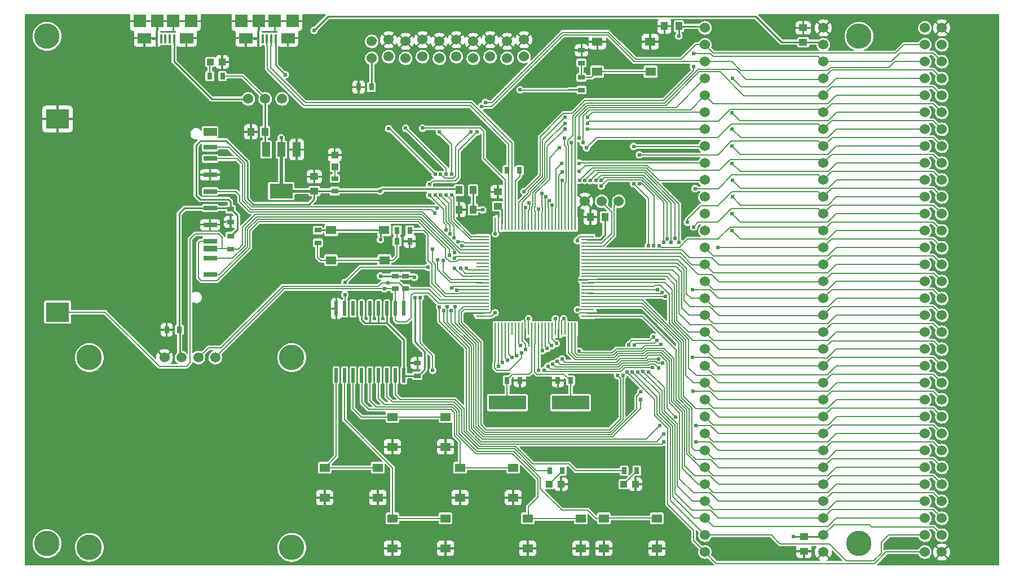
<source format=gtl>
%TF.GenerationSoftware,KiCad,Pcbnew,(6.0.5)*%
%TF.CreationDate,2022-08-23T15:07:45-04:00*%
%TF.ProjectId,UMDv3,554d4476-332e-46b6-9963-61645f706362,rev?*%
%TF.SameCoordinates,Original*%
%TF.FileFunction,Copper,L1,Top*%
%TF.FilePolarity,Positive*%
%FSLAX46Y46*%
G04 Gerber Fmt 4.6, Leading zero omitted, Abs format (unit mm)*
G04 Created by KiCad (PCBNEW (6.0.5)) date 2022-08-23 15:07:45*
%MOMM*%
%LPD*%
G01*
G04 APERTURE LIST*
%TA.AperFunction,SMDPad,CuDef*%
%ADD10R,0.800000X1.000000*%
%TD*%
%TA.AperFunction,SMDPad,CuDef*%
%ADD11R,1.016000X1.270000*%
%TD*%
%TA.AperFunction,SMDPad,CuDef*%
%ADD12R,1.000000X0.800000*%
%TD*%
%TA.AperFunction,SMDPad,CuDef*%
%ADD13R,1.900000X1.900000*%
%TD*%
%TA.AperFunction,SMDPad,CuDef*%
%ADD14R,2.100000X1.600000*%
%TD*%
%TA.AperFunction,SMDPad,CuDef*%
%ADD15R,0.400000X1.350000*%
%TD*%
%TA.AperFunction,ComponentPad*%
%ADD16C,1.524000*%
%TD*%
%TA.AperFunction,SMDPad,CuDef*%
%ADD17R,2.000000X0.700000*%
%TD*%
%TA.AperFunction,SMDPad,CuDef*%
%ADD18R,3.500000X3.000000*%
%TD*%
%TA.AperFunction,SMDPad,CuDef*%
%ADD19R,2.000000X0.950000*%
%TD*%
%TA.AperFunction,SMDPad,CuDef*%
%ADD20R,2.000000X1.200000*%
%TD*%
%TA.AperFunction,SMDPad,CuDef*%
%ADD21R,1.550000X1.300000*%
%TD*%
%TA.AperFunction,SMDPad,CuDef*%
%ADD22R,1.270000X1.016000*%
%TD*%
%TA.AperFunction,SMDPad,CuDef*%
%ADD23R,1.000000X1.000000*%
%TD*%
%TA.AperFunction,ComponentPad*%
%ADD24C,3.810000*%
%TD*%
%TA.AperFunction,SMDPad,CuDef*%
%ADD25R,0.290000X1.850000*%
%TD*%
%TA.AperFunction,SMDPad,CuDef*%
%ADD26R,1.850000X0.290000*%
%TD*%
%TA.AperFunction,SMDPad,CuDef*%
%ADD27R,0.500000X2.200000*%
%TD*%
%TA.AperFunction,SMDPad,CuDef*%
%ADD28R,5.600000X2.100000*%
%TD*%
%TA.AperFunction,SMDPad,CuDef*%
%ADD29R,1.200000X2.200000*%
%TD*%
%TA.AperFunction,SMDPad,CuDef*%
%ADD30R,3.500000X2.200000*%
%TD*%
%TA.AperFunction,ViaPad*%
%ADD31C,0.609600*%
%TD*%
%TA.AperFunction,Conductor*%
%ADD32C,0.254000*%
%TD*%
%TA.AperFunction,Conductor*%
%ADD33C,0.381000*%
%TD*%
%TA.AperFunction,Conductor*%
%ADD34C,0.508000*%
%TD*%
%TA.AperFunction,Conductor*%
%ADD35C,0.177800*%
%TD*%
%TA.AperFunction,Conductor*%
%ADD36C,0.200000*%
%TD*%
G04 APERTURE END LIST*
D10*
%TO.P,C101,1*%
%TO.N,GND*%
X125542000Y-77470000D03*
%TO.P,C101,2*%
%TO.N,+3V3*%
X127442000Y-77470000D03*
%TD*%
D11*
%TO.P,C102,1*%
%TO.N,+5V*%
X111506000Y-84201000D03*
%TO.P,C102,2*%
%TO.N,GND*%
X109347000Y-84201000D03*
%TD*%
D12*
%TO.P,C104,1*%
%TO.N,Net-(C104-Pad1)*%
X159004000Y-73848000D03*
%TO.P,C104,2*%
%TO.N,GND*%
X159004000Y-71948000D03*
%TD*%
D13*
%TO.P,CON101,0*%
%TO.N,GND*%
X107910000Y-67564000D03*
X110560000Y-67564000D03*
D14*
X114910000Y-70114000D03*
D13*
X115610000Y-67564000D03*
D14*
X108610000Y-70114000D03*
D13*
X112960000Y-67564000D03*
D15*
%TO.P,CON101,1*%
%TO.N,Vusb*%
X113060000Y-70239000D03*
%TO.P,CON101,2*%
%TO.N,/USB_D-*%
X112410000Y-70239000D03*
%TO.P,CON101,3*%
%TO.N,/USB_D+*%
X111760000Y-70239000D03*
%TO.P,CON101,4*%
%TO.N,Net-(CON101-Pad4)*%
X111110000Y-70239000D03*
%TO.P,CON101,5*%
%TO.N,GND*%
X110460000Y-70239000D03*
%TD*%
D16*
%TO.P,CON103,1*%
%TO.N,/VDEBUG*%
X108966000Y-79248000D03*
%TO.P,CON103,2*%
%TO.N,+5V*%
X111506000Y-79248000D03*
%TO.P,CON103,3*%
%TO.N,Vusb*%
X114046000Y-79248000D03*
%TD*%
%TO.P,CON104,1*%
%TO.N,+3V3*%
X127508000Y-73152000D03*
%TO.P,CON104,2*%
X127508000Y-70612000D03*
%TO.P,CON104,3*%
%TO.N,/TRST*%
X130048000Y-72898000D03*
%TO.P,CON104,4*%
%TO.N,GND*%
X130048000Y-70358000D03*
%TO.P,CON104,5*%
%TO.N,/TDI*%
X132588000Y-73152000D03*
%TO.P,CON104,6*%
%TO.N,GND*%
X132588000Y-70612000D03*
%TO.P,CON104,7*%
%TO.N,/SWDIO-TMS*%
X135128000Y-72898000D03*
%TO.P,CON104,8*%
%TO.N,GND*%
X135128000Y-70358000D03*
%TO.P,CON104,9*%
%TO.N,/SWCLK-TCLK*%
X137668000Y-73152000D03*
%TO.P,CON104,10*%
%TO.N,GND*%
X137668000Y-70612000D03*
%TO.P,CON104,11*%
%TO.N,Net-(CON104-Pad11)*%
X140208000Y-72898000D03*
%TO.P,CON104,12*%
%TO.N,GND*%
X140208000Y-70358000D03*
%TO.P,CON104,13*%
%TO.N,/TDO*%
X142748000Y-73152000D03*
%TO.P,CON104,14*%
%TO.N,GND*%
X142748000Y-70612000D03*
%TO.P,CON104,15*%
%TO.N,/~{RESET}*%
X145288000Y-72898000D03*
%TO.P,CON104,16*%
%TO.N,GND*%
X145288000Y-70358000D03*
%TO.P,CON104,17*%
%TO.N,Net-(CON104-Pad17)*%
X147828000Y-73152000D03*
%TO.P,CON104,18*%
%TO.N,GND*%
X147828000Y-70612000D03*
%TO.P,CON104,19*%
%TO.N,Net-(CON104-Pad19)*%
X150368000Y-72898000D03*
%TO.P,CON104,20*%
%TO.N,GND*%
X150368000Y-70358000D03*
%TD*%
D17*
%TO.P,CON105,1*%
%TO.N,/SDIO_D3*%
X103235000Y-103149000D03*
%TO.P,CON105,2*%
%TO.N,/SDIO_CMD*%
X103235000Y-100649000D03*
%TO.P,CON105,3*%
%TO.N,GND*%
X103235000Y-98149000D03*
%TO.P,CON105,4*%
%TO.N,+3V3*%
X103235000Y-95649000D03*
%TO.P,CON105,5*%
%TO.N,/SDIO_CK*%
X103235000Y-93149000D03*
%TO.P,CON105,6*%
%TO.N,GND*%
X103235000Y-90649000D03*
%TO.P,CON105,7*%
%TO.N,/SDIO_D0*%
X103235000Y-88224000D03*
%TO.P,CON105,8*%
%TO.N,/SDIO_D1*%
X103235000Y-86524000D03*
%TO.P,CON105,9*%
%TO.N,/SDIO_D2*%
X103235000Y-105649000D03*
D18*
%TO.P,CON105,10*%
%TO.N,/SDIO_DETECT*%
X80335000Y-111274000D03*
D19*
X103235000Y-101774000D03*
D20*
%TO.P,CON105,11*%
%TO.N,Net-(CON105-Pad11)*%
X103235000Y-84219000D03*
D18*
%TO.P,CON105,12*%
%TO.N,GND*%
X80335000Y-82274000D03*
%TD*%
D10*
%TO.P,R101,1*%
%TO.N,/USB_PU*%
X149692400Y-89992200D03*
%TO.P,R101,2*%
%TO.N,/USB_D+*%
X147792400Y-89992200D03*
%TD*%
D12*
%TO.P,R102,1*%
%TO.N,+3V3*%
X131064000Y-105857000D03*
%TO.P,R102,2*%
%TO.N,/SDA*%
X131064000Y-107757000D03*
%TD*%
%TO.P,R103,1*%
%TO.N,+3V3*%
X132588000Y-105857000D03*
%TO.P,R103,2*%
%TO.N,/SCL*%
X132588000Y-107757000D03*
%TD*%
D21*
%TO.P,SW101,1*%
%TO.N,GND*%
X161379000Y-70648000D03*
%TO.P,SW101,2*%
X169329000Y-70648000D03*
%TO.P,SW101,3*%
%TO.N,Net-(C104-Pad1)*%
X161354000Y-75148000D03*
%TO.P,SW101,4*%
X169354000Y-75148000D03*
%TD*%
D22*
%TO.P,C105,1*%
%TO.N,Net-(C105-Pad1)*%
X146456400Y-95377000D03*
%TO.P,C105,2*%
%TO.N,GND*%
X146456400Y-93218000D03*
%TD*%
D11*
%TO.P,C106,1*%
%TO.N,Net-(C106-Pad1)*%
X162509200Y-97002600D03*
%TO.P,C106,2*%
%TO.N,GND*%
X160350200Y-97002600D03*
%TD*%
%TO.P,C107,1*%
%TO.N,GND*%
X140589000Y-95885000D03*
%TO.P,C107,2*%
%TO.N,+3.3VP*%
X142748000Y-95885000D03*
%TD*%
D12*
%TO.P,C108,1*%
%TO.N,Net-(C108-Pad1)*%
X119405400Y-100873600D03*
%TO.P,C108,2*%
%TO.N,+3V3*%
X119405400Y-98973600D03*
%TD*%
D10*
%TO.P,C110,1*%
%TO.N,Net-(C110-Pad1)*%
X157363200Y-121564400D03*
%TO.P,C110,2*%
%TO.N,GND*%
X155463200Y-121564400D03*
%TD*%
D11*
%TO.P,C111,1*%
%TO.N,GND*%
X171450000Y-68326000D03*
%TO.P,C111,2*%
%TO.N,+3V3*%
X173609000Y-68326000D03*
%TD*%
D22*
%TO.P,C112,1*%
%TO.N,+5V*%
X192278000Y-70739000D03*
%TO.P,C112,2*%
%TO.N,GND*%
X192278000Y-68580000D03*
%TD*%
%TO.P,C113,1*%
%TO.N,GND*%
X192405000Y-147193000D03*
%TO.P,C113,2*%
%TO.N,+5V*%
X192405000Y-145034000D03*
%TD*%
D12*
%TO.P,C114,1*%
%TO.N,+3V3*%
X106299000Y-95824000D03*
%TO.P,C114,2*%
%TO.N,GND*%
X106299000Y-97724000D03*
%TD*%
D23*
%TO.P,D103,1*%
%TO.N,GND*%
X105054400Y-73685400D03*
%TO.P,D103,2*%
%TO.N,Net-(D103-Pad2)*%
X103254400Y-73685400D03*
%TD*%
%TO.P,D104,1*%
%TO.N,GND*%
X121945400Y-87655400D03*
%TO.P,D104,2*%
%TO.N,Net-(D104-Pad2)*%
X121945400Y-89455400D03*
%TD*%
D11*
%TO.P,FB101,1*%
%TO.N,+3V3*%
X140589000Y-92964000D03*
%TO.P,FB101,2*%
%TO.N,+3.3VP*%
X142748000Y-92964000D03*
%TD*%
D12*
%TO.P,R104,1*%
%TO.N,/~{RESET}*%
X159004000Y-77912000D03*
%TO.P,R104,2*%
%TO.N,Net-(C104-Pad1)*%
X159004000Y-76012000D03*
%TD*%
D10*
%TO.P,R107,1*%
%TO.N,Net-(C108-Pad1)*%
X131307800Y-100634800D03*
%TO.P,R107,2*%
%TO.N,GND*%
X133207800Y-100634800D03*
%TD*%
%TO.P,R108,1*%
%TO.N,/BOOT0*%
X133207800Y-98983800D03*
%TO.P,R108,2*%
%TO.N,Net-(C108-Pad1)*%
X131307800Y-98983800D03*
%TD*%
%TO.P,R109,1*%
%TO.N,Net-(D103-Pad2)*%
X103190000Y-75819000D03*
%TO.P,R109,2*%
%TO.N,+5V*%
X105090000Y-75819000D03*
%TD*%
D12*
%TO.P,R110,1*%
%TO.N,Net-(D104-Pad2)*%
X121945400Y-91201200D03*
%TO.P,R110,2*%
%TO.N,+3V3*%
X121945400Y-93101200D03*
%TD*%
D21*
%TO.P,SW105,1*%
%TO.N,/LEFT*%
X120459600Y-134630600D03*
%TO.P,SW105,2*%
X128409600Y-134630600D03*
%TO.P,SW105,3*%
%TO.N,GND*%
X120434600Y-139130600D03*
%TO.P,SW105,4*%
X128434600Y-139130600D03*
%TD*%
D16*
%TO.P,CON106,1*%
%TO.N,+3V3*%
X210566000Y-68580000D03*
X177546000Y-68580000D03*
%TO.P,CON106,2*%
%TO.N,/SCL*%
X210566000Y-71120000D03*
X177546000Y-71120000D03*
%TO.P,CON106,3*%
%TO.N,/SDA*%
X210566000Y-73660000D03*
X177546000Y-73660000D03*
%TO.P,CON106,4*%
%TO.N,/MOSI-IO6*%
X177546000Y-76200000D03*
X210566000Y-76200000D03*
%TO.P,CON106,5*%
%TO.N,/SCK-IO4*%
X177546000Y-78740000D03*
X210566000Y-78740000D03*
%TO.P,CON106,6*%
%TO.N,/TIM1_CH2*%
X210566000Y-81280000D03*
X177546000Y-81280000D03*
%TO.P,CON106,7*%
%TO.N,/A15*%
X210566000Y-83820000D03*
X177546000Y-83820000D03*
%TO.P,CON106,8*%
%TO.N,/A13*%
X210566000Y-86360000D03*
X177546000Y-86360000D03*
%TO.P,CON106,9*%
%TO.N,/A18*%
X210566000Y-88900000D03*
X177546000Y-88900000D03*
%TO.P,CON106,10*%
%TO.N,/A16*%
X177546000Y-91440000D03*
X210566000Y-91440000D03*
%TO.P,CON106,11*%
%TO.N,/~{WR}*%
X210566000Y-93980000D03*
X177546000Y-93980000D03*
%TO.P,CON106,12*%
%TO.N,/A10*%
X177546000Y-96520000D03*
X210566000Y-96520000D03*
%TO.P,CON106,13*%
%TO.N,/A8*%
X210566000Y-99060000D03*
X177546000Y-99060000D03*
%TO.P,CON106,14*%
%TO.N,/D0*%
X177546000Y-101600000D03*
X210566000Y-101600000D03*
%TO.P,CON106,15*%
%TO.N,/D14*%
X210566000Y-104140000D03*
X177546000Y-104140000D03*
%TO.P,CON106,16*%
%TO.N,/D2*%
X177546000Y-106680000D03*
X210566000Y-106680000D03*
%TO.P,CON106,17*%
%TO.N,/D12*%
X210566000Y-109220000D03*
X177546000Y-109220000D03*
%TO.P,CON106,18*%
%TO.N,/D10*%
X210566000Y-111760000D03*
X177546000Y-111760000D03*
%TO.P,CON106,19*%
%TO.N,/D8*%
X210566000Y-114300000D03*
X177546000Y-114300000D03*
%TO.P,CON106,20*%
%TO.N,/D6*%
X210566000Y-116840000D03*
X177546000Y-116840000D03*
%TO.P,CON106,21*%
%TO.N,/D4*%
X210566000Y-119380000D03*
X177546000Y-119380000D03*
%TO.P,CON106,22*%
%TO.N,/IO0*%
X210566000Y-121920000D03*
X177546000Y-121920000D03*
%TO.P,CON106,23*%
%TO.N,/IO2*%
X177546000Y-124460000D03*
X210566000Y-124460000D03*
%TO.P,CON106,24*%
%TO.N,/~{CE0}*%
X177546000Y-127000000D03*
X210566000Y-127000000D03*
%TO.P,CON106,25*%
%TO.N,/~{CE2}*%
X210566000Y-129540000D03*
X177546000Y-129540000D03*
%TO.P,CON106,26*%
%TO.N,/A5*%
X210566000Y-132080000D03*
X177546000Y-132080000D03*
%TO.P,CON106,27*%
%TO.N,/A3*%
X177546000Y-134620000D03*
X210566000Y-134620000D03*
%TO.P,CON106,28*%
%TO.N,/A1*%
X210566000Y-137160000D03*
X177546000Y-137160000D03*
%TO.P,CON106,29*%
%TO.N,/A22*%
X210566000Y-139700000D03*
X177546000Y-139700000D03*
%TO.P,CON106,30*%
%TO.N,/A20*%
X177546000Y-142240000D03*
X210566000Y-142240000D03*
%TO.P,CON106,31*%
%TO.N,/A19*%
X177546000Y-144780000D03*
X210566000Y-144780000D03*
%TO.P,CON106,32*%
%TO.N,/A23*%
X210566000Y-147320000D03*
X177546000Y-147320000D03*
%TO.P,CON106,33*%
%TO.N,GND*%
X213106000Y-147320000D03*
X195326000Y-147320000D03*
%TO.P,CON106,34*%
%TO.N,+5V*%
X213106000Y-144780000D03*
X195326000Y-144780000D03*
%TO.P,CON106,35*%
%TO.N,/A21*%
X213106000Y-142240000D03*
X195326000Y-142240000D03*
%TO.P,CON106,36*%
%TO.N,/A0*%
X213106000Y-139700000D03*
X195326000Y-139700000D03*
%TO.P,CON106,37*%
%TO.N,/A2*%
X213106000Y-137160000D03*
X195326000Y-137160000D03*
%TO.P,CON106,38*%
%TO.N,/A4*%
X213106000Y-134620000D03*
X195326000Y-134620000D03*
%TO.P,CON106,39*%
%TO.N,/~{CE3}*%
X213106000Y-132080000D03*
X195326000Y-132080000D03*
%TO.P,CON106,40*%
%TO.N,/~{CE1}*%
X213106000Y-129540000D03*
X195326000Y-129540000D03*
%TO.P,CON106,41*%
%TO.N,/A6*%
X195326000Y-127000000D03*
X213106000Y-127000000D03*
%TO.P,CON106,42*%
%TO.N,/IO3*%
X195326000Y-124460000D03*
X213106000Y-124460000D03*
%TO.P,CON106,43*%
%TO.N,/IO1*%
X195326000Y-121920000D03*
X213106000Y-121920000D03*
%TO.P,CON106,44*%
%TO.N,/D5*%
X195326000Y-119380000D03*
X213106000Y-119380000D03*
%TO.P,CON106,45*%
%TO.N,/D7*%
X195326000Y-116840000D03*
X213106000Y-116840000D03*
%TO.P,CON106,46*%
%TO.N,/D9*%
X213106000Y-114300000D03*
X195326000Y-114300000D03*
%TO.P,CON106,47*%
%TO.N,/D11*%
X195326000Y-111760000D03*
X213106000Y-111760000D03*
%TO.P,CON106,48*%
%TO.N,/D3*%
X213106000Y-109220000D03*
X195326000Y-109220000D03*
%TO.P,CON106,49*%
%TO.N,/D13*%
X213106000Y-106680000D03*
X195326000Y-106680000D03*
%TO.P,CON106,50*%
%TO.N,/D15*%
X195326000Y-104140000D03*
X213106000Y-104140000D03*
%TO.P,CON106,51*%
%TO.N,/D1*%
X195326000Y-101600000D03*
X213106000Y-101600000D03*
%TO.P,CON106,52*%
%TO.N,/A7*%
X213106000Y-99060000D03*
X195326000Y-99060000D03*
%TO.P,CON106,53*%
%TO.N,/A9*%
X195326000Y-96520000D03*
X213106000Y-96520000D03*
%TO.P,CON106,54*%
%TO.N,/A11*%
X195326000Y-93980000D03*
X213106000Y-93980000D03*
%TO.P,CON106,55*%
%TO.N,/~{RD}*%
X213106000Y-91440000D03*
X195326000Y-91440000D03*
%TO.P,CON106,56*%
%TO.N,/A17*%
X213106000Y-88900000D03*
X195326000Y-88900000D03*
%TO.P,CON106,57*%
%TO.N,/A12*%
X195326000Y-86360000D03*
X213106000Y-86360000D03*
%TO.P,CON106,58*%
%TO.N,/A14*%
X195326000Y-83820000D03*
X213106000Y-83820000D03*
%TO.P,CON106,59*%
%TO.N,/CLK*%
X195326000Y-81280000D03*
X213106000Y-81280000D03*
%TO.P,CON106,60*%
%TO.N,/NSS-IO5*%
X213106000Y-78740000D03*
X195326000Y-78740000D03*
%TO.P,CON106,61*%
%TO.N,/MISO-IO7*%
X195326000Y-76200000D03*
X213106000Y-76200000D03*
%TO.P,CON106,62*%
%TO.N,/IO8*%
X195326000Y-73660000D03*
X213106000Y-73660000D03*
%TO.P,CON106,63*%
%TO.N,+5V*%
X213106000Y-71120000D03*
X195326000Y-71120000D03*
%TO.P,CON106,64*%
%TO.N,GND*%
X195326000Y-68580000D03*
X213106000Y-68580000D03*
%TD*%
D24*
%TO.P,MEC102,1*%
%TO.N,N/C*%
X78740000Y-146050000D03*
%TD*%
%TO.P,MEC103,1*%
%TO.N,N/C*%
X200660000Y-69850000D03*
%TD*%
%TO.P,MEC104,1*%
%TO.N,N/C*%
X200660000Y-146050000D03*
%TD*%
%TO.P,MEC101,1*%
%TO.N,N/C*%
X78740000Y-69850000D03*
%TD*%
D21*
%TO.P,SW107,1*%
%TO.N,/UP*%
X130619600Y-127010600D03*
%TO.P,SW107,2*%
X138569600Y-127010600D03*
%TO.P,SW107,3*%
%TO.N,GND*%
X130594600Y-131510600D03*
%TO.P,SW107,4*%
X138594600Y-131510600D03*
%TD*%
%TO.P,SW106,1*%
%TO.N,/DOWN*%
X130619600Y-142250600D03*
%TO.P,SW106,2*%
X138569600Y-142250600D03*
%TO.P,SW106,3*%
%TO.N,GND*%
X130594600Y-146750600D03*
%TO.P,SW106,4*%
X138594600Y-146750600D03*
%TD*%
%TO.P,SW103,1*%
%TO.N,/BACK*%
X162369600Y-142250600D03*
%TO.P,SW103,2*%
X170319600Y-142250600D03*
%TO.P,SW103,3*%
%TO.N,GND*%
X162344600Y-146750600D03*
%TO.P,SW103,4*%
X170344600Y-146750600D03*
%TD*%
%TO.P,SW102,1*%
%TO.N,/OK*%
X150939600Y-142250600D03*
%TO.P,SW102,2*%
X158889600Y-142250600D03*
%TO.P,SW102,3*%
%TO.N,GND*%
X150914600Y-146750600D03*
%TO.P,SW102,4*%
X158914600Y-146750600D03*
%TD*%
%TO.P,SW104,1*%
%TO.N,/RIGHT*%
X140779600Y-134630600D03*
%TO.P,SW104,2*%
X148729600Y-134630600D03*
%TO.P,SW104,3*%
%TO.N,GND*%
X140754600Y-139130600D03*
%TO.P,SW104,4*%
X148754600Y-139130600D03*
%TD*%
D23*
%TO.P,D102,1*%
%TO.N,GND*%
X167106600Y-137134600D03*
%TO.P,D102,2*%
%TO.N,Net-(D102-Pad2)*%
X165306600Y-137134600D03*
%TD*%
D10*
%TO.P,R106,1*%
%TO.N,Net-(R106-Pad1)*%
X165394600Y-135102600D03*
%TO.P,R106,2*%
%TO.N,Net-(D102-Pad2)*%
X167294600Y-135102600D03*
%TD*%
D23*
%TO.P,D101,1*%
%TO.N,GND*%
X155930600Y-137134600D03*
%TO.P,D101,2*%
%TO.N,Net-(D101-Pad2)*%
X154130600Y-137134600D03*
%TD*%
D10*
%TO.P,R105,1*%
%TO.N,Net-(D101-Pad2)*%
X156118600Y-135102600D03*
%TO.P,R105,2*%
%TO.N,Net-(R105-Pad2)*%
X154218600Y-135102600D03*
%TD*%
D24*
%TO.P,U104,0*%
%TO.N,N/C*%
X85090000Y-146610000D03*
X115490000Y-146610000D03*
X85090000Y-118110000D03*
X115490000Y-118110000D03*
D16*
%TO.P,U104,1*%
%TO.N,GND*%
X96380000Y-118110000D03*
%TO.P,U104,2*%
%TO.N,+3V3*%
X98920000Y-118110000D03*
%TO.P,U104,3*%
%TO.N,/SCL*%
X101460000Y-118110000D03*
%TO.P,U104,4*%
%TO.N,/SDA*%
X104000000Y-118110000D03*
%TD*%
D10*
%TO.P,C116,1*%
%TO.N,GND*%
X96713000Y-113919000D03*
%TO.P,C116,2*%
%TO.N,+3V3*%
X98613000Y-113919000D03*
%TD*%
D12*
%TO.P,C115,1*%
%TO.N,GND*%
X134366000Y-118938000D03*
%TO.P,C115,2*%
%TO.N,+3V3*%
X134366000Y-120838000D03*
%TD*%
D25*
%TO.P,U103,1*%
%TO.N,/D2*%
X146050000Y-113792000D03*
%TO.P,U103,2*%
%TO.N,/D3*%
X146550000Y-113792000D03*
%TO.P,U103,3*%
%TO.N,/D4*%
X147050000Y-113792000D03*
%TO.P,U103,4*%
%TO.N,/D5*%
X147550000Y-113792000D03*
%TO.P,U103,5*%
%TO.N,/D6*%
X148050000Y-113792000D03*
%TO.P,U103,6*%
%TO.N,Net-(U103-Pad6)*%
X148550000Y-113792000D03*
%TO.P,U103,7*%
%TO.N,/~{CE0}*%
X149050000Y-113792000D03*
%TO.P,U103,8*%
%TO.N,/~{RD}*%
X149550000Y-113792000D03*
%TO.P,U103,9*%
%TO.N,/~{WR}*%
X150050000Y-113792000D03*
%TO.P,U103,10*%
%TO.N,GND*%
X150550000Y-113792000D03*
%TO.P,U103,11*%
%TO.N,+3.3VP*%
X151050000Y-113792000D03*
%TO.P,U103,12*%
%TO.N,Net-(C109-Pad1)*%
X151550000Y-113792000D03*
%TO.P,U103,13*%
%TO.N,Net-(C110-Pad1)*%
X152050000Y-113792000D03*
%TO.P,U103,14*%
%TO.N,/~{RESET}*%
X152550000Y-113792000D03*
%TO.P,U103,15*%
%TO.N,/A8*%
X153050000Y-113792000D03*
%TO.P,U103,16*%
%TO.N,/A9*%
X153550000Y-113792000D03*
%TO.P,U103,17*%
%TO.N,/A10*%
X154050000Y-113792000D03*
%TO.P,U103,18*%
%TO.N,/A11*%
X154550000Y-113792000D03*
%TO.P,U103,19*%
%TO.N,+3.3VP*%
X155050000Y-113792000D03*
%TO.P,U103,20*%
%TO.N,GND*%
X155550000Y-113792000D03*
%TO.P,U103,21*%
%TO.N,+3.3VP*%
X156050000Y-113792000D03*
%TO.P,U103,22*%
X156550000Y-113792000D03*
%TO.P,U103,23*%
%TO.N,/A0*%
X157050000Y-113792000D03*
%TO.P,U103,24*%
%TO.N,/A1*%
X157550000Y-113792000D03*
%TO.P,U103,25*%
%TO.N,/A2*%
X158050000Y-113792000D03*
D26*
%TO.P,U103,26*%
%TO.N,/A3*%
X159925000Y-111917000D03*
%TO.P,U103,27*%
%TO.N,GND*%
X159925000Y-111417000D03*
%TO.P,U103,28*%
%TO.N,+3.3VP*%
X159925000Y-110917000D03*
%TO.P,U103,29*%
%TO.N,/A4*%
X159925000Y-110417000D03*
%TO.P,U103,30*%
%TO.N,/A5*%
X159925000Y-109917000D03*
%TO.P,U103,31*%
%TO.N,/A6*%
X159925000Y-109417000D03*
%TO.P,U103,32*%
%TO.N,/A7*%
X159925000Y-108917000D03*
%TO.P,U103,33*%
%TO.N,/A12*%
X159925000Y-108417000D03*
%TO.P,U103,34*%
%TO.N,/A13*%
X159925000Y-107917000D03*
%TO.P,U103,35*%
%TO.N,/IO0*%
X159925000Y-107417000D03*
%TO.P,U103,36*%
%TO.N,/IO1*%
X159925000Y-106917000D03*
%TO.P,U103,37*%
%TO.N,GND*%
X159925000Y-106417000D03*
%TO.P,U103,38*%
%TO.N,/D7*%
X159925000Y-105917000D03*
%TO.P,U103,39*%
%TO.N,/D8*%
X159925000Y-105417000D03*
%TO.P,U103,40*%
%TO.N,/D9*%
X159925000Y-104917000D03*
%TO.P,U103,41*%
%TO.N,/D10*%
X159925000Y-104417000D03*
%TO.P,U103,42*%
%TO.N,/D11*%
X159925000Y-103917000D03*
%TO.P,U103,43*%
%TO.N,/D12*%
X159925000Y-103417000D03*
%TO.P,U103,44*%
%TO.N,/D13*%
X159925000Y-102917000D03*
%TO.P,U103,45*%
%TO.N,/D14*%
X159925000Y-102417000D03*
%TO.P,U103,46*%
%TO.N,/D15*%
X159925000Y-101917000D03*
%TO.P,U103,47*%
%TO.N,/USART3_TX*%
X159925000Y-101417000D03*
%TO.P,U103,48*%
%TO.N,/USART3_RX*%
X159925000Y-100917000D03*
%TO.P,U103,49*%
%TO.N,Net-(C106-Pad1)*%
X159925000Y-100417000D03*
%TO.P,U103,50*%
%TO.N,+3.3VP*%
X159925000Y-99917000D03*
D25*
%TO.P,U103,51*%
%TO.N,/NSS-IO5*%
X158050000Y-98042000D03*
%TO.P,U103,52*%
%TO.N,/SCK-IO4*%
X157550000Y-98042000D03*
%TO.P,U103,53*%
%TO.N,/MISO-IO7*%
X157050000Y-98042000D03*
%TO.P,U103,54*%
%TO.N,/MOSI-IO6*%
X156550000Y-98042000D03*
%TO.P,U103,55*%
%TO.N,/A16*%
X156050000Y-98042000D03*
%TO.P,U103,56*%
%TO.N,/A17*%
X155550000Y-98042000D03*
%TO.P,U103,57*%
%TO.N,/A18*%
X155050000Y-98042000D03*
%TO.P,U103,58*%
%TO.N,/A19*%
X154550000Y-98042000D03*
%TO.P,U103,59*%
%TO.N,/A20*%
X154050000Y-98042000D03*
%TO.P,U103,60*%
%TO.N,/A21*%
X153550000Y-98042000D03*
%TO.P,U103,61*%
%TO.N,/A22*%
X153050000Y-98042000D03*
%TO.P,U103,62*%
%TO.N,/A23*%
X152550000Y-98042000D03*
%TO.P,U103,63*%
%TO.N,/A14*%
X152050000Y-98042000D03*
%TO.P,U103,64*%
%TO.N,/A15*%
X151550000Y-98042000D03*
%TO.P,U103,65*%
%TO.N,/SDIO_D0*%
X151050000Y-98042000D03*
%TO.P,U103,66*%
%TO.N,/SDIO_D1*%
X150550000Y-98042000D03*
%TO.P,U103,67*%
%TO.N,/CLK*%
X150050000Y-98042000D03*
%TO.P,U103,68*%
%TO.N,/TIM1_CH2*%
X149550000Y-98042000D03*
%TO.P,U103,69*%
%TO.N,/USB_PU*%
X149050000Y-98042000D03*
%TO.P,U103,70*%
%TO.N,/USB_D-*%
X148550000Y-98042000D03*
%TO.P,U103,71*%
%TO.N,/USB_D+*%
X148050000Y-98042000D03*
%TO.P,U103,72*%
%TO.N,/SWDIO-TMS*%
X147550000Y-98042000D03*
%TO.P,U103,73*%
%TO.N,Net-(C105-Pad1)*%
X147050000Y-98042000D03*
%TO.P,U103,74*%
%TO.N,GND*%
X146550000Y-98042000D03*
%TO.P,U103,75*%
%TO.N,+3.3VP*%
X146050000Y-98042000D03*
D26*
%TO.P,U103,76*%
%TO.N,/SWCLK-TCLK*%
X144175000Y-99917000D03*
%TO.P,U103,77*%
%TO.N,/TDI*%
X144175000Y-100417000D03*
%TO.P,U103,78*%
%TO.N,/SDIO_D2*%
X144175000Y-100917000D03*
%TO.P,U103,79*%
%TO.N,/SDIO_D3*%
X144175000Y-101417000D03*
%TO.P,U103,80*%
%TO.N,/SDIO_CK*%
X144175000Y-101917000D03*
%TO.P,U103,81*%
%TO.N,/SDIO_DETECT*%
X144175000Y-102417000D03*
%TO.P,U103,82*%
%TO.N,/MCP_INT*%
X144175000Y-102917000D03*
%TO.P,U103,83*%
%TO.N,/SDIO_CMD*%
X144175000Y-103417000D03*
%TO.P,U103,84*%
%TO.N,Net-(U103-Pad84)*%
X144175000Y-103917000D03*
%TO.P,U103,85*%
%TO.N,Net-(U103-Pad85)*%
X144175000Y-104417000D03*
%TO.P,U103,86*%
%TO.N,/~{CE1}*%
X144175000Y-104917000D03*
%TO.P,U103,87*%
%TO.N,/~{CE2}*%
X144175000Y-105417000D03*
%TO.P,U103,88*%
%TO.N,/~{CE3}*%
X144175000Y-105917000D03*
%TO.P,U103,89*%
%TO.N,/TDO*%
X144175000Y-106417000D03*
%TO.P,U103,90*%
%TO.N,/TRST*%
X144175000Y-106917000D03*
%TO.P,U103,91*%
%TO.N,/IO2*%
X144175000Y-107417000D03*
%TO.P,U103,92*%
%TO.N,/IO3*%
X144175000Y-107917000D03*
%TO.P,U103,93*%
%TO.N,/IO8*%
X144175000Y-108417000D03*
%TO.P,U103,94*%
%TO.N,/BOOT0*%
X144175000Y-108917000D03*
%TO.P,U103,95*%
%TO.N,/SCL*%
X144175000Y-109417000D03*
%TO.P,U103,96*%
%TO.N,/SDA*%
X144175000Y-109917000D03*
%TO.P,U103,97*%
%TO.N,/D0*%
X144175000Y-110417000D03*
%TO.P,U103,98*%
%TO.N,/D1*%
X144175000Y-110917000D03*
%TO.P,U103,99*%
%TO.N,GND*%
X144175000Y-111417000D03*
%TO.P,U103,100*%
%TO.N,+3.3VP*%
X144175000Y-111917000D03*
%TD*%
D27*
%TO.P,U101,1*%
%TO.N,/SCL*%
X132334000Y-110744000D03*
%TO.P,U101,2*%
%TO.N,/SDA*%
X131064000Y-110744000D03*
%TO.P,U101,3*%
%TO.N,+3V3*%
X129794000Y-110744000D03*
%TO.P,U101,4*%
X128524000Y-110744000D03*
%TO.P,U101,5*%
X127254000Y-110744000D03*
%TO.P,U101,6*%
X125984000Y-110744000D03*
%TO.P,U101,7*%
%TO.N,Net-(U101-Pad7)*%
X124714000Y-110744000D03*
%TO.P,U101,8*%
%TO.N,/MCP_INT*%
X123444000Y-110744000D03*
%TO.P,U101,9*%
%TO.N,GND*%
X122174000Y-110744000D03*
%TO.P,U101,10*%
%TO.N,/LEFT*%
X122174000Y-120744000D03*
%TO.P,U101,11*%
%TO.N,/DOWN*%
X123444000Y-120744000D03*
%TO.P,U101,12*%
%TO.N,/UP*%
X124714000Y-120744000D03*
%TO.P,U101,13*%
%TO.N,/RIGHT*%
X125984000Y-120744000D03*
%TO.P,U101,14*%
%TO.N,/OK*%
X127254000Y-120744000D03*
%TO.P,U101,15*%
%TO.N,/BACK*%
X128524000Y-120744000D03*
%TO.P,U101,16*%
%TO.N,Net-(R105-Pad2)*%
X129794000Y-120744000D03*
%TO.P,U101,17*%
%TO.N,Net-(R106-Pad1)*%
X131064000Y-120744000D03*
%TO.P,U101,18*%
%TO.N,+3V3*%
X132334000Y-120744000D03*
%TD*%
D13*
%TO.P,CON102,0*%
%TO.N,GND*%
X100370000Y-67564000D03*
X92670000Y-67564000D03*
X95320000Y-67564000D03*
D14*
X99670000Y-70114000D03*
D13*
X97720000Y-67564000D03*
D14*
X93370000Y-70114000D03*
D15*
%TO.P,CON102,1*%
%TO.N,/VDEBUG*%
X97820000Y-70239000D03*
%TO.P,CON102,2*%
%TO.N,Net-(CON102-Pad2)*%
X97170000Y-70239000D03*
%TO.P,CON102,3*%
%TO.N,Net-(CON102-Pad3)*%
X96520000Y-70239000D03*
%TO.P,CON102,4*%
%TO.N,Net-(CON102-Pad4)*%
X95870000Y-70239000D03*
%TO.P,CON102,5*%
%TO.N,GND*%
X95220000Y-70239000D03*
%TD*%
D28*
%TO.P,X101,1*%
%TO.N,Net-(C109-Pad1)*%
X147853200Y-124866400D03*
%TO.P,X101,2*%
%TO.N,Net-(C110-Pad1)*%
X157353200Y-124866400D03*
%TD*%
D10*
%TO.P,C109,1*%
%TO.N,Net-(C109-Pad1)*%
X147843200Y-121564400D03*
%TO.P,C109,2*%
%TO.N,GND*%
X149743200Y-121564400D03*
%TD*%
D21*
%TO.P,SW108,1*%
%TO.N,+3V3*%
X121424800Y-98969000D03*
%TO.P,SW108,2*%
X129374800Y-98969000D03*
%TO.P,SW108,3*%
%TO.N,Net-(C108-Pad1)*%
X121399800Y-103469000D03*
%TO.P,SW108,4*%
X129399800Y-103469000D03*
%TD*%
D12*
%TO.P,R111,1*%
%TO.N,/SDIO_DETECT*%
X106299000Y-101788000D03*
%TO.P,R111,2*%
%TO.N,+3V3*%
X106299000Y-99888000D03*
%TD*%
D29*
%TO.P,U102,1*%
%TO.N,GND*%
X116219000Y-86868000D03*
D30*
%TO.P,U102,2*%
%TO.N,+3V3*%
X113919000Y-93068000D03*
D29*
X113919000Y-86868000D03*
%TO.P,U102,3*%
%TO.N,+5V*%
X111619000Y-86868000D03*
%TD*%
D22*
%TO.P,C103,1*%
%TO.N,+3V3*%
X118872000Y-93091000D03*
%TO.P,C103,2*%
%TO.N,GND*%
X118872000Y-90932000D03*
%TD*%
D16*
%TO.P,CON107,1*%
%TO.N,GND*%
X159512000Y-94640400D03*
%TO.P,CON107,2*%
%TO.N,/USART3_RX*%
X162052000Y-94640400D03*
%TO.P,CON107,3*%
%TO.N,/USART3_TX*%
X164592000Y-94640400D03*
%TD*%
D31*
%TO.N,+3V3*%
X128778000Y-93091000D03*
X173609000Y-69799200D03*
X133908800Y-106045000D03*
X128803400Y-100380800D03*
X133959600Y-109067600D03*
X128803400Y-105841800D03*
X113893600Y-85090000D03*
%TO.N,GND*%
X149860000Y-102870000D03*
X147320000Y-105410000D03*
X147320000Y-102870000D03*
X147320000Y-107950000D03*
X140589000Y-97282000D03*
X146050000Y-91440000D03*
X157480000Y-102870000D03*
X157480000Y-105410000D03*
X157480000Y-111760000D03*
X149860000Y-107950000D03*
X152400000Y-107950000D03*
X149860000Y-111760000D03*
X125730000Y-86360000D03*
X120650000Y-86360000D03*
X120650000Y-81280000D03*
X115570000Y-81280000D03*
X134620000Y-101828600D03*
X120650000Y-111760000D03*
X133350000Y-116840000D03*
X151130000Y-121920000D03*
X153670000Y-121920000D03*
X160350200Y-98526600D03*
X171450000Y-76200000D03*
X171450000Y-110490000D03*
X161290000Y-86487000D03*
X174980600Y-95123000D03*
X120650000Y-93980000D03*
X134620000Y-94183200D03*
X126288800Y-106680000D03*
X105410000Y-91440000D03*
X100330000Y-96520000D03*
X120650000Y-132080000D03*
X120650000Y-142240000D03*
X125730000Y-147320000D03*
X146050000Y-142240000D03*
X120650000Y-147320000D03*
X125730000Y-142240000D03*
X120650000Y-137160000D03*
X140970000Y-142240000D03*
X146050000Y-147320000D03*
X140970000Y-147320000D03*
X146050000Y-121920000D03*
X146050000Y-127000000D03*
X148590000Y-127000000D03*
X151130000Y-127000000D03*
X153670000Y-127000000D03*
X156210000Y-127000000D03*
X158750000Y-127000000D03*
X161290000Y-127000000D03*
X161290000Y-124460000D03*
X161290000Y-121920000D03*
X156210000Y-132080000D03*
X135890000Y-137160000D03*
X120650000Y-127000000D03*
X120650000Y-116840000D03*
X161290000Y-137160000D03*
X161290000Y-132080000D03*
X166370000Y-132080000D03*
X151130000Y-137160000D03*
X181610000Y-147320000D03*
X173990000Y-147320000D03*
X120650000Y-121920000D03*
X135890000Y-121920000D03*
X158750000Y-121920000D03*
X115570000Y-111760000D03*
X115570000Y-106680000D03*
X120650000Y-106680000D03*
X110490000Y-106680000D03*
X105410000Y-111760000D03*
X105410000Y-106680000D03*
X115570000Y-101600000D03*
X110490000Y-101600000D03*
X125730000Y-91440000D03*
X110490000Y-81280000D03*
X105410000Y-81280000D03*
X110490000Y-91440000D03*
X130810000Y-86360000D03*
X130810000Y-91440000D03*
X100330000Y-81280000D03*
X95250000Y-81280000D03*
X90170000Y-81280000D03*
X85090000Y-81280000D03*
X85090000Y-76200000D03*
X90170000Y-76200000D03*
X95250000Y-76200000D03*
X85090000Y-71120000D03*
X90170000Y-71120000D03*
X80010000Y-76200000D03*
X105410000Y-71120000D03*
X110490000Y-76200000D03*
X120650000Y-71120000D03*
X125730000Y-71120000D03*
X151130000Y-86360000D03*
X151130000Y-81280000D03*
X146050000Y-81280000D03*
X156210000Y-76200000D03*
X166370000Y-76200000D03*
X171450000Y-71120000D03*
X166370000Y-71120000D03*
X156210000Y-71120000D03*
X151130000Y-76200000D03*
X181610000Y-71120000D03*
X189230000Y-68580000D03*
X186690000Y-71120000D03*
X186690000Y-147320000D03*
X151130000Y-132080000D03*
X166370000Y-121920000D03*
X140970000Y-121920000D03*
X140970000Y-116840000D03*
X135890000Y-111760000D03*
X125730000Y-116840000D03*
X95250000Y-111760000D03*
X90170000Y-111760000D03*
X90170000Y-116840000D03*
X100330000Y-91440000D03*
X100330000Y-86360000D03*
X95250000Y-86360000D03*
X90170000Y-86360000D03*
X85090000Y-86360000D03*
X80010000Y-86360000D03*
X90170000Y-106680000D03*
X95250000Y-106680000D03*
X85090000Y-106680000D03*
X80010000Y-106680000D03*
X120650000Y-76200000D03*
X130810000Y-76200000D03*
X135890000Y-76200000D03*
X140970000Y-76200000D03*
X146050000Y-76200000D03*
X125730000Y-81280000D03*
X130810000Y-81280000D03*
X135890000Y-81280000D03*
X140970000Y-81280000D03*
X146050000Y-86360000D03*
X152400000Y-102870000D03*
X152400000Y-105410000D03*
X154940000Y-105410000D03*
X152400000Y-100330000D03*
X154940000Y-102870000D03*
X149860000Y-105410000D03*
X144780000Y-116840000D03*
X144780000Y-114300000D03*
X144780000Y-119380000D03*
X161290000Y-113030000D03*
X149860000Y-100330000D03*
%TO.N,+5V*%
X190804800Y-145034000D03*
X118846600Y-68961000D03*
%TO.N,/~{RESET}*%
X136169400Y-92100400D03*
X134772400Y-109067600D03*
X149758400Y-77876400D03*
X136652000Y-120015000D03*
X143306800Y-84226400D03*
X138633200Y-98933000D03*
X152527000Y-120015000D03*
X136194800Y-93726000D03*
%TO.N,Vusb*%
X114528600Y-75615800D03*
%TO.N,/TDO*%
X137845800Y-90551000D03*
X142343421Y-84223491D03*
X137847343Y-93713925D03*
X138201053Y-103482331D03*
X139801600Y-100101400D03*
%TO.N,/SWCLK-TCLK*%
X139521476Y-93675924D03*
X139471400Y-90551000D03*
X137668000Y-84226400D03*
%TO.N,/SWDIO-TMS*%
X135128000Y-83642200D03*
%TO.N,/TDI*%
X132588000Y-83642200D03*
X138658600Y-90551000D03*
X138688870Y-93651556D03*
%TO.N,/TRST*%
X137419310Y-103388018D03*
X130022600Y-83718400D03*
X137033000Y-90551000D03*
X137033000Y-93726000D03*
X139217400Y-99491800D03*
%TO.N,/SDIO_D1*%
X137274228Y-95664466D03*
X150621510Y-95541305D03*
%TO.N,/SDIO_D0*%
X136955768Y-96384606D03*
X151071553Y-94895180D03*
%TO.N,/SDIO_D3*%
X141046200Y-101333310D03*
X139897859Y-102341941D03*
%TO.N,/SDIO_D2*%
X139166600Y-102768400D03*
X140396219Y-100700581D03*
%TO.N,/D1*%
X166116000Y-116179600D03*
X164414200Y-120802400D03*
X169773600Y-115011200D03*
X179435171Y-101537979D03*
%TO.N,/D0*%
X166928800Y-116205000D03*
X170357800Y-115544600D03*
X165227000Y-120802400D03*
%TO.N,/TIM1_CH2*%
X181610000Y-81356200D03*
X156514800Y-82042000D03*
X159867600Y-82042000D03*
%TO.N,/A15*%
X156489400Y-83769200D03*
X181610000Y-83794600D03*
X159867600Y-83769200D03*
%TO.N,/A14*%
X155676600Y-86614000D03*
X159740600Y-86614000D03*
%TO.N,/A23*%
X161975800Y-92329000D03*
X165811200Y-120243600D03*
X152527000Y-95808800D03*
X171297600Y-100787200D03*
%TO.N,/A22*%
X169087800Y-120243600D03*
X173634400Y-100761800D03*
X153043054Y-93406147D03*
X159512000Y-91490800D03*
%TO.N,/A21*%
X153638451Y-93921433D03*
X160324800Y-91516200D03*
X173050200Y-100228400D03*
X168224200Y-120218200D03*
%TO.N,/A20*%
X167436800Y-120243600D03*
X161163000Y-91516200D03*
X172466000Y-100787200D03*
X154127200Y-94538800D03*
%TO.N,/A19*%
X171881800Y-100253800D03*
X154559000Y-95199200D03*
X166624000Y-120243600D03*
X161975800Y-91516200D03*
%TO.N,/A18*%
X158673800Y-88925400D03*
X181610000Y-88925400D03*
X155981400Y-88925400D03*
%TO.N,/A17*%
X158673800Y-90170000D03*
X156108400Y-90195400D03*
%TO.N,/A16*%
X156121510Y-91465400D03*
X181635400Y-91465400D03*
X158699200Y-91465400D03*
%TO.N,/A13*%
X170383200Y-107873800D03*
X169037000Y-101295200D03*
X166827200Y-91998800D03*
X181610000Y-86360000D03*
X166827200Y-86385400D03*
%TO.N,/A12*%
X171043600Y-108331000D03*
X169849800Y-101295200D03*
X167665400Y-87655400D03*
X167665400Y-91998800D03*
%TO.N,/A7*%
X171627800Y-108915200D03*
X170662600Y-101295200D03*
%TO.N,/A11*%
X155219400Y-115976400D03*
X174904400Y-97764600D03*
%TO.N,/A10*%
X181584600Y-96520000D03*
X154508200Y-116332000D03*
%TO.N,/A9*%
X153819879Y-116714401D03*
X175844200Y-98475800D03*
%TO.N,/A8*%
X181584600Y-99060000D03*
X153120851Y-117076861D03*
%TO.N,/~{WR}*%
X150635418Y-116852710D03*
X181635400Y-93980000D03*
%TO.N,/~{RD}*%
X176047400Y-92735400D03*
X149809200Y-116281200D03*
%TO.N,/~{CE0}*%
X173151800Y-127025400D03*
X156083000Y-118338600D03*
X149275800Y-117779800D03*
%TO.N,/D6*%
X155371800Y-118694200D03*
X170586400Y-118338600D03*
X148561610Y-118111388D03*
%TO.N,/D5*%
X175666400Y-118110000D03*
X171146218Y-118910110D03*
X154660600Y-119049800D03*
X147853400Y-118491000D03*
%TO.N,/D4*%
X147142200Y-118846600D03*
X170586400Y-119659400D03*
X153949400Y-119405400D03*
%TO.N,/D3*%
X153390600Y-119989600D03*
X169672000Y-119634000D03*
X175615600Y-107924600D03*
X146558000Y-119430800D03*
%TO.N,/D2*%
X170942000Y-116103400D03*
X158648400Y-117157554D03*
X149987000Y-117424200D03*
%TO.N,+3.3VP*%
X144170400Y-95910400D03*
X151053800Y-112268000D03*
X156311600Y-112268000D03*
X158394400Y-110921800D03*
X146014378Y-111389269D03*
X155067000Y-112268000D03*
X146050000Y-99568000D03*
X158343600Y-100533200D03*
%TO.N,/IO8*%
X136626600Y-101803200D03*
X175818800Y-74396600D03*
X175818800Y-72415400D03*
X150368000Y-93141800D03*
%TO.N,/CLK*%
X159867600Y-82905600D03*
X156489400Y-82905600D03*
%TO.N,/IO3*%
X140286585Y-107956621D03*
X167894000Y-123266200D03*
X175717200Y-123164600D03*
X140030200Y-110490000D03*
%TO.N,/~{CE1}*%
X138861800Y-110490000D03*
X176123600Y-128320800D03*
X170713400Y-128346200D03*
X141732000Y-104698800D03*
%TO.N,/~{CE3}*%
X171373800Y-130810000D03*
X176149000Y-130810000D03*
X139954000Y-104698800D03*
X137668000Y-110515400D03*
%TO.N,/~{CE2}*%
X140817600Y-104698800D03*
X138277600Y-111023400D03*
X171373800Y-129565400D03*
%TO.N,/IO2*%
X139543834Y-107695204D03*
X167894000Y-124460000D03*
X139446000Y-111023400D03*
%TO.N,/SCK-IO4*%
X159232600Y-85852000D03*
X157478490Y-85852421D03*
%TO.N,/MOSI-IO6*%
X181635400Y-76174600D03*
X156478490Y-85134382D03*
X158648400Y-85166200D03*
%TO.N,/SDA*%
X129387600Y-107772200D03*
X144000289Y-80379389D03*
%TO.N,/SCL*%
X144571799Y-79770552D03*
X129971800Y-106883200D03*
%TO.N,/MCP_INT*%
X123469400Y-106807000D03*
X123469400Y-108661200D03*
X135908629Y-104526753D03*
X139903200Y-103149400D03*
%TD*%
D32*
%TO.N,+3V3*%
X125984000Y-112369600D02*
X125984000Y-110744000D01*
X103235000Y-95649000D02*
X99397600Y-95649000D01*
X133720800Y-105857000D02*
X133908800Y-106045000D01*
X108813600Y-94234000D02*
X109677200Y-95097600D01*
X131074200Y-105857000D02*
X131059000Y-105841800D01*
X134493000Y-120827800D02*
X132359400Y-120827800D01*
X132334000Y-120802400D02*
X132334000Y-115443000D01*
X108813600Y-88722200D02*
X108813600Y-94234000D01*
X101142800Y-93751400D02*
X101142800Y-86182200D01*
X135458200Y-119862600D02*
X134493000Y-120827800D01*
X127508000Y-73152000D02*
X127508000Y-77404000D01*
X128778000Y-93091000D02*
X129082799Y-92786201D01*
X106299000Y-95824000D02*
X106441200Y-95824000D01*
X129082799Y-92786201D02*
X140258801Y-92786201D01*
X128549400Y-112877600D02*
X127355600Y-112877600D01*
X127254000Y-110744000D02*
X127254000Y-112776000D01*
X177342800Y-68351400D02*
X177647600Y-68656200D01*
X101727000Y-94335600D02*
X101142800Y-93751400D01*
X119420200Y-98969000D02*
X119380000Y-99009200D01*
X118059200Y-95097600D02*
X118872000Y-94284800D01*
X135458200Y-117195600D02*
X135458200Y-119862600D01*
D33*
X118872000Y-93116400D02*
X113944400Y-93116400D01*
D32*
X133959600Y-115697000D02*
X135458200Y-117195600D01*
X173609000Y-68351400D02*
X177342800Y-68351400D01*
X98602800Y-96443800D02*
X98602800Y-113817400D01*
X106095800Y-95656400D02*
X103327200Y-95656400D01*
X128524000Y-110744000D02*
X128524000Y-112852200D01*
X113919000Y-85115400D02*
X113893600Y-85090000D01*
X98653600Y-113868200D02*
X98653600Y-117881400D01*
X132334000Y-115443000D02*
X129768600Y-112877600D01*
X128803400Y-100380800D02*
X128803400Y-99415600D01*
X118872000Y-93091000D02*
X128778000Y-93091000D01*
X132359400Y-120827800D02*
X132334000Y-120802400D01*
X173609000Y-69799200D02*
X173609000Y-68351400D01*
X107365800Y-98821200D02*
X106299000Y-99888000D01*
X109677200Y-95097600D02*
X118059200Y-95097600D01*
X132588000Y-105857000D02*
X131074200Y-105857000D01*
X106299000Y-94665800D02*
X105968800Y-94335600D01*
X129374800Y-98969000D02*
X119420200Y-98969000D01*
X118872000Y-94284800D02*
X118872000Y-93116400D01*
X126492000Y-112877600D02*
X125984000Y-112369600D01*
X128524000Y-112852200D02*
X128549400Y-112877600D01*
X107365800Y-96748600D02*
X107365800Y-98821200D01*
X106299000Y-95859600D02*
X106095800Y-95656400D01*
X127508000Y-77404000D02*
X127442000Y-77470000D01*
X129768600Y-112877600D02*
X128549400Y-112877600D01*
X101803200Y-85521800D02*
X105613200Y-85521800D01*
X131059000Y-105841800D02*
X128803400Y-105841800D01*
X129794000Y-110744000D02*
X129794000Y-112852200D01*
X101142800Y-86182200D02*
X101803200Y-85521800D01*
X113919000Y-86868000D02*
X113919000Y-85115400D01*
X133959600Y-109067600D02*
X133959600Y-115697000D01*
D34*
X113919000Y-86868000D02*
X113919000Y-93065600D01*
D32*
X98602800Y-113817400D02*
X98653600Y-113868200D01*
X106441200Y-95824000D02*
X107365800Y-96748600D01*
X127355600Y-112877600D02*
X126492000Y-112877600D01*
X140258801Y-92786201D02*
X140563600Y-93091000D01*
X105613200Y-85521800D02*
X108813600Y-88722200D01*
X106299000Y-95824000D02*
X106299000Y-94665800D01*
X132588000Y-105857000D02*
X133720800Y-105857000D01*
X129794000Y-112852200D02*
X129768600Y-112877600D01*
X105968800Y-94335600D02*
X101727000Y-94335600D01*
X99397600Y-95649000D02*
X98602800Y-96443800D01*
D35*
%TO.N,GND*%
X146685000Y-99390200D02*
X147116800Y-99390200D01*
X145465800Y-110998000D02*
X145669000Y-110794800D01*
X146685000Y-99390200D02*
X146685000Y-99669600D01*
X158737400Y-111417000D02*
X158597600Y-111556800D01*
X146685000Y-99669600D02*
X146685000Y-99745800D01*
X158597600Y-111556800D02*
X158343600Y-111556800D01*
X144175000Y-111417000D02*
X145277800Y-111417000D01*
X155550000Y-112674000D02*
X155676600Y-112547400D01*
X146550000Y-99179000D02*
X146550000Y-99255200D01*
X145465800Y-110998000D02*
X145465800Y-110769400D01*
X146278600Y-100152200D02*
X145770600Y-100152200D01*
X146685000Y-99745800D02*
X146278600Y-100152200D01*
X155550000Y-113792000D02*
X155550000Y-112674000D01*
X155676600Y-112547400D02*
X155676600Y-112014000D01*
X150550000Y-113792000D02*
X150550000Y-112577000D01*
X150418800Y-112445800D02*
X150418800Y-112242600D01*
X159925000Y-111417000D02*
X158737400Y-111417000D01*
X145440400Y-99822000D02*
X145440400Y-98983800D01*
X146550000Y-99255200D02*
X146685000Y-99390200D01*
X145277800Y-111417000D02*
X145465800Y-111229000D01*
X145770600Y-100152200D02*
X145440400Y-99822000D01*
X150550000Y-112577000D02*
X150418800Y-112445800D01*
X146550000Y-98042000D02*
X146550000Y-99179000D01*
X145465800Y-111229000D02*
X145465800Y-110998000D01*
%TO.N,+5V*%
X202590400Y-143535400D02*
X202260200Y-143205200D01*
D32*
X189052200Y-70739000D02*
X185166000Y-66852800D01*
D35*
X105090000Y-75819000D02*
X108102400Y-75819000D01*
X196900800Y-143205200D02*
X195326000Y-144780000D01*
D32*
X120954800Y-66852800D02*
X118846600Y-68961000D01*
X192455800Y-144957800D02*
X195199000Y-144957800D01*
X194868800Y-70739000D02*
X195402200Y-71272400D01*
X111506000Y-84201000D02*
X111506000Y-86588600D01*
X190804800Y-145034000D02*
X192405000Y-145034000D01*
X111506000Y-79248000D02*
X111506000Y-84175600D01*
X192430400Y-144983200D02*
X192455800Y-144957800D01*
X192328800Y-70739000D02*
X194868800Y-70739000D01*
X185166000Y-66852800D02*
X120954800Y-66852800D01*
D35*
X213106000Y-144780000D02*
X211861400Y-143535400D01*
D32*
X192278000Y-70739000D02*
X189052200Y-70739000D01*
D35*
X108102400Y-75819000D02*
X111531400Y-79248000D01*
X202260200Y-143205200D02*
X196900800Y-143205200D01*
X211861400Y-143535400D02*
X202590400Y-143535400D01*
%TO.N,/~{RESET}*%
X152527000Y-113815000D02*
X152527000Y-120015000D01*
X136652000Y-120015000D02*
X136652000Y-117779800D01*
X138633200Y-98933000D02*
X138633200Y-98183658D01*
X152550000Y-113792000D02*
X152527000Y-113815000D01*
X159004000Y-77912000D02*
X149794000Y-77912000D01*
X138303000Y-97853458D02*
X138303000Y-95885000D01*
X138303000Y-95885000D02*
X136194800Y-93776800D01*
X140512800Y-87020400D02*
X143306800Y-84226400D01*
X136169400Y-92100400D02*
X136702800Y-91567000D01*
X149794000Y-77912000D02*
X149758400Y-77876400D01*
X135902700Y-117030500D02*
X134772400Y-115900200D01*
X136652000Y-117779800D02*
X135902700Y-117030500D01*
X134772400Y-115900200D02*
X134772400Y-109067600D01*
X138633200Y-98183658D02*
X138303000Y-97853458D01*
X136194800Y-93776800D02*
X136194800Y-93726000D01*
X140512800Y-91033600D02*
X140512800Y-87020400D01*
X157048200Y-77876400D02*
X159029400Y-77876400D01*
X139979400Y-91567000D02*
X140512800Y-91033600D01*
X136702800Y-91567000D02*
X139979400Y-91567000D01*
D36*
%TO.N,/USB_D-*%
X112310000Y-74577600D02*
X112310000Y-71351501D01*
D35*
X148550000Y-98042000D02*
X148550000Y-85874800D01*
D36*
X112310000Y-71351501D02*
X112410000Y-71251501D01*
X142485600Y-79810400D02*
X117542800Y-79810400D01*
X117542800Y-79810400D02*
X112310000Y-74577600D01*
X148550000Y-85874800D02*
X142485600Y-79810400D01*
X112410000Y-71251501D02*
X112410000Y-70239000D01*
D32*
%TO.N,Vusb*%
X113060000Y-74147200D02*
X114528600Y-75615800D01*
X113060000Y-70239000D02*
X113060000Y-74147200D01*
D35*
%TO.N,/USB_D+*%
X148075000Y-86036200D02*
X148075000Y-89694400D01*
D36*
X111860000Y-71351501D02*
X111760000Y-71251501D01*
X111860000Y-74764000D02*
X111860000Y-71351501D01*
X117356400Y-80260400D02*
X111860000Y-74764000D01*
X148075000Y-86036200D02*
X142299200Y-80260400D01*
X111760000Y-71251501D02*
X111760000Y-70239000D01*
D35*
X148050000Y-98042000D02*
X148050000Y-90112600D01*
D36*
X142299200Y-80260400D02*
X117356400Y-80260400D01*
D35*
X148050000Y-90112600D02*
X147904200Y-89966800D01*
X148075000Y-89694400D02*
X147802600Y-89966800D01*
D32*
%TO.N,/VDEBUG*%
X97820000Y-70239000D02*
X97820000Y-73613800D01*
X103479600Y-79273400D02*
X108966000Y-79273400D01*
X97820000Y-73613800D02*
X103479600Y-79273400D01*
D35*
%TO.N,/TDO*%
X140131800Y-86435112D02*
X142343421Y-84223491D01*
X138201053Y-105181053D02*
X139437000Y-106417000D01*
X139065020Y-97609660D02*
X139065020Y-94931602D01*
X139776200Y-91186000D02*
X140131800Y-90830400D01*
X139065020Y-94931602D02*
X137847343Y-93713925D01*
X140131800Y-90830400D02*
X140131800Y-86435112D01*
X138201053Y-103482331D02*
X138201053Y-105181053D01*
X139801600Y-100101400D02*
X139801600Y-98346240D01*
X138480800Y-91186000D02*
X139776200Y-91186000D01*
X137845800Y-90551000D02*
X138480800Y-91186000D01*
X139437000Y-106417000D02*
X141135722Y-106417000D01*
X139801600Y-98346240D02*
X139065020Y-97609660D01*
X144175000Y-106417000D02*
X141135722Y-106417000D01*
%TO.N,/SWCLK-TCLK*%
X139471400Y-90551000D02*
X139471400Y-86029800D01*
X144175000Y-99917000D02*
X142378178Y-99917000D01*
X139471400Y-86029800D02*
X137668000Y-84226400D01*
X139807819Y-93962267D02*
X139521476Y-93675924D01*
X142378178Y-99917000D02*
X139807819Y-97346641D01*
X139807819Y-97346641D02*
X139807819Y-93962267D01*
%TO.N,/SWDIO-TMS*%
X147550000Y-91441400D02*
X147550000Y-98042000D01*
X143510000Y-83642200D02*
X143619224Y-83642200D01*
X143510000Y-83642200D02*
X143789400Y-83642200D01*
X143789400Y-83642200D02*
X144297400Y-84150200D01*
X144297400Y-84150200D02*
X144297400Y-88188800D01*
X144297400Y-88188800D02*
X147550000Y-91441400D01*
X135128000Y-83642200D02*
X143510000Y-83642200D01*
%TO.N,/TDI*%
X138658600Y-89712800D02*
X132588000Y-83642200D01*
X139420631Y-97462363D02*
X139420631Y-94383317D01*
X138658600Y-90551000D02*
X138658600Y-89712800D01*
X144175000Y-100417000D02*
X142375268Y-100417000D01*
X142375268Y-100417000D02*
X139420631Y-97462363D01*
X139420631Y-94383317D02*
X138688870Y-93651556D01*
%TO.N,/TRST*%
X137033000Y-93726000D02*
X138658611Y-95351611D01*
X138658611Y-95351611D02*
X138658611Y-97706161D01*
X139362189Y-106845098D02*
X137419310Y-104902219D01*
X144175000Y-106917000D02*
X144103098Y-106845098D01*
X137419310Y-104902219D02*
X137419310Y-103388018D01*
X139217400Y-98264950D02*
X139217400Y-99491800D01*
X144103098Y-106845098D02*
X139362189Y-106845098D01*
X137033000Y-90551000D02*
X130200400Y-83718400D01*
X138658611Y-97706161D02*
X139217400Y-98264950D01*
X130200400Y-83718400D02*
X130022600Y-83718400D01*
%TO.N,/SDIO_DETECT*%
X104521000Y-99542600D02*
X100965000Y-99542600D01*
X108127800Y-101142800D02*
X108127800Y-100025200D01*
X95605600Y-119405400D02*
X87474200Y-111274000D01*
X100228400Y-100279200D02*
X100228400Y-118872000D01*
X144175000Y-102417000D02*
X140796400Y-102417000D01*
X106299000Y-101788000D02*
X107482600Y-101788000D01*
X100965000Y-99542600D02*
X100228400Y-100279200D01*
X140796400Y-102417000D02*
X140131800Y-101752400D01*
X107482600Y-101788000D02*
X108127800Y-101142800D01*
X134975600Y-96596200D02*
X110007400Y-96596200D01*
X105050600Y-100072200D02*
X104521000Y-99542600D01*
X105050600Y-101774000D02*
X106285000Y-101774000D01*
X87474200Y-111274000D02*
X80335000Y-111274000D01*
X106285000Y-101774000D02*
X106299000Y-101788000D01*
X105050600Y-101774000D02*
X105050600Y-100072200D01*
X103235000Y-101774000D02*
X105050600Y-101774000D01*
X140131800Y-101752400D02*
X139979400Y-101600000D01*
X100228400Y-118872000D02*
X99695000Y-119405400D01*
X108127800Y-98475800D02*
X108127800Y-100025200D01*
X103243902Y-101765098D02*
X103235000Y-101774000D01*
X139979400Y-101600000D02*
X134975600Y-96596200D01*
X110007400Y-96596200D02*
X108127800Y-98475800D01*
X99695000Y-119405400D02*
X95605600Y-119405400D01*
%TO.N,/SDIO_D1*%
X106045000Y-86512400D02*
X103149400Y-86512400D01*
X108407209Y-88874609D02*
X106045000Y-86512400D01*
X109494308Y-95504000D02*
X108407209Y-94416901D01*
X150550000Y-95612815D02*
X150621510Y-95541305D01*
X108407209Y-94416901D02*
X108407209Y-88874609D01*
X150550000Y-98042000D02*
X150550000Y-95612815D01*
X137274228Y-95664466D02*
X137113762Y-95504000D01*
X137113762Y-95504000D02*
X109494308Y-95504000D01*
%TO.N,/SDIO_D0*%
X108051600Y-89027000D02*
X108051600Y-94564200D01*
X108051600Y-94564200D02*
X109368963Y-95881563D01*
X151193011Y-95016638D02*
X151071553Y-94895180D01*
X151053800Y-95954837D02*
X151193011Y-95815626D01*
X151053800Y-98044000D02*
X151053800Y-95954837D01*
X109368963Y-95881563D02*
X136452725Y-95881563D01*
X107248600Y-88224000D02*
X108051600Y-89027000D01*
X103235000Y-88224000D02*
X107248600Y-88224000D01*
X136452725Y-95881563D02*
X136955768Y-96384606D01*
X151193011Y-95815626D02*
X151193011Y-95016638D01*
%TO.N,/SDIO_CK*%
X109220000Y-96240600D02*
X135128000Y-96240600D01*
X140799308Y-101917000D02*
X144175000Y-101917000D01*
X103200200Y-93167200D02*
X107111800Y-93167200D01*
X107111800Y-93167200D02*
X107696000Y-93751400D01*
X135128000Y-96240600D02*
X140799308Y-101911908D01*
X107696000Y-94716600D02*
X109220000Y-96240600D01*
X107696000Y-93751400D02*
X107696000Y-94716600D01*
X140799308Y-101911908D02*
X140799308Y-101917000D01*
%TO.N,/SDIO_CMD*%
X140481424Y-103417000D02*
X140177522Y-103720902D01*
X109194600Y-101625400D02*
X104292400Y-106527600D01*
X134518400Y-97663000D02*
X110515400Y-97663000D01*
X139255502Y-103720902D02*
X138582400Y-103047800D01*
X103759000Y-106527600D02*
X101879400Y-106527600D01*
X138582400Y-101727000D02*
X134518400Y-97663000D01*
X101752400Y-100634800D02*
X103251000Y-100634800D01*
X101879400Y-106527600D02*
X101473000Y-106121200D01*
X109194600Y-98983800D02*
X109194600Y-101625400D01*
X140177522Y-103720902D02*
X139255502Y-103720902D01*
X138582400Y-103047800D02*
X138582400Y-101727000D01*
X144175000Y-103417000D02*
X140481424Y-103417000D01*
X101473000Y-106121200D02*
X101473000Y-100914200D01*
X110515400Y-97663000D02*
X109194600Y-98983800D01*
X104292400Y-106527600D02*
X103759000Y-106527600D01*
X101473000Y-100914200D02*
X101752400Y-100634800D01*
%TO.N,/SDIO_D3*%
X110185200Y-96951800D02*
X108483400Y-98653600D01*
X108483400Y-98653600D02*
X108483400Y-101290108D01*
X108483400Y-101290108D02*
X106598708Y-103174800D01*
X141135090Y-101422200D02*
X141046200Y-101333310D01*
X139897859Y-102341941D02*
X139897859Y-102026459D01*
X144272000Y-101422200D02*
X141135090Y-101422200D01*
X139897859Y-102026459D02*
X134823200Y-96951800D01*
X106598708Y-103174800D02*
X103301800Y-103174800D01*
X134823200Y-96951800D02*
X110185200Y-96951800D01*
%TO.N,/SDIO_D2*%
X104637600Y-105649000D02*
X104480600Y-105649000D01*
X103235000Y-105649000D02*
X104480600Y-105649000D01*
X141269472Y-100700581D02*
X140396219Y-100700581D01*
X108839000Y-98806000D02*
X108839000Y-101447600D01*
X108839000Y-101447600D02*
X104637600Y-105649000D01*
X139166600Y-101803200D02*
X134670800Y-97307400D01*
X110337600Y-97307400D02*
X108839000Y-98806000D01*
X134670800Y-97307400D02*
X110337600Y-97307400D01*
X144175000Y-100917000D02*
X141485891Y-100917000D01*
X141485891Y-100917000D02*
X141269472Y-100700581D01*
X139166600Y-102768400D02*
X139166600Y-101803200D01*
%TO.N,/USB_PU*%
X149707600Y-90881200D02*
X149707600Y-90017600D01*
X149050000Y-98042000D02*
X149050000Y-91538800D01*
X149050000Y-91538800D02*
X149707600Y-90881200D01*
%TO.N,/D1*%
X196596000Y-100330000D02*
X195326000Y-101600000D01*
X164871400Y-121259600D02*
X164414200Y-120802400D01*
X140970000Y-112852200D02*
X143865600Y-115747800D01*
X195326000Y-101600000D02*
X179497192Y-101600000D01*
X166116000Y-116001800D02*
X166547800Y-115570000D01*
X143865600Y-128143000D02*
X144678400Y-128955800D01*
X163195000Y-128955800D02*
X164871400Y-127279400D01*
X141330400Y-110917000D02*
X140970000Y-111277400D01*
X169214800Y-115570000D02*
X169773600Y-115011200D01*
X143865600Y-115747800D02*
X143865600Y-128143000D01*
X213106000Y-101600000D02*
X211836000Y-100330000D01*
X179497192Y-101600000D02*
X179435171Y-101537979D01*
X164871400Y-127279400D02*
X164871400Y-121259600D01*
X166547800Y-115570000D02*
X169214800Y-115570000D01*
X166116000Y-116179600D02*
X166116000Y-116001800D01*
X211836000Y-100330000D02*
X196596000Y-100330000D01*
X144175000Y-110917000D02*
X141330400Y-110917000D01*
X140970000Y-111277400D02*
X140970000Y-112852200D01*
X144678400Y-128955800D02*
X163195000Y-128955800D01*
%TO.N,/D0*%
X140614389Y-113004589D02*
X143510000Y-115900200D01*
X169976800Y-115925600D02*
X167208200Y-115925600D01*
X210566000Y-101600000D02*
X197256400Y-101600000D01*
X140614389Y-111125011D02*
X140614389Y-113004589D01*
X165227000Y-127431800D02*
X165227000Y-120802400D01*
X143510000Y-128295400D02*
X144526000Y-129311400D01*
X144175000Y-110417000D02*
X141322400Y-110417000D01*
X163347400Y-129311400D02*
X165227000Y-127431800D01*
X197256400Y-101600000D02*
X195986400Y-102870000D01*
X195986400Y-102870000D02*
X178816000Y-102870000D01*
X143510000Y-115900200D02*
X143510000Y-128295400D01*
X170357800Y-115544600D02*
X169976800Y-115925600D01*
X144526000Y-129311400D02*
X163347400Y-129311400D01*
X167208200Y-115925600D02*
X166928800Y-116205000D01*
X141322400Y-110417000D02*
X140614389Y-111125011D01*
X178816000Y-102870000D02*
X177546000Y-101600000D01*
%TO.N,/TIM1_CH2*%
X153136611Y-90876098D02*
X153136611Y-85420189D01*
X177495200Y-81280000D02*
X160629600Y-81280000D01*
X210566000Y-81280000D02*
X197307200Y-81280000D01*
X160629600Y-81280000D02*
X159867600Y-82042000D01*
X182803800Y-82550000D02*
X181610000Y-81356200D01*
X149550000Y-94805622D02*
X150977611Y-93378011D01*
X196037200Y-82550000D02*
X182803800Y-82550000D01*
X149550000Y-98042000D02*
X149550000Y-94805622D01*
X150977611Y-93035098D02*
X153136611Y-90876098D01*
X153136611Y-85420189D02*
X156514800Y-82042000D01*
X197307200Y-81280000D02*
X196037200Y-82550000D01*
X150977611Y-93378011D02*
X150977611Y-93035098D01*
%TO.N,/A15*%
X151688833Y-93329694D02*
X153847833Y-91170694D01*
X151550000Y-95437069D02*
X151688833Y-95298236D01*
X151550000Y-98042000D02*
X151550000Y-95437069D01*
X151688833Y-95298236D02*
X151688833Y-93329694D01*
X153847833Y-91170694D02*
X153847833Y-86410767D01*
X195986400Y-85090000D02*
X182905400Y-85090000D01*
X182905400Y-85090000D02*
X181610000Y-83794600D01*
X197256400Y-83820000D02*
X195986400Y-85090000D01*
X210566000Y-83820000D02*
X197256400Y-83820000D01*
X159867600Y-83769200D02*
X177571400Y-83769200D01*
X153847833Y-86410767D02*
X156489400Y-83769200D01*
%TO.N,/A14*%
X151955499Y-95534479D02*
X152050000Y-95439978D01*
X151955499Y-96083121D02*
X151955499Y-95534479D01*
X194564001Y-83058001D02*
X181500775Y-83058001D01*
X196596000Y-82550000D02*
X195326000Y-83820000D01*
X152050000Y-96177622D02*
X151955499Y-96083121D01*
X181500775Y-83058001D02*
X179468776Y-85090000D01*
X211836000Y-82550000D02*
X196596000Y-82550000D01*
X154203444Y-91317992D02*
X154203444Y-88087156D01*
X195326000Y-83820000D02*
X194564001Y-83058001D01*
X161264600Y-85090000D02*
X159740600Y-86614000D01*
X152050000Y-95439978D02*
X152050000Y-93471436D01*
X154203444Y-88087156D02*
X155676600Y-86614000D01*
X152050000Y-98042000D02*
X152050000Y-96177622D01*
X152050000Y-93471436D02*
X154203444Y-91317992D01*
X179468776Y-85090000D02*
X161264600Y-85090000D01*
X213106000Y-83820000D02*
X211836000Y-82550000D01*
%TO.N,/A23*%
X171958000Y-128727200D02*
X171958000Y-140182600D01*
X170002200Y-124434600D02*
X170002200Y-126771400D01*
X168015968Y-91414600D02*
X171297600Y-94696232D01*
X152527000Y-98019000D02*
X152550000Y-98042000D01*
X175818800Y-144043400D02*
X175818800Y-145592800D01*
X162890200Y-91414600D02*
X161975800Y-92329000D01*
X179247800Y-149021800D02*
X177546000Y-147320000D01*
X167182800Y-91414600D02*
X162890200Y-91414600D01*
X204724000Y-147320000D02*
X203022200Y-149021800D01*
X175818800Y-145592800D02*
X177546000Y-147320000D01*
X165811200Y-120243600D02*
X170002200Y-124434600D01*
X210566000Y-147320000D02*
X204724000Y-147320000D01*
X152527000Y-95808800D02*
X152527000Y-98019000D01*
X171958000Y-140182600D02*
X175818800Y-144043400D01*
X203022200Y-149021800D02*
X179247800Y-149021800D01*
X170002200Y-126771400D02*
X171958000Y-128727200D01*
X171297600Y-94696232D02*
X171297600Y-100787200D01*
X167182800Y-91414600D02*
X168015968Y-91414600D01*
%TO.N,/A22*%
X159512000Y-91490800D02*
X161036000Y-89966800D01*
X168579800Y-89966800D02*
X173634400Y-95021400D01*
X173634400Y-95021400D02*
X173634400Y-100761800D01*
X153050000Y-96251000D02*
X153123901Y-96177099D01*
X197231000Y-139700000D02*
X195986400Y-140944600D01*
X173380400Y-128092200D02*
X171424600Y-126136400D01*
X175666400Y-139700000D02*
X173380400Y-137414000D01*
X171424600Y-126136400D02*
X171424600Y-122580400D01*
X161036000Y-89966800D02*
X167563800Y-89966800D01*
X153050000Y-98042000D02*
X153050000Y-96251000D01*
X195986400Y-140944600D02*
X178790600Y-140944600D01*
X167563800Y-89966800D02*
X167843200Y-89966800D01*
X177546000Y-139700000D02*
X175666400Y-139700000D01*
X167563800Y-89966800D02*
X168579800Y-89966800D01*
X153123901Y-95534479D02*
X153043054Y-95453632D01*
X173380400Y-137414000D02*
X173380400Y-128092200D01*
X171424600Y-122580400D02*
X169087800Y-120243600D01*
X153043054Y-95453632D02*
X153043054Y-93406147D01*
X210566000Y-139700000D02*
X197231000Y-139700000D01*
X178790600Y-140944600D02*
X177546000Y-139700000D01*
X153123901Y-96177099D02*
X153123901Y-95534479D01*
%TO.N,/A21*%
X173024800Y-138455400D02*
X173024800Y-128270000D01*
X153550000Y-98042000D02*
X153550000Y-94009884D01*
X196596000Y-140970000D02*
X195326000Y-142240000D01*
X168432492Y-90322400D02*
X173050200Y-94940108D01*
X178338492Y-140995400D02*
X175564800Y-140995400D01*
X179583092Y-142240000D02*
X178338492Y-140995400D01*
X173050200Y-94940108D02*
X173050200Y-100228400D01*
X171069000Y-123063000D02*
X168224200Y-120218200D01*
X166954200Y-90322400D02*
X168432492Y-90322400D01*
X195326000Y-142240000D02*
X179583092Y-142240000D01*
X171069000Y-126314200D02*
X171069000Y-123063000D01*
X211836000Y-140970000D02*
X196596000Y-140970000D01*
X153550000Y-94009884D02*
X153638451Y-93921433D01*
X175564800Y-140995400D02*
X173024800Y-138455400D01*
X161518600Y-90322400D02*
X160324800Y-91516200D01*
X166954200Y-90322400D02*
X161518600Y-90322400D01*
X213106000Y-142240000D02*
X211836000Y-140970000D01*
X167614600Y-90322400D02*
X166954200Y-90322400D01*
X173024800Y-128270000D02*
X171069000Y-126314200D01*
%TO.N,/A20*%
X172466000Y-94858816D02*
X172466000Y-100787200D01*
X172669200Y-138993891D02*
X172669200Y-128422400D01*
X154050000Y-98042000D02*
X154050000Y-95630002D01*
X161163000Y-91516200D02*
X161975811Y-90703389D01*
X170713400Y-123520200D02*
X167436800Y-120243600D01*
X172669200Y-128422400D02*
X170713400Y-126466600D01*
X153987499Y-94678501D02*
X154127200Y-94538800D01*
X197256400Y-142240000D02*
X195986400Y-143510000D01*
X167482498Y-90703389D02*
X168310573Y-90703389D01*
X161975811Y-90703389D02*
X167482498Y-90703389D01*
X154050000Y-95630002D02*
X153987499Y-95567501D01*
X210566000Y-142240000D02*
X197256400Y-142240000D01*
X175915309Y-142240000D02*
X172669200Y-138993891D01*
X170713400Y-126466600D02*
X170713400Y-123520200D01*
X168310573Y-90703389D02*
X172466000Y-94858816D01*
X195986400Y-143510000D02*
X178816000Y-143510000D01*
X153987499Y-95567501D02*
X153987499Y-94678501D01*
X177546000Y-142240000D02*
X175915309Y-142240000D01*
X178816000Y-143510000D02*
X177546000Y-142240000D01*
%TO.N,/A19*%
X170357800Y-123977400D02*
X170357800Y-126619000D01*
X154559000Y-95199200D02*
X154559000Y-98033000D01*
X196189600Y-146075400D02*
X198755000Y-148640800D01*
X188798200Y-146075400D02*
X196189600Y-146075400D01*
X172313600Y-128574800D02*
X172313600Y-139547600D01*
X154559000Y-98033000D02*
X154550000Y-98042000D01*
X170357800Y-126619000D02*
X172313600Y-128574800D01*
X205079600Y-144780000D02*
X203987400Y-145872200D01*
X162433000Y-91059000D02*
X167335200Y-91059000D01*
X167335200Y-91059000D02*
X168163276Y-91059000D01*
X187502800Y-144780000D02*
X188798200Y-146075400D01*
X161975800Y-91516200D02*
X162433000Y-91059000D01*
X203987400Y-145872200D02*
X203987400Y-147523200D01*
X198755000Y-148640800D02*
X202869800Y-148640800D01*
X171881800Y-94777524D02*
X171881800Y-100253800D01*
X210566000Y-144780000D02*
X205079600Y-144780000D01*
X177546000Y-144780000D02*
X187502800Y-144780000D01*
X168163276Y-91059000D02*
X171881800Y-94777524D01*
X203987400Y-147523200D02*
X202869800Y-148640800D01*
X172313600Y-139547600D02*
X177546000Y-144780000D01*
X166624000Y-120243600D02*
X170357800Y-123977400D01*
%TO.N,/A18*%
X158699233Y-88899967D02*
X177545967Y-88899967D01*
X197307200Y-88900000D02*
X196037200Y-90170000D01*
X158673800Y-88925400D02*
X158699233Y-88899967D01*
X155050000Y-95622600D02*
X155130501Y-95542099D01*
X182854600Y-90170000D02*
X181610000Y-88925400D01*
X155130501Y-89776299D02*
X155981400Y-88925400D01*
X155130501Y-95542099D02*
X155130501Y-89776299D01*
X177545967Y-88899967D02*
X177571400Y-88925400D01*
X196037200Y-90170000D02*
X182854600Y-90170000D01*
X210566000Y-88900000D02*
X197307200Y-88900000D01*
X155050000Y-98042000D02*
X155050000Y-95622600D01*
%TO.N,/A17*%
X168925195Y-89255578D02*
X159588222Y-89255578D01*
X169610997Y-89941380D02*
X168925195Y-89255578D01*
X155550000Y-90753800D02*
X155550000Y-90957000D01*
X179722796Y-89941380D02*
X169610997Y-89941380D01*
X156108400Y-90195400D02*
X155550000Y-90753800D01*
X211836000Y-87630000D02*
X196596000Y-87630000D01*
X196596000Y-87630000D02*
X195326000Y-88900000D01*
X181310278Y-88353898D02*
X179722796Y-89941380D01*
X159588222Y-89255578D02*
X158673800Y-90170000D01*
X194754498Y-88353898D02*
X181310278Y-88353898D01*
X195351400Y-88950800D02*
X194754498Y-88353898D01*
X155550000Y-98042000D02*
X155550000Y-90957000D01*
X213106000Y-88900000D02*
X211836000Y-87630000D01*
%TO.N,/A16*%
X196037200Y-92710000D02*
X182880000Y-92710000D01*
X158699200Y-91465400D02*
X160553411Y-89611189D01*
X168777897Y-89611189D02*
X170632108Y-91465400D01*
X156050000Y-91536910D02*
X156121510Y-91465400D01*
X197307200Y-91440000D02*
X196037200Y-92710000D01*
X160553411Y-89611189D02*
X168777897Y-89611189D01*
X170632108Y-91465400D02*
X177571400Y-91465400D01*
X210566000Y-91440000D02*
X197307200Y-91440000D01*
X182880000Y-92710000D02*
X181635400Y-91465400D01*
X156050000Y-98042000D02*
X156050000Y-91536910D01*
%TO.N,/USART3_RX*%
X159925000Y-100917000D02*
X162023800Y-100917000D01*
X163525200Y-99415600D02*
X163525200Y-96240600D01*
X162023800Y-100917000D02*
X163525200Y-99415600D01*
X163525200Y-96240600D02*
X162026600Y-94742000D01*
%TO.N,/USART3_TX*%
X163906200Y-99771200D02*
X163906200Y-95326200D01*
X163906200Y-95326200D02*
X164592000Y-94640400D01*
X159842200Y-101422200D02*
X162255200Y-101422200D01*
X162255200Y-101422200D02*
X163906200Y-99771200D01*
%TO.N,/D15*%
X178536590Y-103093499D02*
X179608491Y-104165400D01*
X174027600Y-101917000D02*
X175204099Y-103093499D01*
X196596000Y-102870000D02*
X195326000Y-104140000D01*
X175204099Y-103093499D02*
X178536590Y-103093499D01*
X213106000Y-104140000D02*
X211836000Y-102870000D01*
X159925000Y-101917000D02*
X174027600Y-101917000D01*
X211836000Y-102870000D02*
X196596000Y-102870000D01*
X179608491Y-104165400D02*
X195326000Y-104165400D01*
%TO.N,/D14*%
X175590200Y-104165400D02*
X177520600Y-104165400D01*
X173841800Y-102417000D02*
X175590200Y-104165400D01*
X195961000Y-105384600D02*
X178790600Y-105384600D01*
X210566000Y-104140000D02*
X197205600Y-104140000D01*
X178790600Y-105384600D02*
X177546000Y-104140000D01*
X159925000Y-102417000D02*
X173841800Y-102417000D01*
X197205600Y-104140000D02*
X195961000Y-105384600D01*
%TO.N,/D13*%
X179633891Y-106730800D02*
X195326000Y-106730800D01*
X176524899Y-105633499D02*
X178536590Y-105633499D01*
X211861400Y-105435400D02*
X196570600Y-105435400D01*
X213106000Y-106680000D02*
X211861400Y-105435400D01*
X159925000Y-102917000D02*
X173808400Y-102917000D01*
X178536590Y-105633499D02*
X179633891Y-106730800D01*
X173808400Y-102917000D02*
X176524899Y-105633499D01*
X196570600Y-105435400D02*
X195326000Y-106680000D01*
%TO.N,/D12*%
X173495600Y-103417000D02*
X170828600Y-103417000D01*
X197307200Y-109220000D02*
X196037200Y-110490000D01*
X175463200Y-109220000D02*
X174752000Y-108508800D01*
X174752000Y-104673400D02*
X173495600Y-103417000D01*
X210566000Y-109220000D02*
X197307200Y-109220000D01*
X178816000Y-110490000D02*
X177546000Y-109220000D01*
X159925000Y-103417000D02*
X170828600Y-103417000D01*
X177546000Y-109220000D02*
X175463200Y-109220000D01*
X174752000Y-108508800D02*
X174752000Y-104673400D01*
X196037200Y-110490000D02*
X178816000Y-110490000D01*
%TO.N,/D11*%
X179633892Y-111810800D02*
X178287692Y-110464600D01*
X178287692Y-110464600D02*
X175310800Y-110464600D01*
X196596000Y-110490000D02*
X195326000Y-111760000D01*
X195376800Y-111810800D02*
X179633892Y-111810800D01*
X175310800Y-110464600D02*
X174371000Y-109524800D01*
X174371000Y-104902000D02*
X173386000Y-103917000D01*
X213106000Y-111760000D02*
X211836000Y-110490000D01*
X211836000Y-110490000D02*
X196596000Y-110490000D01*
X173386000Y-103917000D02*
X159925000Y-103917000D01*
X174371000Y-109524800D02*
X174371000Y-104902000D01*
%TO.N,/D10*%
X176428400Y-111734600D02*
X177495200Y-111734600D01*
X173197508Y-104465108D02*
X166197292Y-104465108D01*
X197205600Y-111760000D02*
X195961000Y-113004600D01*
X166149183Y-104417000D02*
X159925000Y-104417000D01*
X174015400Y-105283000D02*
X173197508Y-104465108D01*
X175158400Y-111760000D02*
X174015400Y-110617000D01*
X177546000Y-111760000D02*
X175158400Y-111760000D01*
X178790600Y-113004600D02*
X177546000Y-111760000D01*
X210566000Y-111760000D02*
X197205600Y-111760000D01*
X195961000Y-113004600D02*
X178790600Y-113004600D01*
X174015400Y-110617000D02*
X174015400Y-105283000D01*
X166197292Y-104465108D02*
X166149183Y-104417000D01*
%TO.N,/D9*%
X175305698Y-113151898D02*
X178434989Y-113151898D01*
X172684200Y-104917000D02*
X173634400Y-105867200D01*
X211836000Y-113030000D02*
X196596000Y-113030000D01*
X196596000Y-113030000D02*
X195326000Y-114300000D01*
X179583091Y-114300000D02*
X195275200Y-114300000D01*
X213106000Y-114300000D02*
X211836000Y-113030000D01*
X173634400Y-105867200D02*
X173634400Y-111480600D01*
X173634400Y-111480600D02*
X175305698Y-113151898D01*
X178434989Y-113151898D02*
X179583091Y-114300000D01*
X159925000Y-104917000D02*
X172684200Y-104917000D01*
%TO.N,/D8*%
X178790600Y-115544600D02*
X177546000Y-114300000D01*
X173278800Y-106603800D02*
X173278800Y-112552434D01*
X210566000Y-114300000D02*
X197256400Y-114300000D01*
X172092000Y-105417000D02*
X173278800Y-106603800D01*
X175026365Y-114300000D02*
X177546000Y-114300000D01*
X159925000Y-105417000D02*
X172092000Y-105417000D01*
X196011800Y-115544600D02*
X178790600Y-115544600D01*
X197256400Y-114300000D02*
X196011800Y-115544600D01*
X173278800Y-112552434D02*
X175026365Y-114300000D01*
%TO.N,/D7*%
X171728400Y-105917000D02*
X172923200Y-107111800D01*
X179633892Y-116890800D02*
X195300600Y-116890800D01*
X211861400Y-115595400D02*
X196570600Y-115595400D01*
X178287692Y-115544600D02*
X179633892Y-116890800D01*
X213106000Y-116840000D02*
X211861400Y-115595400D01*
X172923200Y-107111800D02*
X172923200Y-112699746D01*
X172923200Y-112699746D02*
X175768055Y-115544600D01*
X196570600Y-115595400D02*
X195326000Y-116840000D01*
X175768055Y-115544600D02*
X178287692Y-115544600D01*
X159925000Y-105917000D02*
X171728400Y-105917000D01*
%TO.N,/A13*%
X170340000Y-107917000D02*
X170383200Y-107873800D01*
X159925000Y-107917000D02*
X164701200Y-107917000D01*
X168071800Y-86385400D02*
X166827200Y-86385400D01*
X168071800Y-86385400D02*
X177393600Y-86385400D01*
X169037000Y-94208600D02*
X166827200Y-91998800D01*
X164701200Y-107917000D02*
X170340000Y-107917000D01*
X195986400Y-87604600D02*
X182854600Y-87604600D01*
X197231000Y-86360000D02*
X195986400Y-87604600D01*
X182854600Y-87604600D02*
X181610000Y-86360000D01*
X210566000Y-86360000D02*
X197231000Y-86360000D01*
X169037000Y-101295200D02*
X169037000Y-94208600D01*
%TO.N,/A12*%
X168097260Y-91998800D02*
X167665400Y-91998800D01*
X160004102Y-108496102D02*
X165265098Y-108496102D01*
X179468776Y-87655400D02*
X181526175Y-85598001D01*
X169849800Y-101295200D02*
X169875200Y-101269800D01*
X169875200Y-93776740D02*
X168097260Y-91998800D01*
X181526175Y-85598001D02*
X194564001Y-85598001D01*
X213106000Y-86360000D02*
X211810600Y-85064600D01*
X170878498Y-108496102D02*
X171043600Y-108331000D01*
X169875200Y-101269800D02*
X169875200Y-93776740D01*
X165265098Y-108496102D02*
X170878498Y-108496102D01*
X211810600Y-85064600D02*
X196621400Y-85064600D01*
X167665400Y-87655400D02*
X179468776Y-87655400D01*
X159925000Y-108417000D02*
X160004102Y-108496102D01*
X194564001Y-85598001D02*
X195326000Y-86360000D01*
X196621400Y-85064600D02*
X195326000Y-86360000D01*
%TO.N,/A7*%
X211836000Y-97790000D02*
X196596000Y-97790000D01*
X171626000Y-108917000D02*
X171627800Y-108915200D01*
X213106000Y-99060000D02*
X211836000Y-97790000D01*
X179468776Y-100330000D02*
X181310278Y-98488498D01*
X194703698Y-98488498D02*
X195326000Y-99110800D01*
X173710600Y-101549200D02*
X174929800Y-100330000D01*
X159925000Y-108917000D02*
X165961800Y-108917000D01*
X170662600Y-101295200D02*
X170916600Y-101549200D01*
X181310278Y-98488498D02*
X194703698Y-98488498D01*
X196596000Y-97790000D02*
X195326000Y-99060000D01*
X170916600Y-101549200D02*
X173710600Y-101549200D01*
X174929800Y-100330000D02*
X179468776Y-100330000D01*
X165961800Y-108917000D02*
X171626000Y-108917000D01*
%TO.N,/A6*%
X196596000Y-125730000D02*
X195326000Y-127000000D01*
X174320200Y-123931691D02*
X176164208Y-125775699D01*
X211836000Y-125730000D02*
X196596000Y-125730000D01*
X168131729Y-109417000D02*
X174320200Y-115605471D01*
X176164208Y-125775699D02*
X178358791Y-125775699D01*
X174320200Y-115605471D02*
X174320200Y-123931691D01*
X178358791Y-125775699D02*
X179608492Y-127025400D01*
X179608492Y-127025400D02*
X195351400Y-127025400D01*
X159925000Y-109417000D02*
X168131729Y-109417000D01*
X213106000Y-127000000D02*
X211836000Y-125730000D01*
%TO.N,/A5*%
X168128821Y-109917000D02*
X159925000Y-109917000D01*
X176022000Y-132080000D02*
X175552100Y-131610100D01*
X173964578Y-115752757D02*
X168128821Y-109917000D01*
X178816000Y-133350000D02*
X177546000Y-132080000D01*
X195961000Y-133350000D02*
X178816000Y-133350000D01*
X173964578Y-124078978D02*
X173964578Y-115752757D01*
X175552100Y-125666500D02*
X173964578Y-124078978D01*
X210566000Y-132080000D02*
X197231000Y-132080000D01*
X175552100Y-131610100D02*
X175552100Y-125666500D01*
X177546000Y-132080000D02*
X176022000Y-132080000D01*
X197231000Y-132080000D02*
X195961000Y-133350000D01*
%TO.N,/A4*%
X179633892Y-134670800D02*
X178338492Y-133375400D01*
X213106000Y-134620000D02*
X211836000Y-133350000D01*
X176123600Y-133375400D02*
X175183800Y-132435600D01*
X195351400Y-134670800D02*
X179633892Y-134670800D01*
X173583600Y-115874688D02*
X168125912Y-110417000D01*
X173583600Y-124231400D02*
X173583600Y-115874688D01*
X196596000Y-133350000D02*
X195326000Y-134620000D01*
X175183800Y-132435600D02*
X175183800Y-125831600D01*
X178338492Y-133375400D02*
X176123600Y-133375400D01*
X175183800Y-125831600D02*
X173583600Y-124231400D01*
X211836000Y-133350000D02*
X196596000Y-133350000D01*
X168125912Y-110417000D02*
X159925000Y-110417000D01*
%TO.N,/A3*%
X173228000Y-116992400D02*
X168152600Y-111917000D01*
X176865291Y-134620000D02*
X174828189Y-132582898D01*
X174828189Y-125983989D02*
X173228000Y-124383800D01*
X195986400Y-135890000D02*
X178816000Y-135890000D01*
X178816000Y-135890000D02*
X177546000Y-134620000D01*
X173228000Y-124383800D02*
X173228000Y-116992400D01*
X197256400Y-134620000D02*
X195986400Y-135890000D01*
X168152600Y-111917000D02*
X159925000Y-111917000D01*
X174828189Y-132582898D02*
X174828189Y-125983989D01*
X210566000Y-134620000D02*
X197256400Y-134620000D01*
X177571400Y-134620000D02*
X176865291Y-134620000D01*
%TO.N,/A2*%
X179583092Y-137160000D02*
X195326000Y-137160000D01*
X158374079Y-117729055D02*
X163804545Y-117729055D01*
X196596000Y-135890000D02*
X195326000Y-137160000D01*
X174447222Y-134340622D02*
X175971200Y-135864600D01*
X158050000Y-117404976D02*
X158374079Y-117729055D01*
X172872378Y-118211578D02*
X172872378Y-124536178D01*
X174447222Y-126111022D02*
X174447222Y-134340622D01*
X163804545Y-117729055D02*
X164388800Y-117144800D01*
X213106000Y-137160000D02*
X211836000Y-135890000D01*
X158050000Y-113792000D02*
X158050000Y-115174800D01*
X211836000Y-135890000D02*
X196596000Y-135890000D01*
X164388800Y-117144800D02*
X168173400Y-117144800D01*
X171348400Y-116687600D02*
X172872378Y-118211578D01*
X158050000Y-113792000D02*
X158050000Y-117404976D01*
X175971200Y-135864600D02*
X178287692Y-135864600D01*
X172872378Y-124536178D02*
X174447222Y-126111022D01*
X168630600Y-116687600D02*
X171348400Y-116687600D01*
X178287692Y-135864600D02*
X179583092Y-137160000D01*
X168173400Y-117144800D02*
X168630600Y-116687600D01*
%TO.N,/A1*%
X168325800Y-117500400D02*
X168782989Y-117043211D01*
X176468370Y-137160000D02*
X177546000Y-137160000D01*
X164541200Y-117500400D02*
X168325800Y-117500400D01*
X172516767Y-118389367D02*
X172516767Y-124688567D01*
X195961000Y-138430000D02*
X178816000Y-138430000D01*
X210566000Y-137160000D02*
X197231000Y-137160000D01*
X171170611Y-117043211D02*
X172516767Y-118389367D01*
X174091611Y-134783241D02*
X176468370Y-137160000D01*
X157550000Y-113792000D02*
X157550000Y-117407885D01*
X174091611Y-126263411D02*
X174091611Y-134783241D01*
X172516767Y-124688567D02*
X174091611Y-126263411D01*
X163956934Y-118084666D02*
X164541200Y-117500400D01*
X197231000Y-137160000D02*
X195961000Y-138430000D01*
X157550000Y-117407885D02*
X158226781Y-118084666D01*
X168782989Y-117043211D02*
X171170611Y-117043211D01*
X178816000Y-138430000D02*
X177546000Y-137160000D01*
X158226781Y-118084666D02*
X163956934Y-118084666D01*
%TO.N,/A0*%
X172161156Y-118567156D02*
X172161156Y-124840956D01*
X175793400Y-138404600D02*
X178287692Y-138404600D01*
X172161156Y-124840956D02*
X173736000Y-126415800D01*
X170992822Y-117398822D02*
X172161156Y-118567156D01*
X158079483Y-118440277D02*
X164104232Y-118440277D01*
X157050000Y-117410794D02*
X158079483Y-118440277D01*
X211810600Y-138404600D02*
X196621400Y-138404600D01*
X157050000Y-113792000D02*
X157050000Y-117410794D01*
X178287692Y-138404600D02*
X179583092Y-139700000D01*
X164688498Y-117856011D02*
X168478189Y-117856011D01*
X179583092Y-139700000D02*
X195326000Y-139700000D01*
X164104232Y-118440277D02*
X164688498Y-117856011D01*
X168935378Y-117398822D02*
X170992822Y-117398822D01*
X196621400Y-138404600D02*
X195326000Y-139700000D01*
X168478189Y-117856011D02*
X168935378Y-117398822D01*
X213106000Y-139700000D02*
X211810600Y-138404600D01*
X173736000Y-126415800D02*
X173736000Y-136347200D01*
X173736000Y-136347200D02*
X175793400Y-138404600D01*
%TO.N,/A11*%
X154550000Y-113792000D02*
X154550000Y-115307000D01*
X211836000Y-92710000D02*
X196596000Y-92710000D01*
X196596000Y-92710000D02*
X195326000Y-93980000D01*
X181551575Y-93218001D02*
X179494176Y-95275400D01*
X179494176Y-95275400D02*
X176962548Y-95275400D01*
X194564001Y-93218001D02*
X181551575Y-93218001D01*
X213106000Y-93980000D02*
X211836000Y-92710000D01*
X195326000Y-93980000D02*
X194564001Y-93218001D01*
X154550000Y-115307000D02*
X155219400Y-115976400D01*
X174904400Y-97333548D02*
X174904400Y-97764600D01*
X176962548Y-95275400D02*
X174904400Y-97333548D01*
%TO.N,/A10*%
X154050000Y-115873800D02*
X154508200Y-116332000D01*
X154050000Y-113792000D02*
X154050000Y-115873800D01*
X210566000Y-96520000D02*
X197256400Y-96520000D01*
X182854600Y-97790000D02*
X181584600Y-96520000D01*
X197256400Y-96520000D02*
X195986400Y-97790000D01*
X195986400Y-97790000D02*
X182854600Y-97790000D01*
%TO.N,/A9*%
X181500775Y-95758001D02*
X179468776Y-97790000D01*
X196596000Y-95250000D02*
X195326000Y-96520000D01*
X153550000Y-116444522D02*
X153819879Y-116714401D01*
X195326000Y-96520000D02*
X194564001Y-95758001D01*
X153550000Y-113792000D02*
X153550000Y-116444522D01*
X211836000Y-95250000D02*
X196596000Y-95250000D01*
X213106000Y-96520000D02*
X211836000Y-95250000D01*
X176530000Y-97790000D02*
X175844200Y-98475800D01*
X179468776Y-97790000D02*
X176530000Y-97790000D01*
X194564001Y-95758001D02*
X181500775Y-95758001D01*
%TO.N,/A8*%
X195986400Y-100330000D02*
X182854600Y-100330000D01*
X153050000Y-113792000D02*
X153050000Y-117006010D01*
X210566000Y-99060000D02*
X197256400Y-99060000D01*
X153050000Y-117006010D02*
X153120851Y-117076861D01*
X182854600Y-100330000D02*
X181584600Y-99060000D01*
X197256400Y-99060000D02*
X195986400Y-100330000D01*
%TO.N,/~{WR}*%
X182880000Y-95224600D02*
X181635400Y-93980000D01*
X150050000Y-113792000D02*
X150050000Y-115506499D01*
X150635418Y-116091917D02*
X150635418Y-116852710D01*
X150050000Y-115506499D02*
X150635418Y-116091917D01*
X197281800Y-93980000D02*
X196037200Y-95224600D01*
X196037200Y-95224600D02*
X182880000Y-95224600D01*
X210566000Y-93980000D02*
X197281800Y-93980000D01*
%TO.N,/~{RD}*%
X194564001Y-90678001D02*
X181576975Y-90678001D01*
X149550000Y-116022000D02*
X149550000Y-113792000D01*
X149809200Y-116281200D02*
X149550000Y-116022000D01*
X181576975Y-90678001D02*
X179519576Y-92735400D01*
X196596000Y-90170000D02*
X195326000Y-91440000D01*
X179519576Y-92735400D02*
X176047400Y-92735400D01*
X195326000Y-91440000D02*
X194564001Y-90678001D01*
X211836000Y-90170000D02*
X196596000Y-90170000D01*
X213106000Y-91440000D02*
X211836000Y-90170000D01*
%TO.N,/~{CE0}*%
X171805545Y-118744945D02*
X171805545Y-125679145D01*
X169082676Y-117754433D02*
X170815033Y-117754433D01*
X164845967Y-118211633D02*
X168625476Y-118211633D01*
X210566000Y-127000000D02*
X197307200Y-127000000D01*
X156540288Y-118795888D02*
X164261712Y-118795888D01*
X170815033Y-117754433D02*
X171805545Y-118744945D01*
X156083000Y-118338600D02*
X156540288Y-118795888D01*
X164261712Y-118795888D02*
X164845967Y-118211633D01*
X171805545Y-125679145D02*
X173151800Y-127025400D01*
X196037200Y-128270000D02*
X178816000Y-128270000D01*
X149050000Y-117554000D02*
X149275800Y-117779800D01*
X178816000Y-128270000D02*
X177546000Y-127000000D01*
X197307200Y-127000000D02*
X196037200Y-128270000D01*
X168625476Y-118211633D02*
X169082676Y-117754433D01*
X149050000Y-113792000D02*
X149050000Y-117554000D01*
%TO.N,/D6*%
X148050000Y-113792000D02*
X148050000Y-117599778D01*
X210566000Y-116840000D02*
X197205600Y-116840000D01*
X148056600Y-113798600D02*
X148050000Y-113792000D01*
X164414101Y-119151499D02*
X164998356Y-118567244D01*
X170561000Y-118313200D02*
X170586400Y-118338600D01*
X148050000Y-117599778D02*
X148561610Y-118111388D01*
X164998356Y-118567244D02*
X168772774Y-118567244D01*
X155371800Y-118694200D02*
X155829099Y-119151499D01*
X168772774Y-118567244D02*
X169026818Y-118313200D01*
X195910200Y-118135400D02*
X178841400Y-118135400D01*
X155829099Y-119151499D02*
X164414101Y-119151499D01*
X169026818Y-118313200D02*
X170561000Y-118313200D01*
X178841400Y-118135400D02*
X177546000Y-116840000D01*
X197205600Y-116840000D02*
X195910200Y-118135400D01*
%TO.N,/D5*%
X147550000Y-113792000D02*
X147550000Y-118187600D01*
X147550000Y-118187600D02*
X147853400Y-118491000D01*
X178313092Y-118110000D02*
X175666400Y-118110000D01*
X168920072Y-118922855D02*
X169158880Y-118684046D01*
X155117910Y-119507110D02*
X164566490Y-119507110D01*
X196596000Y-118110000D02*
X195326000Y-119380000D01*
X169158880Y-118684046D02*
X170113954Y-118684046D01*
X164566490Y-119507110D02*
X165150745Y-118922855D01*
X154660600Y-119049800D02*
X155117910Y-119507110D01*
X170113954Y-118684046D02*
X170340018Y-118910110D01*
X179583092Y-119380000D02*
X178313092Y-118110000D01*
X213106000Y-119380000D02*
X211836000Y-118110000D01*
X211836000Y-118110000D02*
X196596000Y-118110000D01*
X165150745Y-118922855D02*
X168920072Y-118922855D01*
X170340018Y-118910110D02*
X171146218Y-118910110D01*
X195326000Y-119380000D02*
X179583092Y-119380000D01*
%TO.N,/D4*%
X169989490Y-119062490D02*
X170586400Y-119659400D01*
X169067370Y-119278466D02*
X169283346Y-119062490D01*
X154406721Y-119862721D02*
X164744279Y-119862721D01*
X197205600Y-119380000D02*
X195910200Y-120675400D01*
X178841400Y-120675400D02*
X177546000Y-119380000D01*
X147050000Y-113792000D02*
X147050000Y-118754400D01*
X169283346Y-119062490D02*
X169989490Y-119062490D01*
X165328534Y-119278466D02*
X169067370Y-119278466D01*
X210566000Y-119380000D02*
X197205600Y-119380000D01*
X164744279Y-119862721D02*
X165328534Y-119278466D01*
X195910200Y-120675400D02*
X178841400Y-120675400D01*
X147050000Y-118754400D02*
X147142200Y-118846600D01*
X153949400Y-119405400D02*
X154406721Y-119862721D01*
%TO.N,/D3*%
X195326000Y-109220000D02*
X179583092Y-109220000D01*
X169671923Y-119634077D02*
X169672000Y-119634000D01*
X146550000Y-113792000D02*
X146550000Y-116416200D01*
X179583092Y-109220000D02*
X178287692Y-107924600D01*
X146550000Y-119422800D02*
X146558000Y-119430800D01*
X165480923Y-119634077D02*
X169671923Y-119634077D01*
X153390600Y-119989600D02*
X153619332Y-120218332D01*
X178287692Y-107924600D02*
X175615600Y-107924600D01*
X164896668Y-120218332D02*
X165480923Y-119634077D01*
X196596000Y-107950000D02*
X195326000Y-109220000D01*
X146550000Y-116416200D02*
X146550000Y-119422800D01*
X146550000Y-116416200D02*
X146550000Y-116975000D01*
X153619332Y-120218332D02*
X164896668Y-120218332D01*
X211836000Y-107950000D02*
X196596000Y-107950000D01*
X213106000Y-109220000D02*
X211836000Y-107950000D01*
%TO.N,/D2*%
X196011800Y-107950000D02*
X178816000Y-107950000D01*
X168008289Y-116776511D02*
X168503600Y-116281200D01*
X146278600Y-120015000D02*
X145973800Y-119710200D01*
X163652200Y-117373400D02*
X164249089Y-116776511D01*
X197281800Y-106680000D02*
X196011800Y-107950000D01*
X146050000Y-118770400D02*
X145973800Y-118846600D01*
X164249089Y-116776511D02*
X168008289Y-116776511D01*
X149987000Y-118135400D02*
X148107400Y-120015000D01*
X158648400Y-117170200D02*
X158851600Y-117373400D01*
X178816000Y-107950000D02*
X177546000Y-106680000D01*
X146050000Y-113792000D02*
X146050000Y-118770400D01*
X149987000Y-117424200D02*
X149987000Y-118135400D01*
X158648400Y-117157554D02*
X158648400Y-117170200D01*
X145973800Y-118846600D02*
X145973800Y-119710200D01*
X170764200Y-116281200D02*
X170942000Y-116103400D01*
X148107400Y-120015000D02*
X146278600Y-120015000D01*
X210566000Y-106680000D02*
X197281800Y-106680000D01*
X158851600Y-117373400D02*
X163652200Y-117373400D01*
X168503600Y-116281200D02*
X170764200Y-116281200D01*
%TO.N,Net-(C104-Pad1)*%
X159004000Y-73848000D02*
X159004000Y-76012000D01*
X159004000Y-76012000D02*
X160490000Y-76012000D01*
X160490000Y-76012000D02*
X161354000Y-75148000D01*
X169354000Y-75148000D02*
X161354000Y-75148000D01*
D32*
%TO.N,Net-(C105-Pad1)*%
X147050000Y-95894400D02*
X146507200Y-95351600D01*
X147050000Y-98042000D02*
X147050000Y-95894400D01*
%TO.N,Net-(C106-Pad1)*%
X161823400Y-100406200D02*
X159842200Y-100406200D01*
X162509200Y-97002600D02*
X162509200Y-99720400D01*
X162509200Y-99720400D02*
X161823400Y-100406200D01*
%TO.N,+3.3VP*%
X142748000Y-95885000D02*
X144145000Y-95885000D01*
D35*
X159925000Y-99917000D02*
X158756600Y-99917000D01*
X156550000Y-112506400D02*
X156311600Y-112268000D01*
X145486647Y-111917000D02*
X146014378Y-111389269D01*
X158399200Y-110917000D02*
X158394400Y-110921800D01*
X144175000Y-111917000D02*
X145486647Y-111917000D01*
X158756600Y-99917000D02*
X158343600Y-100330000D01*
X151050000Y-112271800D02*
X151053800Y-112268000D01*
X156550000Y-113792000D02*
X156550000Y-112506400D01*
X155050000Y-112285000D02*
X155067000Y-112268000D01*
X159925000Y-110917000D02*
X158399200Y-110917000D01*
X146050000Y-98042000D02*
X146050000Y-99568000D01*
X156050000Y-113792000D02*
X156050000Y-112529600D01*
D32*
X142748000Y-92964000D02*
X142748000Y-95783400D01*
D35*
X158343600Y-100330000D02*
X158343600Y-100533200D01*
X151050000Y-113792000D02*
X151050000Y-112271800D01*
X156050000Y-112529600D02*
X156311600Y-112268000D01*
X155050000Y-113792000D02*
X155050000Y-112285000D01*
D32*
X144145000Y-95885000D02*
X144170400Y-95910400D01*
D35*
%TO.N,Net-(C108-Pad1)*%
X119837200Y-103505000D02*
X119354600Y-103022400D01*
X129399800Y-103469000D02*
X130693600Y-103469000D01*
X121365400Y-103505000D02*
X119837200Y-103505000D01*
X130693600Y-103469000D02*
X131318000Y-102844600D01*
X131307800Y-98983800D02*
X131307800Y-100650000D01*
X131318000Y-102844600D02*
X131318000Y-100634800D01*
X119354600Y-103022400D02*
X119354600Y-100863400D01*
X121401400Y-103469000D02*
X121365400Y-103505000D01*
X129399800Y-103469000D02*
X121401400Y-103469000D01*
%TO.N,Net-(C109-Pad1)*%
X147843200Y-121564400D02*
X147843200Y-121422200D01*
X148666200Y-120599200D02*
X151130000Y-120599200D01*
X151130000Y-120599200D02*
X151550000Y-120179200D01*
X151550000Y-113792000D02*
X151550000Y-119569600D01*
X147843200Y-121422200D02*
X148666200Y-120599200D01*
X151550000Y-120179200D02*
X151550000Y-119569600D01*
X147843200Y-121564400D02*
X147843200Y-124805400D01*
%TO.N,Net-(C110-Pad1)*%
X152050000Y-113792000D02*
X152050000Y-116047000D01*
X157363200Y-121564400D02*
X157363200Y-124856400D01*
X157363200Y-121564400D02*
X156385302Y-120586502D01*
X157363200Y-124856400D02*
X157353200Y-124866400D01*
X157327600Y-124841000D02*
X157353000Y-124866400D01*
X151955498Y-120289322D02*
X151955498Y-116141502D01*
X156385302Y-120586502D02*
X152252678Y-120586502D01*
X152050000Y-116047000D02*
X151955498Y-116141502D01*
X152252678Y-120586502D02*
X151955498Y-120289322D01*
%TO.N,/IO8*%
X213106000Y-73660000D02*
X211836000Y-72390000D01*
X175818800Y-74980800D02*
X175818800Y-74396600D01*
X178338492Y-72415400D02*
X178821093Y-72898001D01*
X140560907Y-108528123D02*
X138601723Y-108528123D01*
X140672030Y-108417000D02*
X140560907Y-108528123D01*
X175818800Y-72415400D02*
X178338492Y-72415400D01*
X138601723Y-108528123D02*
X137007600Y-106934000D01*
X137007600Y-104063800D02*
X136626600Y-103682800D01*
X152781000Y-90728800D02*
X152781000Y-84937600D01*
X205516492Y-73660000D02*
X195326000Y-73660000D01*
X144175000Y-108417000D02*
X140672030Y-108417000D01*
X194564001Y-72898001D02*
X195326000Y-73660000D01*
X171297600Y-79502000D02*
X175818800Y-74980800D01*
X156286200Y-81432400D02*
X157581600Y-81432400D01*
X136626600Y-103682800D02*
X136626600Y-101803200D01*
X206786492Y-72390000D02*
X205516492Y-73660000D01*
X157581600Y-81432400D02*
X159512000Y-79502000D01*
X159512000Y-79502000D02*
X171297600Y-79502000D01*
X137007600Y-106934000D02*
X137007600Y-104063800D01*
X152781000Y-84937600D02*
X156286200Y-81432400D01*
X178821093Y-72898001D02*
X194564001Y-72898001D01*
X211836000Y-72390000D02*
X206786492Y-72390000D01*
X150368000Y-93141800D02*
X152781000Y-90728800D01*
%TO.N,/MISO-IO7*%
X196596000Y-74930000D02*
X195326000Y-76200000D01*
X156906989Y-85515703D02*
X156906989Y-86126742D01*
X157694389Y-81853011D02*
X157694389Y-84728303D01*
X213106000Y-76200000D02*
X211836000Y-74930000D01*
X159689800Y-79857600D02*
X157694389Y-81853011D01*
X182237380Y-74815688D02*
X176517312Y-74815688D01*
X157050000Y-86269753D02*
X157050000Y-98042000D01*
X176517312Y-74815688D02*
X171475400Y-79857600D01*
X183723292Y-76301600D02*
X182237380Y-74815688D01*
X157694389Y-84728303D02*
X156906989Y-85515703D01*
X156906989Y-86126742D02*
X157050000Y-86269753D01*
X195402200Y-76301600D02*
X183723292Y-76301600D01*
X211836000Y-74930000D02*
X196596000Y-74930000D01*
X171475400Y-79857600D02*
X159689800Y-79857600D01*
%TO.N,/NSS-IO5*%
X159842200Y-80213200D02*
X158050000Y-82005400D01*
X195275200Y-78765400D02*
X183380376Y-78765400D01*
X183380376Y-78765400D02*
X179786275Y-75171299D01*
X213106000Y-78740000D02*
X211836000Y-77470000D01*
X179786275Y-75171299D02*
X176695101Y-75171299D01*
X158050000Y-82005400D02*
X158050000Y-98042000D01*
X196596000Y-77470000D02*
X195326000Y-78740000D01*
X171653200Y-80213200D02*
X159842200Y-80213200D01*
X176695101Y-75171299D02*
X171653200Y-80213200D01*
X211836000Y-77470000D02*
X196596000Y-77470000D01*
%TO.N,/CLK*%
X211836000Y-80010000D02*
X196596000Y-80010000D01*
X181335678Y-80784698D02*
X179519575Y-82600801D01*
X195300600Y-81330800D02*
X194754498Y-80784698D01*
X151333222Y-93525309D02*
X151333222Y-93182396D01*
X213106000Y-81280000D02*
X211836000Y-80010000D01*
X194754498Y-80784698D02*
X181335678Y-80784698D01*
X153492222Y-91023396D02*
X153492222Y-85902778D01*
X153492222Y-85902778D02*
X156489400Y-82905600D01*
X179519575Y-82600801D02*
X160172399Y-82600801D01*
X160172399Y-82600801D02*
X159867600Y-82905600D01*
X150050000Y-94808531D02*
X151333222Y-93525309D01*
X150050000Y-98042000D02*
X150050000Y-94808531D01*
X196596000Y-80010000D02*
X195326000Y-81280000D01*
X151333222Y-93182396D02*
X153492222Y-91023396D01*
%TO.N,/IO1*%
X213106000Y-121920000D02*
X211836000Y-120650000D01*
X171513487Y-106845087D02*
X172567600Y-107899200D01*
X176220098Y-120822698D02*
X178485789Y-120822698D01*
X172567600Y-107899200D02*
X172567600Y-112847054D01*
X211836000Y-120650000D02*
X196596000Y-120650000D01*
X159996913Y-106845087D02*
X171513487Y-106845087D01*
X196596000Y-120650000D02*
X195326000Y-121920000D01*
X172567600Y-112847054D02*
X175056800Y-115336253D01*
X159925000Y-106917000D02*
X159996913Y-106845087D01*
X175056800Y-115336253D02*
X175056800Y-119659400D01*
X175056800Y-119659400D02*
X176220098Y-120822698D01*
X179532291Y-121869200D02*
X195453000Y-121869200D01*
X178485789Y-120822698D02*
X179532291Y-121869200D01*
%TO.N,/IO3*%
X144175000Y-107917000D02*
X140326206Y-107917000D01*
X140326206Y-107917000D02*
X140286585Y-107956621D01*
X167284400Y-123875800D02*
X167894000Y-123266200D01*
X143154389Y-128447789D02*
X144373611Y-129667011D01*
X163494698Y-129667011D02*
X163624255Y-129537455D01*
X140030200Y-110490000D02*
X140030200Y-112948708D01*
X140030200Y-112948708D02*
X143154389Y-116072897D01*
X167284400Y-125882400D02*
X167284400Y-123875800D01*
X144373611Y-129667011D02*
X163494698Y-129667011D01*
X195326000Y-124460000D02*
X179583092Y-124460000D01*
X163624255Y-129537455D02*
X163629345Y-129537455D01*
X143154389Y-116072897D02*
X143154389Y-128447789D01*
X213106000Y-124460000D02*
X211836000Y-123190000D01*
X196596000Y-123190000D02*
X195326000Y-124460000D01*
X211836000Y-123190000D02*
X196596000Y-123190000D01*
X179583092Y-124460000D02*
X178287692Y-123164600D01*
X163629345Y-129537455D02*
X167284400Y-125882400D01*
X178287692Y-123164600D02*
X175717200Y-123164600D01*
%TO.N,/~{CE1}*%
X211810600Y-128244600D02*
X196621400Y-128244600D01*
X144068833Y-130378233D02*
X168681367Y-130378233D01*
X142443167Y-128752567D02*
X144068833Y-130378233D01*
X179583092Y-129540000D02*
X178363892Y-128320800D01*
X213106000Y-129540000D02*
X211810600Y-128244600D01*
X178363892Y-128320800D02*
X176123600Y-128320800D01*
X142443167Y-116367493D02*
X142443167Y-128752567D01*
X195326000Y-129540000D02*
X179583092Y-129540000D01*
X141732000Y-104698800D02*
X141950200Y-104917000D01*
X168681367Y-130378233D02*
X170713400Y-128346200D01*
X141950200Y-104917000D02*
X144175000Y-104917000D01*
X138861800Y-112786126D02*
X142443167Y-116367493D01*
X196621400Y-128244600D02*
X195326000Y-129540000D01*
X138861800Y-110490000D02*
X138861800Y-112786126D01*
%TO.N,/~{CE3}*%
X137668000Y-112623600D02*
X141731945Y-116687545D01*
X179583092Y-132080000D02*
X178313092Y-130810000D01*
X196596000Y-130810000D02*
X195326000Y-132080000D01*
X139954000Y-104698800D02*
X141172200Y-105917000D01*
X143789399Y-131114799D02*
X171069001Y-131114799D01*
X137668000Y-110515400D02*
X137668000Y-112623600D01*
X141172200Y-105917000D02*
X144175000Y-105917000D01*
X178313092Y-130810000D02*
X176149000Y-130810000D01*
X211836000Y-130810000D02*
X196596000Y-130810000D01*
X141731945Y-116687545D02*
X141731945Y-129057345D01*
X171069001Y-131114799D02*
X171373800Y-130810000D01*
X195326000Y-132080000D02*
X179583092Y-132080000D01*
X213106000Y-132080000D02*
X211836000Y-130810000D01*
X141731945Y-129057345D02*
X143789399Y-131114799D01*
%TO.N,/~{CE2}*%
X142087556Y-116514790D02*
X142087556Y-128904956D01*
X196011800Y-130810000D02*
X178816000Y-130810000D01*
X144156600Y-105435400D02*
X144175000Y-105417000D01*
X143916444Y-130733844D02*
X170205356Y-130733844D01*
X138277600Y-111023400D02*
X138277600Y-112704834D01*
X170205356Y-130733844D02*
X171373800Y-129565400D01*
X141554200Y-105435400D02*
X144156600Y-105435400D01*
X210566000Y-129540000D02*
X197281800Y-129540000D01*
X138277600Y-112704834D02*
X142087556Y-116514790D01*
X197281800Y-129540000D02*
X196011800Y-130810000D01*
X142087556Y-128904956D02*
X143916444Y-130733844D01*
X140817600Y-104698800D02*
X141554200Y-105435400D01*
X178816000Y-130810000D02*
X177546000Y-129540000D01*
%TO.N,/IO2*%
X139446000Y-112867416D02*
X142798778Y-116220194D01*
X210566000Y-124460000D02*
X197231000Y-124460000D01*
X195961000Y-125730000D02*
X178816000Y-125730000D01*
X144221222Y-130022622D02*
X163647086Y-130022622D01*
X139446000Y-111023400D02*
X139446000Y-112867416D01*
X178816000Y-125730000D02*
X177546000Y-124460000D01*
X142798778Y-128600178D02*
X144221222Y-130022622D01*
X167894000Y-125775708D02*
X167894000Y-124460000D01*
X144175000Y-107417000D02*
X144135705Y-107377705D01*
X144135705Y-107377705D02*
X139861333Y-107377705D01*
X139861333Y-107377705D02*
X139543834Y-107695204D01*
X197231000Y-124460000D02*
X195961000Y-125730000D01*
X142798778Y-116220194D02*
X142798778Y-128600178D01*
X163647086Y-130022622D02*
X167894000Y-125775708D01*
%TO.N,/IO0*%
X174675800Y-120751600D02*
X175844200Y-121920000D01*
X172212000Y-112994362D02*
X174675800Y-115458162D01*
X174675800Y-115458162D02*
X174675800Y-120751600D01*
X170802298Y-107200698D02*
X172212000Y-108610400D01*
X175844200Y-121920000D02*
X177546000Y-121920000D01*
X172212000Y-108610400D02*
X172212000Y-112994362D01*
X178816000Y-123190000D02*
X177546000Y-121920000D01*
X164355376Y-107417000D02*
X169874800Y-107417000D01*
X159925000Y-107417000D02*
X164355376Y-107417000D01*
X196037200Y-123190000D02*
X178816000Y-123190000D01*
X210566000Y-121920000D02*
X197307200Y-121920000D01*
X169874800Y-107417000D02*
X170091102Y-107200698D01*
X197307200Y-121920000D02*
X196037200Y-123190000D01*
X170091102Y-107200698D02*
X170802298Y-107200698D01*
%TO.N,/SCK-IO4*%
X159232600Y-85852000D02*
X159232600Y-81838800D01*
X175361600Y-80924400D02*
X177546000Y-78740000D01*
X157550000Y-98042000D02*
X157550000Y-85923931D01*
X157550000Y-85923931D02*
X157478490Y-85852421D01*
X159232600Y-81838800D02*
X160147000Y-80924400D01*
X196011800Y-80010000D02*
X178816000Y-80010000D01*
X197281800Y-78740000D02*
X196011800Y-80010000D01*
X210566000Y-78740000D02*
X197281800Y-78740000D01*
X178816000Y-80010000D02*
X177546000Y-78740000D01*
X160147000Y-80924400D02*
X175361600Y-80924400D01*
%TO.N,/MOSI-IO6*%
X156550000Y-98042000D02*
X156550000Y-91882732D01*
X158648400Y-82473800D02*
X158648400Y-85166200D01*
X177546000Y-76200000D02*
X173177200Y-80568800D01*
X182930800Y-77470000D02*
X181635400Y-76174600D01*
X173177200Y-80568800D02*
X159994600Y-80568800D01*
X197256400Y-76200000D02*
X195986400Y-77470000D01*
X156693011Y-91739721D02*
X156693011Y-86415673D01*
X156478490Y-86201152D02*
X156478490Y-85134382D01*
X210566000Y-76200000D02*
X197256400Y-76200000D01*
X156693011Y-86415673D02*
X156478490Y-86201152D01*
X159994600Y-80568800D02*
X158648400Y-81915000D01*
X195986400Y-77470000D02*
X182930800Y-77470000D01*
X156550000Y-91882732D02*
X156693011Y-91739721D01*
X158648400Y-81915000D02*
X158648400Y-82473800D01*
%TO.N,/SDA*%
X133756400Y-108381800D02*
X135991600Y-108381800D01*
X133375400Y-112166400D02*
X133375400Y-108762800D01*
X129387600Y-107772200D02*
X130937000Y-107772200D01*
X129387600Y-107772200D02*
X114300000Y-107772200D01*
X137526800Y-109917000D02*
X144175000Y-109917000D01*
X144000289Y-80379389D02*
X145528211Y-80379389D01*
X131064000Y-110744000D02*
X131064000Y-107823000D01*
X131064000Y-110744000D02*
X131064000Y-112471200D01*
X114096800Y-107975400D02*
X103911400Y-118160800D01*
X210566000Y-73660000D02*
X206019400Y-73660000D01*
X162946092Y-69646800D02*
X166959292Y-73660000D01*
X196011800Y-74955400D02*
X182880000Y-74955400D01*
X131368800Y-112776000D02*
X132765800Y-112776000D01*
X196418200Y-74549000D02*
X196011800Y-74955400D01*
X206019400Y-73660000D02*
X205130400Y-74549000D01*
X205130400Y-74549000D02*
X196418200Y-74549000D01*
X135991600Y-108381800D02*
X137526800Y-109917000D01*
X182880000Y-74955400D02*
X181584600Y-73660000D01*
X181584600Y-73660000D02*
X177546000Y-73660000D01*
X145528211Y-80379389D02*
X156260800Y-69646800D01*
X114300000Y-107772200D02*
X114096800Y-107975400D01*
X131064000Y-112471200D02*
X131368800Y-112776000D01*
X156260800Y-69646800D02*
X162946092Y-69646800D01*
X133375400Y-108762800D02*
X133756400Y-108381800D01*
X166959292Y-73660000D02*
X177546000Y-73660000D01*
X132765800Y-112776000D02*
X133375400Y-112166400D01*
%TO.N,/SCL*%
X132334000Y-110744000D02*
X132334000Y-108000800D01*
X144175000Y-109417000D02*
X137738000Y-109417000D01*
X207416400Y-71120000D02*
X206146400Y-72390000D01*
X145578248Y-79770552D02*
X156083000Y-69265800D01*
X130403600Y-106883200D02*
X129971800Y-106883200D01*
X178816000Y-72390000D02*
X177546000Y-71120000D01*
X210566000Y-71120000D02*
X207416400Y-71120000D01*
X167106600Y-73304400D02*
X173939200Y-73304400D01*
X132334000Y-108000800D02*
X132588000Y-107746800D01*
X129006600Y-106883200D02*
X129971800Y-106883200D01*
X173939200Y-73304400D02*
X176123600Y-71120000D01*
X137738000Y-109417000D02*
X136118600Y-107797600D01*
X163068000Y-69265800D02*
X167106600Y-73304400D01*
X114147600Y-107391200D02*
X104902000Y-116636800D01*
X114147600Y-107391200D02*
X128498600Y-107391200D01*
X131622800Y-106883200D02*
X130403600Y-106883200D01*
X136118600Y-107797600D02*
X132537200Y-107797600D01*
X104902000Y-116636800D02*
X102997000Y-116636800D01*
X128498600Y-107391200D02*
X129006600Y-106883200D01*
X206146400Y-72390000D02*
X178816000Y-72390000D01*
X176123600Y-71120000D02*
X177546000Y-71120000D01*
X144571799Y-79770552D02*
X145578248Y-79770552D01*
X156083000Y-69265800D02*
X163068000Y-69265800D01*
X132588000Y-107757000D02*
X132496600Y-107757000D01*
X132496600Y-107757000D02*
X131622800Y-106883200D01*
X102997000Y-116636800D02*
X101396800Y-118237000D01*
%TO.N,Net-(D101-Pad2)*%
X156118600Y-135102600D02*
X156118600Y-135143200D01*
X156118600Y-135143200D02*
X154178000Y-137083800D01*
%TO.N,Net-(D102-Pad2)*%
X167294600Y-135102600D02*
X167294600Y-135143200D01*
X167294600Y-135143200D02*
X165328600Y-137109200D01*
%TO.N,Net-(D103-Pad2)*%
X103190000Y-75819000D02*
X103190000Y-73797200D01*
%TO.N,Net-(D104-Pad2)*%
X121945400Y-91201200D02*
X121945400Y-89433400D01*
%TO.N,Net-(R105-Pad2)*%
X148945600Y-131826000D02*
X143484600Y-131826000D01*
X140995400Y-129336800D02*
X140995400Y-125907800D01*
X140995400Y-125907800D02*
X139877800Y-124790200D01*
X154228800Y-135102600D02*
X152222200Y-135102600D01*
X129794000Y-124002800D02*
X129794000Y-120744000D01*
X143484600Y-131826000D02*
X140995400Y-129336800D01*
X154218600Y-135102600D02*
X152222200Y-135102600D01*
X152222200Y-135102600D02*
X148945600Y-131826000D01*
X130581400Y-124790200D02*
X129794000Y-124002800D01*
X139877800Y-124790200D02*
X130581400Y-124790200D01*
%TO.N,/BOOT0*%
X133207800Y-98983800D02*
X135331200Y-98983800D01*
X136524991Y-104084099D02*
X135966191Y-103525299D01*
X135966191Y-99618791D02*
X135966191Y-101726991D01*
X144175000Y-108917000D02*
X138487691Y-108917000D01*
X135331200Y-98983800D02*
X135966191Y-99618791D01*
X135966191Y-103525299D02*
X135966191Y-101726991D01*
X136524991Y-106954300D02*
X136524991Y-104084099D01*
X138487691Y-108917000D02*
X136524991Y-106954300D01*
%TO.N,/BACK*%
X152831800Y-137769600D02*
X156083000Y-141020800D01*
X128524000Y-124231400D02*
X129438400Y-125145800D01*
X151231600Y-134620000D02*
X151236692Y-134620000D01*
X128524000Y-120744000D02*
X128524000Y-124231400D01*
X162356800Y-142240000D02*
X170357800Y-142240000D01*
X156083000Y-141020800D02*
X159943800Y-141020800D01*
X148793200Y-132181600D02*
X151231600Y-134620000D01*
X139725400Y-125145800D02*
X140639800Y-126060200D01*
X140639800Y-129489200D02*
X143332200Y-132181600D01*
X161173600Y-142250600D02*
X162369600Y-142250600D01*
X129438400Y-125145800D02*
X139725400Y-125145800D01*
X152831800Y-136215108D02*
X152831800Y-137769600D01*
X143332200Y-132181600D02*
X148793200Y-132181600D01*
X151236692Y-134620000D02*
X152831800Y-136215108D01*
X140639800Y-126060200D02*
X140639800Y-129489200D01*
X159943800Y-141020800D02*
X161173600Y-142250600D01*
%TO.N,/OK*%
X127254000Y-120744000D02*
X127254000Y-124587000D01*
X151084301Y-134975609D02*
X151089393Y-134975609D01*
X143154400Y-132537200D02*
X148640800Y-132537200D01*
X148640800Y-132537200D02*
X150749000Y-134645400D01*
X150749000Y-134645400D02*
X150754092Y-134645400D01*
X158889600Y-142250600D02*
X150939600Y-142250600D01*
X127254000Y-124587000D02*
X128168411Y-125501411D01*
X140284189Y-126207497D02*
X140284189Y-129666989D01*
X152476200Y-139065000D02*
X151003000Y-140538200D01*
X140284189Y-129666989D02*
X143154400Y-132537200D01*
X139578103Y-125501411D02*
X140284189Y-126207497D01*
X128168411Y-125501411D02*
X139578103Y-125501411D01*
X150754092Y-134645400D02*
X151084301Y-134975609D01*
X151003000Y-140538200D02*
X151003000Y-142316200D01*
X151089393Y-134975609D02*
X152476200Y-136362416D01*
X152476200Y-136362416D02*
X152476200Y-139065000D01*
%TO.N,/RIGHT*%
X140779600Y-134630600D02*
X140779600Y-130670400D01*
X127025400Y-125882400D02*
X126009400Y-124866400D01*
X139928578Y-126354794D02*
X139456184Y-125882400D01*
X126009400Y-124866400D02*
X126009400Y-120726200D01*
X140779600Y-130670400D02*
X139928578Y-129819378D01*
X148729600Y-134630600D02*
X140752000Y-134630600D01*
X139928578Y-129819378D02*
X139928578Y-126354794D01*
X139456184Y-125882400D02*
X127025400Y-125882400D01*
X140752000Y-134630600D02*
X140741400Y-134620000D01*
%TO.N,/LEFT*%
X122174000Y-132918200D02*
X120446800Y-134645400D01*
X120459600Y-134630600D02*
X128433000Y-134630600D01*
X122174000Y-120744000D02*
X122174000Y-132918200D01*
X128433000Y-134630600D02*
X128447800Y-134645400D01*
%TO.N,/DOWN*%
X138542200Y-142250600D02*
X138578200Y-142214600D01*
X123393200Y-127406400D02*
X123393200Y-120675400D01*
X130619600Y-134632800D02*
X123393200Y-127406400D01*
X130619600Y-142250600D02*
X130619600Y-134632800D01*
X130619600Y-142250600D02*
X138542200Y-142250600D01*
%TO.N,/UP*%
X124714000Y-125780800D02*
X125984000Y-127050800D01*
X124714000Y-120744000D02*
X124714000Y-125780800D01*
X130619600Y-127010600D02*
X138622600Y-127010600D01*
X138622600Y-127010600D02*
X138684000Y-126949200D01*
X125984000Y-127050800D02*
X130632200Y-127050800D01*
%TO.N,/MCP_INT*%
X140135600Y-102917000D02*
X139903200Y-103149400D01*
X123469400Y-106807000D02*
X125749647Y-104526753D01*
X123469400Y-108661200D02*
X123469400Y-110871000D01*
X125749647Y-104526753D02*
X135908629Y-104526753D01*
X144175000Y-102917000D02*
X140135600Y-102917000D01*
%TO.N,Net-(R106-Pad1)*%
X151714200Y-134086600D02*
X149098000Y-131470400D01*
X131064000Y-123672600D02*
X131064000Y-120726200D01*
X165394600Y-135102600D02*
X158140400Y-135102600D01*
X141351000Y-125755400D02*
X140030200Y-124434600D01*
X131826000Y-124434600D02*
X131064000Y-123672600D01*
X140030200Y-124434600D02*
X131826000Y-124434600D01*
X141351000Y-129184400D02*
X141351000Y-125755400D01*
X149098000Y-131470400D02*
X143637000Y-131470400D01*
X157124400Y-134086600D02*
X151714200Y-134086600D01*
X143637000Y-131470400D02*
X141351000Y-129184400D01*
X158140400Y-135102600D02*
X157124400Y-134086600D01*
%TD*%
%TA.AperFunction,Conductor*%
%TO.N,GND*%
G36*
X221710601Y-66568565D02*
G01*
X221740665Y-66620636D01*
X221742000Y-66635900D01*
X221742000Y-149264100D01*
X221721435Y-149320601D01*
X221669364Y-149350665D01*
X221654100Y-149352000D01*
X203389851Y-149352000D01*
X203333350Y-149331435D01*
X203303286Y-149279364D01*
X203313727Y-149220150D01*
X203327696Y-149201945D01*
X204840496Y-147689145D01*
X204894990Y-147663734D01*
X204902651Y-147663400D01*
X209545896Y-147663400D01*
X209602397Y-147683965D01*
X209624076Y-147711121D01*
X209693915Y-147847014D01*
X209707430Y-147873311D01*
X209831253Y-148029537D01*
X209834529Y-148032325D01*
X209979790Y-148155952D01*
X209979793Y-148155954D01*
X209983063Y-148158737D01*
X209986811Y-148160832D01*
X209986813Y-148160833D01*
X210057462Y-148200317D01*
X210157076Y-148255989D01*
X210346665Y-148317591D01*
X210544609Y-148341194D01*
X210743367Y-148325900D01*
X210760444Y-148321132D01*
X212326504Y-148321132D01*
X212327640Y-148325371D01*
X212465430Y-148421852D01*
X212472056Y-148425677D01*
X212666494Y-148516345D01*
X212673682Y-148518961D01*
X212880921Y-148574491D01*
X212888441Y-148575817D01*
X213102182Y-148594517D01*
X213109818Y-148594517D01*
X213323559Y-148575817D01*
X213331079Y-148574491D01*
X213538318Y-148518961D01*
X213545506Y-148516345D01*
X213739944Y-148425677D01*
X213746570Y-148421852D01*
X213878419Y-148329531D01*
X213885666Y-148319182D01*
X213885283Y-148314809D01*
X213116958Y-147546484D01*
X213105509Y-147541145D01*
X213098503Y-147543023D01*
X212331843Y-148309683D01*
X212326504Y-148321132D01*
X210760444Y-148321132D01*
X210919099Y-148276835D01*
X210931227Y-148273449D01*
X210931229Y-148273448D01*
X210935370Y-148272292D01*
X210943212Y-148268331D01*
X211055653Y-148211533D01*
X211113303Y-148182412D01*
X211270390Y-148059682D01*
X211400647Y-147908778D01*
X211499112Y-147735448D01*
X211506146Y-147714305D01*
X211560677Y-147550375D01*
X211562035Y-147546294D01*
X211562686Y-147541145D01*
X211586713Y-147350951D01*
X211586713Y-147350949D01*
X211587020Y-147348520D01*
X211587265Y-147330958D01*
X211587365Y-147323818D01*
X211831483Y-147323818D01*
X211850183Y-147537559D01*
X211851509Y-147545079D01*
X211907039Y-147752318D01*
X211909655Y-147759506D01*
X212000323Y-147953942D01*
X212004152Y-147960574D01*
X212096469Y-148092417D01*
X212106821Y-148099665D01*
X212111191Y-148099283D01*
X212879516Y-147330958D01*
X212884397Y-147320491D01*
X213327145Y-147320491D01*
X213329023Y-147327497D01*
X214095682Y-148094156D01*
X214107131Y-148099495D01*
X214111370Y-148098359D01*
X214207848Y-147960574D01*
X214211677Y-147953942D01*
X214302345Y-147759506D01*
X214304961Y-147752318D01*
X214360491Y-147545079D01*
X214361817Y-147537559D01*
X214380517Y-147323818D01*
X214380517Y-147316182D01*
X214361817Y-147102441D01*
X214360491Y-147094921D01*
X214304961Y-146887682D01*
X214302345Y-146880494D01*
X214211677Y-146686058D01*
X214207848Y-146679426D01*
X214115531Y-146547583D01*
X214105179Y-146540335D01*
X214100809Y-146540717D01*
X213332484Y-147309042D01*
X213327145Y-147320491D01*
X212884397Y-147320491D01*
X212884855Y-147319509D01*
X212882977Y-147312503D01*
X212116318Y-146545844D01*
X212104869Y-146540505D01*
X212100630Y-146541641D01*
X212004152Y-146679426D01*
X212000323Y-146686058D01*
X211909655Y-146880494D01*
X211907039Y-146887682D01*
X211851509Y-147094921D01*
X211850183Y-147102441D01*
X211831483Y-147316182D01*
X211831483Y-147323818D01*
X211587365Y-147323818D01*
X211587384Y-147322465D01*
X211587384Y-147322458D01*
X211587418Y-147320000D01*
X211567965Y-147121606D01*
X211510348Y-146930768D01*
X211508329Y-146926971D01*
X211508327Y-146926966D01*
X211418782Y-146758557D01*
X211416761Y-146754756D01*
X211290768Y-146600274D01*
X211137170Y-146473206D01*
X210961815Y-146378392D01*
X210957713Y-146377122D01*
X210957710Y-146377121D01*
X210826894Y-146336627D01*
X210775833Y-146320821D01*
X212326335Y-146320821D01*
X212326717Y-146325191D01*
X213095042Y-147093516D01*
X213106491Y-147098855D01*
X213113497Y-147096977D01*
X213880157Y-146330317D01*
X213885496Y-146318868D01*
X213884360Y-146314629D01*
X213746570Y-146218148D01*
X213739944Y-146214323D01*
X213545506Y-146123655D01*
X213538318Y-146121039D01*
X213331079Y-146065509D01*
X213323559Y-146064183D01*
X213109818Y-146045483D01*
X213102182Y-146045483D01*
X212888441Y-146064183D01*
X212880921Y-146065509D01*
X212673682Y-146121039D01*
X212666494Y-146123655D01*
X212472058Y-146214323D01*
X212465426Y-146218152D01*
X212333583Y-146310469D01*
X212326335Y-146320821D01*
X210775833Y-146320821D01*
X210771385Y-146319444D01*
X210573131Y-146298607D01*
X210568846Y-146298997D01*
X210568845Y-146298997D01*
X210378890Y-146316284D01*
X210374605Y-146316674D01*
X210370481Y-146317888D01*
X210370480Y-146317888D01*
X210187486Y-146371746D01*
X210187481Y-146371748D01*
X210183370Y-146372958D01*
X210179567Y-146374946D01*
X210179565Y-146374947D01*
X210169064Y-146380437D01*
X210006709Y-146465314D01*
X210003357Y-146468009D01*
X210003354Y-146468011D01*
X209854948Y-146587333D01*
X209851351Y-146590225D01*
X209848587Y-146593519D01*
X209848584Y-146593522D01*
X209798164Y-146653611D01*
X209723214Y-146742933D01*
X209721141Y-146746704D01*
X209633224Y-146906626D01*
X209627179Y-146917621D01*
X209625877Y-146921724D01*
X209625190Y-146923328D01*
X209584030Y-146967158D01*
X209544398Y-146976600D01*
X204742818Y-146976600D01*
X204735157Y-146976265D01*
X204693610Y-146972630D01*
X204653304Y-146983430D01*
X204645833Y-146985086D01*
X204604739Y-146992332D01*
X204598080Y-146996177D01*
X204590941Y-146998775D01*
X204584062Y-147001983D01*
X204576634Y-147003973D01*
X204570335Y-147008383D01*
X204570336Y-147008383D01*
X204542451Y-147027908D01*
X204535989Y-147032024D01*
X204499862Y-147052883D01*
X204486034Y-147069363D01*
X204433963Y-147099425D01*
X204374749Y-147088983D01*
X204336101Y-147042923D01*
X204330800Y-147012860D01*
X204330800Y-146050851D01*
X204351365Y-145994350D01*
X204356545Y-145988696D01*
X205196096Y-145149145D01*
X205250590Y-145123734D01*
X205258251Y-145123400D01*
X209545896Y-145123400D01*
X209602397Y-145143965D01*
X209624076Y-145171121D01*
X209663487Y-145247807D01*
X209707430Y-145333311D01*
X209831253Y-145489537D01*
X209834529Y-145492325D01*
X209979790Y-145615952D01*
X209979793Y-145615954D01*
X209983063Y-145618737D01*
X209986811Y-145620832D01*
X209986813Y-145620833D01*
X210055757Y-145659364D01*
X210157076Y-145715989D01*
X210346665Y-145777591D01*
X210544609Y-145801194D01*
X210743367Y-145785900D01*
X210880217Y-145747691D01*
X210931227Y-145733449D01*
X210931229Y-145733448D01*
X210935370Y-145732292D01*
X210940700Y-145729600D01*
X211033126Y-145682912D01*
X211113303Y-145642412D01*
X211270390Y-145519682D01*
X211400647Y-145368778D01*
X211499112Y-145195448D01*
X211500807Y-145190355D01*
X211554078Y-145030214D01*
X211562035Y-145006294D01*
X211567871Y-144960103D01*
X211586713Y-144810951D01*
X211586713Y-144810949D01*
X211587020Y-144808520D01*
X211587418Y-144780000D01*
X211567965Y-144581606D01*
X211510348Y-144390768D01*
X211508329Y-144386971D01*
X211508327Y-144386966D01*
X211418782Y-144218557D01*
X211416761Y-144214756D01*
X211290768Y-144060274D01*
X211259526Y-144034428D01*
X211229100Y-143982567D01*
X211239128Y-143923282D01*
X211284917Y-143884313D01*
X211315556Y-143878800D01*
X211682749Y-143878800D01*
X211739250Y-143899365D01*
X211744904Y-143904545D01*
X212141623Y-144301264D01*
X212167034Y-144355758D01*
X212163253Y-144389997D01*
X212106902Y-144567635D01*
X212084682Y-144765739D01*
X212085041Y-144770015D01*
X212085041Y-144770017D01*
X212098161Y-144926259D01*
X212101362Y-144964386D01*
X212156310Y-145156009D01*
X212158271Y-145159826D01*
X212158272Y-145159827D01*
X212194473Y-145230266D01*
X212247430Y-145333311D01*
X212371253Y-145489537D01*
X212374529Y-145492325D01*
X212519790Y-145615952D01*
X212519793Y-145615954D01*
X212523063Y-145618737D01*
X212526811Y-145620832D01*
X212526813Y-145620833D01*
X212595757Y-145659364D01*
X212697076Y-145715989D01*
X212886665Y-145777591D01*
X213084609Y-145801194D01*
X213283367Y-145785900D01*
X213420217Y-145747691D01*
X213471227Y-145733449D01*
X213471229Y-145733448D01*
X213475370Y-145732292D01*
X213480700Y-145729600D01*
X213573126Y-145682912D01*
X213653303Y-145642412D01*
X213810390Y-145519682D01*
X213940647Y-145368778D01*
X214039112Y-145195448D01*
X214040807Y-145190355D01*
X214094078Y-145030214D01*
X214102035Y-145006294D01*
X214107871Y-144960103D01*
X214126713Y-144810951D01*
X214126713Y-144810949D01*
X214127020Y-144808520D01*
X214127418Y-144780000D01*
X214107965Y-144581606D01*
X214050348Y-144390768D01*
X214048329Y-144386971D01*
X214048327Y-144386966D01*
X213958782Y-144218557D01*
X213956761Y-144214756D01*
X213830768Y-144060274D01*
X213677170Y-143933206D01*
X213501815Y-143838392D01*
X213497713Y-143837122D01*
X213497710Y-143837121D01*
X213377451Y-143799895D01*
X213311385Y-143779444D01*
X213113131Y-143758607D01*
X213108846Y-143758997D01*
X213108845Y-143758997D01*
X212974458Y-143771227D01*
X212914605Y-143776674D01*
X212723370Y-143832958D01*
X212721052Y-143834170D01*
X212661440Y-143836250D01*
X212626449Y-143814808D01*
X212117522Y-143305881D01*
X212112353Y-143300240D01*
X212085538Y-143268283D01*
X212049411Y-143247424D01*
X212042949Y-143243308D01*
X212034785Y-143237591D01*
X212008766Y-143219373D01*
X212001338Y-143217383D01*
X211994459Y-143214175D01*
X211987321Y-143211577D01*
X211980661Y-143207732D01*
X211939569Y-143200486D01*
X211932093Y-143198829D01*
X211891791Y-143188030D01*
X211850244Y-143191665D01*
X211842583Y-143192000D01*
X211253916Y-143192000D01*
X211197415Y-143171435D01*
X211167351Y-143119364D01*
X211177792Y-143060150D01*
X211199799Y-143034834D01*
X211267005Y-142982327D01*
X211267007Y-142982325D01*
X211270390Y-142979682D01*
X211400647Y-142828778D01*
X211499112Y-142655448D01*
X211507205Y-142631121D01*
X211537352Y-142540493D01*
X211562035Y-142466294D01*
X211567871Y-142420103D01*
X211586713Y-142270951D01*
X211586713Y-142270949D01*
X211587020Y-142268520D01*
X211587418Y-142240000D01*
X211567965Y-142041606D01*
X211510348Y-141850768D01*
X211508329Y-141846971D01*
X211508327Y-141846966D01*
X211418782Y-141678557D01*
X211416761Y-141674756D01*
X211290768Y-141520274D01*
X211249460Y-141486101D01*
X211228823Y-141469028D01*
X211198397Y-141417167D01*
X211208425Y-141357882D01*
X211254214Y-141318913D01*
X211284853Y-141313400D01*
X211657349Y-141313400D01*
X211713850Y-141333965D01*
X211719504Y-141339145D01*
X212141623Y-141761264D01*
X212167034Y-141815758D01*
X212163253Y-141849997D01*
X212106902Y-142027635D01*
X212084682Y-142225739D01*
X212101362Y-142424386D01*
X212156310Y-142616009D01*
X212158271Y-142619826D01*
X212158272Y-142619827D01*
X212245299Y-142789164D01*
X212247430Y-142793311D01*
X212371253Y-142949537D01*
X212374529Y-142952325D01*
X212519790Y-143075952D01*
X212519793Y-143075954D01*
X212523063Y-143078737D01*
X212526811Y-143080832D01*
X212526813Y-143080833D01*
X212568889Y-143104348D01*
X212697076Y-143175989D01*
X212886665Y-143237591D01*
X213084609Y-143261194D01*
X213283367Y-143245900D01*
X213420070Y-143207732D01*
X213471227Y-143193449D01*
X213471229Y-143193448D01*
X213475370Y-143192292D01*
X213483212Y-143188331D01*
X213612189Y-143123180D01*
X213653303Y-143102412D01*
X213810390Y-142979682D01*
X213940647Y-142828778D01*
X214039112Y-142655448D01*
X214047205Y-142631121D01*
X214077352Y-142540493D01*
X214102035Y-142466294D01*
X214107871Y-142420103D01*
X214126713Y-142270951D01*
X214126713Y-142270949D01*
X214127020Y-142268520D01*
X214127418Y-142240000D01*
X214107965Y-142041606D01*
X214050348Y-141850768D01*
X214048329Y-141846971D01*
X214048327Y-141846966D01*
X213958782Y-141678557D01*
X213956761Y-141674756D01*
X213830768Y-141520274D01*
X213677170Y-141393206D01*
X213501815Y-141298392D01*
X213497713Y-141297122D01*
X213497710Y-141297121D01*
X213371979Y-141258201D01*
X213311385Y-141239444D01*
X213113131Y-141218607D01*
X213108846Y-141218997D01*
X213108845Y-141218997D01*
X213108186Y-141219057D01*
X212914605Y-141236674D01*
X212910481Y-141237888D01*
X212910480Y-141237888D01*
X212841463Y-141258201D01*
X212723370Y-141292958D01*
X212721052Y-141294170D01*
X212661440Y-141296250D01*
X212626449Y-141274808D01*
X212092122Y-140740481D01*
X212086953Y-140734840D01*
X212060138Y-140702883D01*
X212024011Y-140682024D01*
X212017549Y-140677908D01*
X212016824Y-140677400D01*
X211983366Y-140653973D01*
X211975938Y-140651983D01*
X211969059Y-140648775D01*
X211961921Y-140646177D01*
X211955261Y-140642332D01*
X211914169Y-140635086D01*
X211906693Y-140633429D01*
X211866391Y-140622630D01*
X211824958Y-140626255D01*
X211824844Y-140626265D01*
X211817183Y-140626600D01*
X211286426Y-140626600D01*
X211229925Y-140606035D01*
X211199861Y-140553964D01*
X211210302Y-140494750D01*
X211232310Y-140469434D01*
X211267001Y-140442331D01*
X211267008Y-140442324D01*
X211270390Y-140439682D01*
X211400647Y-140288778D01*
X211499112Y-140115448D01*
X211507205Y-140091121D01*
X211544129Y-139980122D01*
X211562035Y-139926294D01*
X211565866Y-139895973D01*
X211586713Y-139730951D01*
X211586713Y-139730949D01*
X211587020Y-139728520D01*
X211587418Y-139700000D01*
X211567965Y-139501606D01*
X211510348Y-139310768D01*
X211508329Y-139306971D01*
X211508327Y-139306966D01*
X211418782Y-139138557D01*
X211416761Y-139134756D01*
X211290768Y-138980274D01*
X211198119Y-138903627D01*
X211167693Y-138851768D01*
X211177720Y-138792482D01*
X211223510Y-138753513D01*
X211254149Y-138748000D01*
X211631949Y-138748000D01*
X211688450Y-138768565D01*
X211694104Y-138773745D01*
X212141623Y-139221264D01*
X212167034Y-139275758D01*
X212163253Y-139309997D01*
X212106902Y-139487635D01*
X212084682Y-139685739D01*
X212101362Y-139884386D01*
X212156310Y-140076009D01*
X212158271Y-140079826D01*
X212158272Y-140079827D01*
X212226709Y-140212991D01*
X212247430Y-140253311D01*
X212371253Y-140409537D01*
X212374529Y-140412325D01*
X212519790Y-140535952D01*
X212519793Y-140535954D01*
X212523063Y-140538737D01*
X212526811Y-140540832D01*
X212526813Y-140540833D01*
X212598031Y-140580635D01*
X212697076Y-140635989D01*
X212886665Y-140697591D01*
X213084609Y-140721194D01*
X213283367Y-140705900D01*
X213407998Y-140671102D01*
X213471227Y-140653449D01*
X213471229Y-140653448D01*
X213475370Y-140652292D01*
X213479904Y-140650002D01*
X213649470Y-140564348D01*
X213653303Y-140562412D01*
X213810390Y-140439682D01*
X213940647Y-140288778D01*
X214039112Y-140115448D01*
X214047205Y-140091121D01*
X214084129Y-139980122D01*
X214102035Y-139926294D01*
X214105866Y-139895973D01*
X214126713Y-139730951D01*
X214126713Y-139730949D01*
X214127020Y-139728520D01*
X214127418Y-139700000D01*
X214107965Y-139501606D01*
X214050348Y-139310768D01*
X214048329Y-139306971D01*
X214048327Y-139306966D01*
X213958782Y-139138557D01*
X213956761Y-139134756D01*
X213830768Y-138980274D01*
X213677170Y-138853206D01*
X213501815Y-138758392D01*
X213497713Y-138757122D01*
X213497710Y-138757121D01*
X213379816Y-138720627D01*
X213311385Y-138699444D01*
X213113131Y-138678607D01*
X213108846Y-138678997D01*
X213108845Y-138678997D01*
X212918890Y-138696284D01*
X212914605Y-138696674D01*
X212910481Y-138697888D01*
X212910480Y-138697888D01*
X212727490Y-138751745D01*
X212727486Y-138751747D01*
X212723370Y-138752958D01*
X212721056Y-138754168D01*
X212661447Y-138756254D01*
X212626449Y-138734809D01*
X212346892Y-138455251D01*
X212066722Y-138175081D01*
X212061553Y-138169440D01*
X212034738Y-138137483D01*
X211998611Y-138116624D01*
X211992149Y-138112508D01*
X211970453Y-138097316D01*
X211957966Y-138088573D01*
X211950538Y-138086583D01*
X211943659Y-138083375D01*
X211936521Y-138080777D01*
X211929861Y-138076932D01*
X211888769Y-138069686D01*
X211881293Y-138068029D01*
X211840991Y-138057230D01*
X211799558Y-138060855D01*
X211799444Y-138060865D01*
X211791783Y-138061200D01*
X211318937Y-138061200D01*
X211262436Y-138040635D01*
X211232372Y-137988564D01*
X211242813Y-137929350D01*
X211264819Y-137904035D01*
X211267003Y-137902328D01*
X211270390Y-137899682D01*
X211400647Y-137748778D01*
X211499112Y-137575448D01*
X211507205Y-137551121D01*
X211544129Y-137440122D01*
X211562035Y-137386294D01*
X211567871Y-137340103D01*
X211586713Y-137190951D01*
X211586713Y-137190949D01*
X211587020Y-137188520D01*
X211587418Y-137160000D01*
X211568856Y-136970696D01*
X211568385Y-136965888D01*
X211568385Y-136965887D01*
X211567965Y-136961606D01*
X211510348Y-136770768D01*
X211508329Y-136766971D01*
X211508327Y-136766966D01*
X211418782Y-136598557D01*
X211416761Y-136594756D01*
X211290768Y-136440274D01*
X211241696Y-136399678D01*
X211228823Y-136389028D01*
X211198397Y-136337167D01*
X211208425Y-136277882D01*
X211254214Y-136238913D01*
X211284853Y-136233400D01*
X211657349Y-136233400D01*
X211713850Y-136253965D01*
X211719504Y-136259145D01*
X212141623Y-136681264D01*
X212167034Y-136735758D01*
X212163253Y-136769997D01*
X212106902Y-136947635D01*
X212084682Y-137145739D01*
X212085041Y-137150015D01*
X212085041Y-137150017D01*
X212097434Y-137297601D01*
X212101362Y-137344386D01*
X212156310Y-137536009D01*
X212158271Y-137539826D01*
X212158272Y-137539827D01*
X212230475Y-137680319D01*
X212247430Y-137713311D01*
X212371253Y-137869537D01*
X212377900Y-137875194D01*
X212519790Y-137995952D01*
X212519793Y-137995954D01*
X212523063Y-137998737D01*
X212526811Y-138000832D01*
X212526813Y-138000833D01*
X212592414Y-138037496D01*
X212697076Y-138095989D01*
X212886665Y-138157591D01*
X213084609Y-138181194D01*
X213283367Y-138165900D01*
X213459844Y-138116627D01*
X213471227Y-138113449D01*
X213471229Y-138113448D01*
X213475370Y-138112292D01*
X213525496Y-138086972D01*
X213612189Y-138043180D01*
X213653303Y-138022412D01*
X213810390Y-137899682D01*
X213940647Y-137748778D01*
X214039112Y-137575448D01*
X214047205Y-137551121D01*
X214084129Y-137440122D01*
X214102035Y-137386294D01*
X214107871Y-137340103D01*
X214126713Y-137190951D01*
X214126713Y-137190949D01*
X214127020Y-137188520D01*
X214127418Y-137160000D01*
X214108856Y-136970696D01*
X214108385Y-136965888D01*
X214108385Y-136965887D01*
X214107965Y-136961606D01*
X214050348Y-136770768D01*
X214048329Y-136766971D01*
X214048327Y-136766966D01*
X213958782Y-136598557D01*
X213956761Y-136594756D01*
X213830768Y-136440274D01*
X213677170Y-136313206D01*
X213501815Y-136218392D01*
X213497713Y-136217122D01*
X213497710Y-136217121D01*
X213340798Y-136168549D01*
X213311385Y-136159444D01*
X213113131Y-136138607D01*
X213108846Y-136138997D01*
X213108845Y-136138997D01*
X212918890Y-136156284D01*
X212914605Y-136156674D01*
X212910481Y-136157888D01*
X212910480Y-136157888D01*
X212848228Y-136176210D01*
X212723370Y-136212958D01*
X212721052Y-136214170D01*
X212661440Y-136216250D01*
X212626449Y-136194808D01*
X212092122Y-135660481D01*
X212086953Y-135654840D01*
X212060138Y-135622883D01*
X212024011Y-135602024D01*
X212017549Y-135597908D01*
X211989664Y-135578383D01*
X211989665Y-135578383D01*
X211983366Y-135573973D01*
X211975938Y-135571983D01*
X211969059Y-135568775D01*
X211961921Y-135566177D01*
X211955261Y-135562332D01*
X211914169Y-135555086D01*
X211906693Y-135553429D01*
X211866391Y-135542630D01*
X211824844Y-135546265D01*
X211817183Y-135546600D01*
X211286426Y-135546600D01*
X211229925Y-135526035D01*
X211199861Y-135473964D01*
X211210302Y-135414750D01*
X211232310Y-135389434D01*
X211267001Y-135362331D01*
X211267008Y-135362324D01*
X211270390Y-135359682D01*
X211400647Y-135208778D01*
X211499112Y-135035448D01*
X211506181Y-135014200D01*
X211534458Y-134929195D01*
X211562035Y-134846294D01*
X211567871Y-134800103D01*
X211586713Y-134650951D01*
X211586713Y-134650949D01*
X211587020Y-134648520D01*
X211587418Y-134620000D01*
X211570872Y-134451251D01*
X211568385Y-134425888D01*
X211568385Y-134425887D01*
X211567965Y-134421606D01*
X211510348Y-134230768D01*
X211508329Y-134226971D01*
X211508327Y-134226966D01*
X211418782Y-134058557D01*
X211416761Y-134054756D01*
X211290768Y-133900274D01*
X211235284Y-133854373D01*
X211228823Y-133849028D01*
X211198397Y-133797167D01*
X211208425Y-133737882D01*
X211254214Y-133698913D01*
X211284853Y-133693400D01*
X211657349Y-133693400D01*
X211713850Y-133713965D01*
X211719504Y-133719145D01*
X212141623Y-134141264D01*
X212167034Y-134195758D01*
X212163253Y-134229997D01*
X212106902Y-134407635D01*
X212084682Y-134605739D01*
X212085041Y-134610015D01*
X212085041Y-134610017D01*
X212099284Y-134779633D01*
X212101362Y-134804386D01*
X212156310Y-134996009D01*
X212158271Y-134999826D01*
X212158272Y-134999827D01*
X212182329Y-135046636D01*
X212247430Y-135173311D01*
X212371253Y-135329537D01*
X212374529Y-135332325D01*
X212519790Y-135455952D01*
X212519793Y-135455954D01*
X212523063Y-135458737D01*
X212526811Y-135460832D01*
X212526813Y-135460833D01*
X212598031Y-135500635D01*
X212697076Y-135555989D01*
X212886665Y-135617591D01*
X213084609Y-135641194D01*
X213283367Y-135625900D01*
X213407998Y-135591102D01*
X213471227Y-135573449D01*
X213471229Y-135573448D01*
X213475370Y-135572292D01*
X213479904Y-135570002D01*
X213649470Y-135484348D01*
X213653303Y-135482412D01*
X213810390Y-135359682D01*
X213940647Y-135208778D01*
X214039112Y-135035448D01*
X214046181Y-135014200D01*
X214074458Y-134929195D01*
X214102035Y-134846294D01*
X214107871Y-134800103D01*
X214126713Y-134650951D01*
X214126713Y-134650949D01*
X214127020Y-134648520D01*
X214127418Y-134620000D01*
X214110872Y-134451251D01*
X214108385Y-134425888D01*
X214108385Y-134425887D01*
X214107965Y-134421606D01*
X214050348Y-134230768D01*
X214048329Y-134226971D01*
X214048327Y-134226966D01*
X213958782Y-134058557D01*
X213956761Y-134054756D01*
X213830768Y-133900274D01*
X213677170Y-133773206D01*
X213501815Y-133678392D01*
X213497713Y-133677122D01*
X213497710Y-133677121D01*
X213371979Y-133638201D01*
X213311385Y-133619444D01*
X213113131Y-133598607D01*
X213108846Y-133598997D01*
X213108845Y-133598997D01*
X213108186Y-133599057D01*
X212914605Y-133616674D01*
X212910481Y-133617888D01*
X212910480Y-133617888D01*
X212841463Y-133638201D01*
X212723370Y-133672958D01*
X212721052Y-133674170D01*
X212661440Y-133676250D01*
X212626449Y-133654808D01*
X212092122Y-133120481D01*
X212086953Y-133114840D01*
X212060138Y-133082883D01*
X212024011Y-133062024D01*
X212017549Y-133057908D01*
X212007321Y-133050746D01*
X211983366Y-133033973D01*
X211975938Y-133031983D01*
X211969059Y-133028775D01*
X211961921Y-133026177D01*
X211955261Y-133022332D01*
X211914169Y-133015086D01*
X211906693Y-133013429D01*
X211866391Y-133002630D01*
X211824958Y-133006255D01*
X211824844Y-133006265D01*
X211817183Y-133006600D01*
X211286426Y-133006600D01*
X211229925Y-132986035D01*
X211199861Y-132933964D01*
X211210302Y-132874750D01*
X211232310Y-132849434D01*
X211267001Y-132822331D01*
X211267008Y-132822324D01*
X211270390Y-132819682D01*
X211400647Y-132668778D01*
X211499112Y-132495448D01*
X211507205Y-132471121D01*
X211544129Y-132360122D01*
X211562035Y-132306294D01*
X211565866Y-132275973D01*
X211586713Y-132110951D01*
X211586713Y-132110949D01*
X211587020Y-132108520D01*
X211587418Y-132080000D01*
X211567965Y-131881606D01*
X211510348Y-131690768D01*
X211508329Y-131686971D01*
X211508327Y-131686966D01*
X211418782Y-131518557D01*
X211416761Y-131514756D01*
X211290768Y-131360274D01*
X211282606Y-131353522D01*
X211228823Y-131309028D01*
X211198397Y-131257167D01*
X211208425Y-131197882D01*
X211254214Y-131158913D01*
X211284853Y-131153400D01*
X211657349Y-131153400D01*
X211713850Y-131173965D01*
X211719504Y-131179145D01*
X212141623Y-131601264D01*
X212167034Y-131655758D01*
X212163253Y-131689997D01*
X212106902Y-131867635D01*
X212084682Y-132065739D01*
X212101362Y-132264386D01*
X212156310Y-132456009D01*
X212158271Y-132459826D01*
X212158272Y-132459827D01*
X212180651Y-132503371D01*
X212247430Y-132633311D01*
X212371253Y-132789537D01*
X212393136Y-132808161D01*
X212519790Y-132915952D01*
X212519793Y-132915954D01*
X212523063Y-132918737D01*
X212526811Y-132920832D01*
X212526813Y-132920833D01*
X212568889Y-132944348D01*
X212697076Y-133015989D01*
X212886665Y-133077591D01*
X212980442Y-133088773D01*
X213072491Y-133099749D01*
X213084609Y-133101194D01*
X213283367Y-133085900D01*
X213409275Y-133050746D01*
X213471227Y-133033449D01*
X213471229Y-133033448D01*
X213475370Y-133032292D01*
X213479904Y-133030002D01*
X213612189Y-132963180D01*
X213653303Y-132942412D01*
X213810390Y-132819682D01*
X213940647Y-132668778D01*
X214039112Y-132495448D01*
X214047205Y-132471121D01*
X214084129Y-132360122D01*
X214102035Y-132306294D01*
X214105866Y-132275973D01*
X214126713Y-132110951D01*
X214126713Y-132110949D01*
X214127020Y-132108520D01*
X214127418Y-132080000D01*
X214107965Y-131881606D01*
X214050348Y-131690768D01*
X214048329Y-131686971D01*
X214048327Y-131686966D01*
X213958782Y-131518557D01*
X213956761Y-131514756D01*
X213830768Y-131360274D01*
X213821612Y-131352699D01*
X213769761Y-131309804D01*
X213677170Y-131233206D01*
X213501815Y-131138392D01*
X213497713Y-131137122D01*
X213497710Y-131137121D01*
X213406600Y-131108918D01*
X213311385Y-131079444D01*
X213113131Y-131058607D01*
X213108846Y-131058997D01*
X213108845Y-131058997D01*
X213108186Y-131059057D01*
X212914605Y-131076674D01*
X212723370Y-131132958D01*
X212721052Y-131134170D01*
X212661440Y-131136250D01*
X212626449Y-131114808D01*
X212092122Y-130580481D01*
X212086953Y-130574840D01*
X212060138Y-130542883D01*
X212024011Y-130522024D01*
X212017549Y-130517908D01*
X211989664Y-130498383D01*
X211989665Y-130498383D01*
X211983366Y-130493973D01*
X211975938Y-130491983D01*
X211969059Y-130488775D01*
X211961921Y-130486177D01*
X211955261Y-130482332D01*
X211914169Y-130475086D01*
X211906693Y-130473429D01*
X211866391Y-130462630D01*
X211824844Y-130466265D01*
X211817183Y-130466600D01*
X211286426Y-130466600D01*
X211229925Y-130446035D01*
X211199861Y-130393964D01*
X211210302Y-130334750D01*
X211232310Y-130309434D01*
X211267001Y-130282331D01*
X211267008Y-130282324D01*
X211270390Y-130279682D01*
X211400647Y-130128778D01*
X211499112Y-129955448D01*
X211507205Y-129931121D01*
X211541515Y-129827979D01*
X211562035Y-129766294D01*
X211567871Y-129720103D01*
X211586713Y-129570951D01*
X211586713Y-129570949D01*
X211587020Y-129568520D01*
X211587418Y-129540000D01*
X211567965Y-129341606D01*
X211510348Y-129150768D01*
X211508329Y-129146971D01*
X211508327Y-129146966D01*
X211418782Y-128978557D01*
X211416761Y-128974756D01*
X211290768Y-128820274D01*
X211198119Y-128743627D01*
X211167693Y-128691768D01*
X211177720Y-128632482D01*
X211223510Y-128593513D01*
X211254149Y-128588000D01*
X211631949Y-128588000D01*
X211688450Y-128608565D01*
X211694104Y-128613745D01*
X212141623Y-129061264D01*
X212167034Y-129115758D01*
X212163253Y-129149997D01*
X212106902Y-129327635D01*
X212084682Y-129525739D01*
X212085041Y-129530015D01*
X212085041Y-129530017D01*
X212093836Y-129634754D01*
X212101362Y-129724386D01*
X212156310Y-129916009D01*
X212158271Y-129919826D01*
X212158272Y-129919827D01*
X212238278Y-130075502D01*
X212247430Y-130093311D01*
X212371253Y-130249537D01*
X212374529Y-130252325D01*
X212519790Y-130375952D01*
X212519793Y-130375954D01*
X212523063Y-130378737D01*
X212526811Y-130380832D01*
X212526813Y-130380833D01*
X212568889Y-130404348D01*
X212697076Y-130475989D01*
X212886665Y-130537591D01*
X213084609Y-130561194D01*
X213283367Y-130545900D01*
X213438046Y-130502713D01*
X213471227Y-130493449D01*
X213471229Y-130493448D01*
X213475370Y-130492292D01*
X213479904Y-130490002D01*
X213612189Y-130423180D01*
X213653303Y-130402412D01*
X213810390Y-130279682D01*
X213940647Y-130128778D01*
X214039112Y-129955448D01*
X214047205Y-129931121D01*
X214081515Y-129827979D01*
X214102035Y-129766294D01*
X214107871Y-129720103D01*
X214126713Y-129570951D01*
X214126713Y-129570949D01*
X214127020Y-129568520D01*
X214127418Y-129540000D01*
X214107965Y-129341606D01*
X214050348Y-129150768D01*
X214048329Y-129146971D01*
X214048327Y-129146966D01*
X213958782Y-128978557D01*
X213956761Y-128974756D01*
X213830768Y-128820274D01*
X213677170Y-128693206D01*
X213501815Y-128598392D01*
X213497713Y-128597122D01*
X213497710Y-128597121D01*
X213406600Y-128568918D01*
X213311385Y-128539444D01*
X213113131Y-128518607D01*
X213108846Y-128518997D01*
X213108845Y-128518997D01*
X213108186Y-128519057D01*
X212914605Y-128536674D01*
X212910481Y-128537888D01*
X212910480Y-128537888D01*
X212727490Y-128591745D01*
X212727486Y-128591747D01*
X212723370Y-128592958D01*
X212721056Y-128594168D01*
X212661447Y-128596254D01*
X212626449Y-128574809D01*
X212066722Y-128015081D01*
X212061553Y-128009440D01*
X212034738Y-127977483D01*
X211998611Y-127956624D01*
X211992149Y-127952508D01*
X211991247Y-127951876D01*
X211957966Y-127928573D01*
X211950538Y-127926583D01*
X211943659Y-127923375D01*
X211936521Y-127920777D01*
X211929861Y-127916932D01*
X211888769Y-127909686D01*
X211881293Y-127908029D01*
X211840991Y-127897230D01*
X211799558Y-127900855D01*
X211799444Y-127900865D01*
X211791783Y-127901200D01*
X211318937Y-127901200D01*
X211262436Y-127880635D01*
X211232372Y-127828564D01*
X211242813Y-127769350D01*
X211264819Y-127744035D01*
X211267003Y-127742328D01*
X211270390Y-127739682D01*
X211400647Y-127588778D01*
X211428956Y-127538946D01*
X211484085Y-127441900D01*
X211499112Y-127415448D01*
X211504850Y-127398201D01*
X211538726Y-127296363D01*
X211562035Y-127226294D01*
X211567871Y-127180103D01*
X211586713Y-127030951D01*
X211586713Y-127030949D01*
X211587020Y-127028520D01*
X211587418Y-127000000D01*
X211567965Y-126801606D01*
X211510348Y-126610768D01*
X211508329Y-126606971D01*
X211508327Y-126606966D01*
X211418782Y-126438557D01*
X211416761Y-126434756D01*
X211290768Y-126280274D01*
X211267831Y-126261299D01*
X211228823Y-126229028D01*
X211198397Y-126177167D01*
X211208425Y-126117882D01*
X211254214Y-126078913D01*
X211284853Y-126073400D01*
X211657349Y-126073400D01*
X211713850Y-126093965D01*
X211719504Y-126099145D01*
X212141623Y-126521264D01*
X212167034Y-126575758D01*
X212163253Y-126609997D01*
X212106902Y-126787635D01*
X212084682Y-126985739D01*
X212085041Y-126990015D01*
X212085041Y-126990017D01*
X212095180Y-127110759D01*
X212101362Y-127184386D01*
X212156310Y-127376009D01*
X212158271Y-127379826D01*
X212158272Y-127379827D01*
X212182329Y-127426636D01*
X212247430Y-127553311D01*
X212371253Y-127709537D01*
X212374529Y-127712325D01*
X212519790Y-127835952D01*
X212519793Y-127835954D01*
X212523063Y-127838737D01*
X212526811Y-127840832D01*
X212526813Y-127840833D01*
X212568889Y-127864348D01*
X212697076Y-127935989D01*
X212886665Y-127997591D01*
X213084609Y-128021194D01*
X213283367Y-128005900D01*
X213459844Y-127956627D01*
X213471227Y-127953449D01*
X213471229Y-127953448D01*
X213475370Y-127952292D01*
X213492194Y-127943794D01*
X213587756Y-127895522D01*
X213653303Y-127862412D01*
X213810390Y-127739682D01*
X213940647Y-127588778D01*
X213968956Y-127538946D01*
X214024085Y-127441900D01*
X214039112Y-127415448D01*
X214044850Y-127398201D01*
X214078726Y-127296363D01*
X214102035Y-127226294D01*
X214107871Y-127180103D01*
X214126713Y-127030951D01*
X214126713Y-127030949D01*
X214127020Y-127028520D01*
X214127418Y-127000000D01*
X214107965Y-126801606D01*
X214050348Y-126610768D01*
X214048329Y-126606971D01*
X214048327Y-126606966D01*
X213958782Y-126438557D01*
X213956761Y-126434756D01*
X213830768Y-126280274D01*
X213677170Y-126153206D01*
X213501815Y-126058392D01*
X213497713Y-126057122D01*
X213497710Y-126057121D01*
X213387165Y-126022902D01*
X213311385Y-125999444D01*
X213113131Y-125978607D01*
X213108846Y-125978997D01*
X213108845Y-125978997D01*
X212952921Y-125993187D01*
X212914605Y-125996674D01*
X212910481Y-125997888D01*
X212910480Y-125997888D01*
X212804357Y-126029122D01*
X212723370Y-126052958D01*
X212721052Y-126054170D01*
X212661440Y-126056250D01*
X212626449Y-126034808D01*
X212092122Y-125500481D01*
X212086953Y-125494840D01*
X212060138Y-125462883D01*
X212024011Y-125442024D01*
X212017549Y-125437908D01*
X212009539Y-125432299D01*
X211983366Y-125413973D01*
X211975938Y-125411983D01*
X211969059Y-125408775D01*
X211961921Y-125406177D01*
X211955261Y-125402332D01*
X211914169Y-125395086D01*
X211906693Y-125393429D01*
X211866391Y-125382630D01*
X211824844Y-125386265D01*
X211817183Y-125386600D01*
X211286426Y-125386600D01*
X211229925Y-125366035D01*
X211199861Y-125313964D01*
X211210302Y-125254750D01*
X211232310Y-125229434D01*
X211267001Y-125202331D01*
X211267008Y-125202324D01*
X211270390Y-125199682D01*
X211400647Y-125048778D01*
X211428956Y-124998946D01*
X211484323Y-124901481D01*
X211499112Y-124875448D01*
X211503451Y-124862406D01*
X211532185Y-124776026D01*
X211562035Y-124686294D01*
X211567871Y-124640103D01*
X211586713Y-124490951D01*
X211586713Y-124490949D01*
X211587020Y-124488520D01*
X211587184Y-124476763D01*
X211587384Y-124462465D01*
X211587384Y-124462458D01*
X211587418Y-124460000D01*
X211571934Y-124302086D01*
X211568385Y-124265888D01*
X211568385Y-124265887D01*
X211567965Y-124261606D01*
X211510348Y-124070768D01*
X211508329Y-124066971D01*
X211508327Y-124066966D01*
X211418782Y-123898557D01*
X211416761Y-123894756D01*
X211290768Y-123740274D01*
X211268843Y-123722136D01*
X211228823Y-123689028D01*
X211198397Y-123637167D01*
X211208425Y-123577882D01*
X211254214Y-123538913D01*
X211284853Y-123533400D01*
X211657349Y-123533400D01*
X211713850Y-123553965D01*
X211719504Y-123559145D01*
X212141623Y-123981264D01*
X212167034Y-124035758D01*
X212163253Y-124069997D01*
X212106902Y-124247635D01*
X212084682Y-124445739D01*
X212085041Y-124450015D01*
X212085041Y-124450017D01*
X212098748Y-124613251D01*
X212101362Y-124644386D01*
X212156310Y-124836009D01*
X212158271Y-124839826D01*
X212158272Y-124839827D01*
X212180651Y-124883371D01*
X212247430Y-125013311D01*
X212371253Y-125169537D01*
X212374529Y-125172325D01*
X212519790Y-125295952D01*
X212519793Y-125295954D01*
X212523063Y-125298737D01*
X212526811Y-125300832D01*
X212526813Y-125300833D01*
X212568889Y-125324348D01*
X212697076Y-125395989D01*
X212886665Y-125457591D01*
X213084609Y-125481194D01*
X213283367Y-125465900D01*
X213421954Y-125427206D01*
X213471227Y-125413449D01*
X213471229Y-125413448D01*
X213475370Y-125412292D01*
X213479904Y-125410002D01*
X213649470Y-125324348D01*
X213653303Y-125322412D01*
X213810390Y-125199682D01*
X213940647Y-125048778D01*
X213968956Y-124998946D01*
X214024323Y-124901481D01*
X214039112Y-124875448D01*
X214043451Y-124862406D01*
X214072185Y-124776026D01*
X214102035Y-124686294D01*
X214107871Y-124640103D01*
X214126713Y-124490951D01*
X214126713Y-124490949D01*
X214127020Y-124488520D01*
X214127184Y-124476763D01*
X214127384Y-124462465D01*
X214127384Y-124462458D01*
X214127418Y-124460000D01*
X214111934Y-124302086D01*
X214108385Y-124265888D01*
X214108385Y-124265887D01*
X214107965Y-124261606D01*
X214050348Y-124070768D01*
X214048329Y-124066971D01*
X214048327Y-124066966D01*
X213958782Y-123898557D01*
X213956761Y-123894756D01*
X213830768Y-123740274D01*
X213677170Y-123613206D01*
X213501815Y-123518392D01*
X213497713Y-123517122D01*
X213497710Y-123517121D01*
X213358411Y-123474001D01*
X213311385Y-123459444D01*
X213113131Y-123438607D01*
X213108846Y-123438997D01*
X213108845Y-123438997D01*
X213070452Y-123442491D01*
X212914605Y-123456674D01*
X212910481Y-123457888D01*
X212910480Y-123457888D01*
X212785038Y-123494808D01*
X212723370Y-123512958D01*
X212721052Y-123514170D01*
X212661440Y-123516250D01*
X212626449Y-123494808D01*
X212092122Y-122960481D01*
X212086953Y-122954840D01*
X212060138Y-122922883D01*
X212024011Y-122902024D01*
X212017549Y-122897908D01*
X211989664Y-122878383D01*
X211989665Y-122878383D01*
X211983366Y-122873973D01*
X211975938Y-122871983D01*
X211969059Y-122868775D01*
X211961921Y-122866177D01*
X211955261Y-122862332D01*
X211914169Y-122855086D01*
X211906693Y-122853429D01*
X211866391Y-122842630D01*
X211824844Y-122846265D01*
X211817183Y-122846600D01*
X211286426Y-122846600D01*
X211229925Y-122826035D01*
X211199861Y-122773964D01*
X211210302Y-122714750D01*
X211232310Y-122689434D01*
X211267001Y-122662331D01*
X211267008Y-122662324D01*
X211270390Y-122659682D01*
X211400647Y-122508778D01*
X211499112Y-122335448D01*
X211504378Y-122319620D01*
X211538657Y-122216570D01*
X211562035Y-122146294D01*
X211563296Y-122136317D01*
X211586713Y-121950951D01*
X211586713Y-121950949D01*
X211587020Y-121948520D01*
X211587418Y-121920000D01*
X211567965Y-121721606D01*
X211510348Y-121530768D01*
X211508329Y-121526971D01*
X211508327Y-121526966D01*
X211422009Y-121364627D01*
X211416761Y-121354756D01*
X211290768Y-121200274D01*
X211274315Y-121186663D01*
X211228823Y-121149028D01*
X211198397Y-121097167D01*
X211208425Y-121037882D01*
X211254214Y-120998913D01*
X211284853Y-120993400D01*
X211657349Y-120993400D01*
X211713850Y-121013965D01*
X211719504Y-121019145D01*
X212141623Y-121441264D01*
X212167034Y-121495758D01*
X212163253Y-121529997D01*
X212106902Y-121707635D01*
X212084682Y-121905739D01*
X212085041Y-121910015D01*
X212085041Y-121910017D01*
X212100868Y-122098500D01*
X212101362Y-122104386D01*
X212156310Y-122296009D01*
X212158271Y-122299826D01*
X212158272Y-122299827D01*
X212180651Y-122343371D01*
X212247430Y-122473311D01*
X212371253Y-122629537D01*
X212374529Y-122632325D01*
X212519790Y-122755952D01*
X212519793Y-122755954D01*
X212523063Y-122758737D01*
X212526811Y-122760832D01*
X212526813Y-122760833D01*
X212568889Y-122784348D01*
X212697076Y-122855989D01*
X212886665Y-122917591D01*
X213084609Y-122941194D01*
X213283367Y-122925900D01*
X213419604Y-122887862D01*
X213471227Y-122873449D01*
X213471229Y-122873448D01*
X213475370Y-122872292D01*
X213479904Y-122870002D01*
X213649470Y-122784348D01*
X213653303Y-122782412D01*
X213810390Y-122659682D01*
X213940647Y-122508778D01*
X214039112Y-122335448D01*
X214044378Y-122319620D01*
X214078657Y-122216570D01*
X214102035Y-122146294D01*
X214103296Y-122136317D01*
X214126713Y-121950951D01*
X214126713Y-121950949D01*
X214127020Y-121948520D01*
X214127418Y-121920000D01*
X214107965Y-121721606D01*
X214050348Y-121530768D01*
X214048329Y-121526971D01*
X214048327Y-121526966D01*
X213962009Y-121364627D01*
X213956761Y-121354756D01*
X213830768Y-121200274D01*
X213677170Y-121073206D01*
X213501815Y-120978392D01*
X213497713Y-120977122D01*
X213497710Y-120977121D01*
X213392583Y-120944579D01*
X213311385Y-120919444D01*
X213113131Y-120898607D01*
X213108846Y-120898997D01*
X213108845Y-120898997D01*
X212930505Y-120915227D01*
X212914605Y-120916674D01*
X212910481Y-120917888D01*
X212910480Y-120917888D01*
X212821981Y-120943935D01*
X212723370Y-120972958D01*
X212721052Y-120974170D01*
X212661440Y-120976250D01*
X212626449Y-120954808D01*
X212092122Y-120420481D01*
X212086953Y-120414840D01*
X212060138Y-120382883D01*
X212024011Y-120362024D01*
X212017549Y-120357908D01*
X212008501Y-120351572D01*
X211983366Y-120333973D01*
X211975938Y-120331983D01*
X211969059Y-120328775D01*
X211961921Y-120326177D01*
X211955261Y-120322332D01*
X211914169Y-120315086D01*
X211906693Y-120313429D01*
X211866391Y-120302630D01*
X211824958Y-120306255D01*
X211824844Y-120306265D01*
X211817183Y-120306600D01*
X211286426Y-120306600D01*
X211229925Y-120286035D01*
X211199861Y-120233964D01*
X211210302Y-120174750D01*
X211232310Y-120149434D01*
X211267001Y-120122331D01*
X211267008Y-120122324D01*
X211270390Y-120119682D01*
X211400647Y-119968778D01*
X211417403Y-119939283D01*
X211466570Y-119852733D01*
X211499112Y-119795448D01*
X211503957Y-119780886D01*
X211539445Y-119674203D01*
X211562035Y-119606294D01*
X211565535Y-119578594D01*
X211586713Y-119410951D01*
X211586713Y-119410949D01*
X211587020Y-119408520D01*
X211587247Y-119392256D01*
X211587384Y-119382465D01*
X211587384Y-119382458D01*
X211587418Y-119380000D01*
X211567965Y-119181606D01*
X211510348Y-118990768D01*
X211508329Y-118986971D01*
X211508327Y-118986966D01*
X211418782Y-118818557D01*
X211416761Y-118814756D01*
X211290768Y-118660274D01*
X211282606Y-118653522D01*
X211228823Y-118609028D01*
X211198397Y-118557167D01*
X211208425Y-118497882D01*
X211254214Y-118458913D01*
X211284853Y-118453400D01*
X211657349Y-118453400D01*
X211713850Y-118473965D01*
X211719504Y-118479145D01*
X212141623Y-118901264D01*
X212167034Y-118955758D01*
X212163253Y-118989997D01*
X212106902Y-119167635D01*
X212084682Y-119365739D01*
X212085041Y-119370015D01*
X212085041Y-119370017D01*
X212100422Y-119553189D01*
X212101362Y-119564386D01*
X212156310Y-119756009D01*
X212158271Y-119759826D01*
X212158272Y-119759827D01*
X212242393Y-119923509D01*
X212247430Y-119933311D01*
X212371253Y-120089537D01*
X212374529Y-120092325D01*
X212519790Y-120215952D01*
X212519793Y-120215954D01*
X212523063Y-120218737D01*
X212526811Y-120220832D01*
X212526813Y-120220833D01*
X212578474Y-120249705D01*
X212697076Y-120315989D01*
X212886665Y-120377591D01*
X213084609Y-120401194D01*
X213283367Y-120385900D01*
X213407998Y-120351102D01*
X213471227Y-120333449D01*
X213471229Y-120333448D01*
X213475370Y-120332292D01*
X213479904Y-120330002D01*
X213595655Y-120271532D01*
X213653303Y-120242412D01*
X213810390Y-120119682D01*
X213940647Y-119968778D01*
X213957403Y-119939283D01*
X214006570Y-119852733D01*
X214039112Y-119795448D01*
X214043957Y-119780886D01*
X214079445Y-119674203D01*
X214102035Y-119606294D01*
X214105535Y-119578594D01*
X214126713Y-119410951D01*
X214126713Y-119410949D01*
X214127020Y-119408520D01*
X214127247Y-119392256D01*
X214127384Y-119382465D01*
X214127384Y-119382458D01*
X214127418Y-119380000D01*
X214107965Y-119181606D01*
X214050348Y-118990768D01*
X214048329Y-118986971D01*
X214048327Y-118986966D01*
X213958782Y-118818557D01*
X213956761Y-118814756D01*
X213830768Y-118660274D01*
X213821612Y-118652699D01*
X213769761Y-118609804D01*
X213677170Y-118533206D01*
X213501815Y-118438392D01*
X213497713Y-118437122D01*
X213497710Y-118437121D01*
X213356634Y-118393451D01*
X213311385Y-118379444D01*
X213113131Y-118358607D01*
X213108846Y-118358997D01*
X213108845Y-118358997D01*
X212918890Y-118376284D01*
X212914605Y-118376674D01*
X212910481Y-118377888D01*
X212910480Y-118377888D01*
X212776007Y-118417466D01*
X212723370Y-118432958D01*
X212721052Y-118434170D01*
X212661440Y-118436250D01*
X212626449Y-118414808D01*
X212092122Y-117880481D01*
X212086953Y-117874840D01*
X212060138Y-117842883D01*
X212024011Y-117822024D01*
X212017549Y-117817908D01*
X212010990Y-117813315D01*
X211983366Y-117793973D01*
X211975938Y-117791983D01*
X211969059Y-117788775D01*
X211961921Y-117786177D01*
X211955261Y-117782332D01*
X211914169Y-117775086D01*
X211906693Y-117773429D01*
X211866391Y-117762630D01*
X211824958Y-117766255D01*
X211824844Y-117766265D01*
X211817183Y-117766600D01*
X211286426Y-117766600D01*
X211229925Y-117746035D01*
X211199861Y-117693964D01*
X211210302Y-117634750D01*
X211232310Y-117609434D01*
X211267001Y-117582331D01*
X211267008Y-117582324D01*
X211270390Y-117579682D01*
X211400647Y-117428778D01*
X211429757Y-117377536D01*
X211486001Y-117278527D01*
X211499112Y-117255448D01*
X211500807Y-117250355D01*
X211544067Y-117120307D01*
X211562035Y-117066294D01*
X211567214Y-117025303D01*
X211586713Y-116870951D01*
X211586713Y-116870949D01*
X211587020Y-116868520D01*
X211587344Y-116845326D01*
X211587384Y-116842465D01*
X211587384Y-116842458D01*
X211587418Y-116840000D01*
X211570652Y-116669007D01*
X211568385Y-116645888D01*
X211568385Y-116645887D01*
X211567965Y-116641606D01*
X211510348Y-116450768D01*
X211508329Y-116446971D01*
X211508327Y-116446966D01*
X211418782Y-116278557D01*
X211416761Y-116274756D01*
X211290768Y-116120274D01*
X211269976Y-116103073D01*
X211259526Y-116094428D01*
X211229100Y-116042567D01*
X211239128Y-115983282D01*
X211284917Y-115944313D01*
X211315556Y-115938800D01*
X211682749Y-115938800D01*
X211739250Y-115959365D01*
X211744904Y-115964545D01*
X212141623Y-116361264D01*
X212167034Y-116415758D01*
X212163253Y-116449997D01*
X212106902Y-116627635D01*
X212084682Y-116825739D01*
X212085041Y-116830015D01*
X212085041Y-116830017D01*
X212100284Y-117011547D01*
X212101362Y-117024386D01*
X212156310Y-117216009D01*
X212158271Y-117219826D01*
X212158272Y-117219827D01*
X212242400Y-117383523D01*
X212247430Y-117393311D01*
X212371253Y-117549537D01*
X212389535Y-117565096D01*
X212519790Y-117675952D01*
X212519793Y-117675954D01*
X212523063Y-117678737D01*
X212526811Y-117680832D01*
X212526813Y-117680833D01*
X212580496Y-117710835D01*
X212697076Y-117775989D01*
X212886665Y-117837591D01*
X213084609Y-117861194D01*
X213283367Y-117845900D01*
X213407998Y-117811102D01*
X213471227Y-117793449D01*
X213471229Y-117793448D01*
X213475370Y-117792292D01*
X213479904Y-117790002D01*
X213624477Y-117716973D01*
X213653303Y-117702412D01*
X213810390Y-117579682D01*
X213940647Y-117428778D01*
X213969757Y-117377536D01*
X214026001Y-117278527D01*
X214039112Y-117255448D01*
X214040807Y-117250355D01*
X214084067Y-117120307D01*
X214102035Y-117066294D01*
X214107214Y-117025303D01*
X214126713Y-116870951D01*
X214126713Y-116870949D01*
X214127020Y-116868520D01*
X214127344Y-116845326D01*
X214127384Y-116842465D01*
X214127384Y-116842458D01*
X214127418Y-116840000D01*
X214110652Y-116669007D01*
X214108385Y-116645888D01*
X214108385Y-116645887D01*
X214107965Y-116641606D01*
X214050348Y-116450768D01*
X214048329Y-116446971D01*
X214048327Y-116446966D01*
X213958782Y-116278557D01*
X213956761Y-116274756D01*
X213830768Y-116120274D01*
X213677170Y-115993206D01*
X213501815Y-115898392D01*
X213497713Y-115897122D01*
X213497710Y-115897121D01*
X213379816Y-115860627D01*
X213311385Y-115839444D01*
X213113131Y-115818607D01*
X213108846Y-115818997D01*
X213108845Y-115818997D01*
X212920846Y-115836106D01*
X212914605Y-115836674D01*
X212723370Y-115892958D01*
X212721052Y-115894170D01*
X212661440Y-115896250D01*
X212626449Y-115874808D01*
X212117522Y-115365881D01*
X212112353Y-115360240D01*
X212085538Y-115328283D01*
X212049411Y-115307424D01*
X212042949Y-115303308D01*
X212036853Y-115299039D01*
X212008766Y-115279373D01*
X212001338Y-115277383D01*
X211994459Y-115274175D01*
X211987321Y-115271577D01*
X211980661Y-115267732D01*
X211939569Y-115260486D01*
X211932093Y-115258829D01*
X211891791Y-115248030D01*
X211850244Y-115251665D01*
X211842583Y-115252000D01*
X211253916Y-115252000D01*
X211197415Y-115231435D01*
X211167351Y-115179364D01*
X211177792Y-115120150D01*
X211199799Y-115094834D01*
X211267005Y-115042327D01*
X211267007Y-115042325D01*
X211270390Y-115039682D01*
X211400647Y-114888778D01*
X211499112Y-114715448D01*
X211501930Y-114706979D01*
X211536690Y-114602484D01*
X211562035Y-114526294D01*
X211564118Y-114509811D01*
X211586713Y-114330951D01*
X211586713Y-114330949D01*
X211587020Y-114328520D01*
X211587418Y-114300000D01*
X211567965Y-114101606D01*
X211510348Y-113910768D01*
X211508329Y-113906971D01*
X211508327Y-113906966D01*
X211418782Y-113738557D01*
X211416761Y-113734756D01*
X211290768Y-113580274D01*
X211228823Y-113529028D01*
X211198397Y-113477167D01*
X211208425Y-113417882D01*
X211254214Y-113378913D01*
X211284853Y-113373400D01*
X211657349Y-113373400D01*
X211713850Y-113393965D01*
X211719504Y-113399145D01*
X212141623Y-113821264D01*
X212167034Y-113875758D01*
X212163253Y-113909997D01*
X212106902Y-114087635D01*
X212084682Y-114285739D01*
X212085041Y-114290015D01*
X212085041Y-114290017D01*
X212100108Y-114469446D01*
X212101362Y-114484386D01*
X212156310Y-114676009D01*
X212158271Y-114679826D01*
X212158272Y-114679827D01*
X212228410Y-114816301D01*
X212247430Y-114853311D01*
X212371253Y-115009537D01*
X212374529Y-115012325D01*
X212519790Y-115135952D01*
X212519793Y-115135954D01*
X212523063Y-115138737D01*
X212526811Y-115140832D01*
X212526813Y-115140833D01*
X212595757Y-115179364D01*
X212697076Y-115235989D01*
X212886665Y-115297591D01*
X213050003Y-115317068D01*
X213055450Y-115317717D01*
X213084609Y-115321194D01*
X213283367Y-115305900D01*
X213420070Y-115267732D01*
X213471227Y-115253449D01*
X213471229Y-115253448D01*
X213475370Y-115252292D01*
X213479900Y-115250004D01*
X213617227Y-115180635D01*
X213653303Y-115162412D01*
X213810390Y-115039682D01*
X213940647Y-114888778D01*
X214039112Y-114715448D01*
X214041930Y-114706979D01*
X214076690Y-114602484D01*
X214102035Y-114526294D01*
X214104118Y-114509811D01*
X214126713Y-114330951D01*
X214126713Y-114330949D01*
X214127020Y-114328520D01*
X214127418Y-114300000D01*
X214107965Y-114101606D01*
X214050348Y-113910768D01*
X214048329Y-113906971D01*
X214048327Y-113906966D01*
X213958782Y-113738557D01*
X213956761Y-113734756D01*
X213830768Y-113580274D01*
X213677170Y-113453206D01*
X213501815Y-113358392D01*
X213497713Y-113357122D01*
X213497710Y-113357121D01*
X213359280Y-113314270D01*
X213311385Y-113299444D01*
X213113131Y-113278607D01*
X213108846Y-113278997D01*
X213108845Y-113278997D01*
X212918890Y-113296284D01*
X212914605Y-113296674D01*
X212910481Y-113297888D01*
X212910480Y-113297888D01*
X212854819Y-113314270D01*
X212723370Y-113352958D01*
X212721052Y-113354170D01*
X212661440Y-113356250D01*
X212626449Y-113334808D01*
X212092122Y-112800481D01*
X212086953Y-112794840D01*
X212060138Y-112762883D01*
X212024011Y-112742024D01*
X212017549Y-112737908D01*
X212014402Y-112735704D01*
X211983366Y-112713973D01*
X211975938Y-112711983D01*
X211969059Y-112708775D01*
X211961921Y-112706177D01*
X211955261Y-112702332D01*
X211914169Y-112695086D01*
X211906693Y-112693429D01*
X211866391Y-112682630D01*
X211824844Y-112686265D01*
X211817183Y-112686600D01*
X211286426Y-112686600D01*
X211229925Y-112666035D01*
X211199861Y-112613964D01*
X211210302Y-112554750D01*
X211232310Y-112529434D01*
X211267001Y-112502331D01*
X211267008Y-112502324D01*
X211270390Y-112499682D01*
X211400647Y-112348778D01*
X211403751Y-112343315D01*
X211487511Y-112195870D01*
X211499112Y-112175448D01*
X211502172Y-112166251D01*
X211540145Y-112052098D01*
X211562035Y-111986294D01*
X211567467Y-111943301D01*
X211586713Y-111790951D01*
X211586713Y-111790949D01*
X211587020Y-111788520D01*
X211587418Y-111760000D01*
X211569908Y-111581421D01*
X211568385Y-111565888D01*
X211568385Y-111565887D01*
X211567965Y-111561606D01*
X211510348Y-111370768D01*
X211508329Y-111366971D01*
X211508327Y-111366966D01*
X211421603Y-111203863D01*
X211416761Y-111194756D01*
X211290768Y-111040274D01*
X211282606Y-111033522D01*
X211228823Y-110989028D01*
X211198397Y-110937167D01*
X211208425Y-110877882D01*
X211254214Y-110838913D01*
X211284853Y-110833400D01*
X211657349Y-110833400D01*
X211713850Y-110853965D01*
X211719504Y-110859145D01*
X212141623Y-111281264D01*
X212167034Y-111335758D01*
X212163253Y-111369997D01*
X212106902Y-111547635D01*
X212084682Y-111745739D01*
X212085041Y-111750015D01*
X212085041Y-111750017D01*
X212100568Y-111934925D01*
X212101362Y-111944386D01*
X212156310Y-112136009D01*
X212158271Y-112139826D01*
X212158272Y-112139827D01*
X212238725Y-112296372D01*
X212247430Y-112313311D01*
X212371253Y-112469537D01*
X212374529Y-112472325D01*
X212519790Y-112595952D01*
X212519793Y-112595954D01*
X212523063Y-112598737D01*
X212526811Y-112600832D01*
X212526813Y-112600833D01*
X212598031Y-112640635D01*
X212697076Y-112695989D01*
X212886665Y-112757591D01*
X213084609Y-112781194D01*
X213283367Y-112765900D01*
X213431227Y-112724617D01*
X213471227Y-112713449D01*
X213471229Y-112713448D01*
X213475370Y-112712292D01*
X213479904Y-112710002D01*
X213586598Y-112656107D01*
X213653303Y-112622412D01*
X213810390Y-112499682D01*
X213940647Y-112348778D01*
X213943751Y-112343315D01*
X214027511Y-112195870D01*
X214039112Y-112175448D01*
X214042172Y-112166251D01*
X214080145Y-112052098D01*
X214102035Y-111986294D01*
X214107467Y-111943301D01*
X214126713Y-111790951D01*
X214126713Y-111790949D01*
X214127020Y-111788520D01*
X214127418Y-111760000D01*
X214109908Y-111581421D01*
X214108385Y-111565888D01*
X214108385Y-111565887D01*
X214107965Y-111561606D01*
X214050348Y-111370768D01*
X214048329Y-111366971D01*
X214048327Y-111366966D01*
X213961603Y-111203863D01*
X213956761Y-111194756D01*
X213830768Y-111040274D01*
X213820049Y-111031406D01*
X213769761Y-110989804D01*
X213677170Y-110913206D01*
X213501815Y-110818392D01*
X213497713Y-110817122D01*
X213497710Y-110817121D01*
X213390331Y-110783882D01*
X213311385Y-110759444D01*
X213113131Y-110738607D01*
X213108846Y-110738997D01*
X213108845Y-110738997D01*
X212918890Y-110756284D01*
X212914605Y-110756674D01*
X212910481Y-110757888D01*
X212910480Y-110757888D01*
X212849645Y-110775793D01*
X212723370Y-110812958D01*
X212721052Y-110814170D01*
X212661440Y-110816250D01*
X212626449Y-110794808D01*
X212092122Y-110260481D01*
X212086953Y-110254840D01*
X212060138Y-110222883D01*
X212024011Y-110202024D01*
X212017549Y-110197908D01*
X212011617Y-110193754D01*
X211983366Y-110173973D01*
X211975938Y-110171983D01*
X211969059Y-110168775D01*
X211961921Y-110166177D01*
X211955261Y-110162332D01*
X211914169Y-110155086D01*
X211906693Y-110153429D01*
X211866391Y-110142630D01*
X211824844Y-110146265D01*
X211817183Y-110146600D01*
X211286426Y-110146600D01*
X211229925Y-110126035D01*
X211199861Y-110073964D01*
X211210302Y-110014750D01*
X211232310Y-109989434D01*
X211267001Y-109962331D01*
X211267008Y-109962324D01*
X211270390Y-109959682D01*
X211400647Y-109808778D01*
X211499112Y-109635448D01*
X211503168Y-109623257D01*
X211532771Y-109534266D01*
X211562035Y-109446294D01*
X211565699Y-109417295D01*
X211586713Y-109250951D01*
X211586713Y-109250949D01*
X211587020Y-109248520D01*
X211587418Y-109220000D01*
X211567965Y-109021606D01*
X211510348Y-108830768D01*
X211508329Y-108826971D01*
X211508327Y-108826966D01*
X211418782Y-108658557D01*
X211416761Y-108654756D01*
X211290768Y-108500274D01*
X211271261Y-108484136D01*
X211228823Y-108449028D01*
X211198397Y-108397167D01*
X211208425Y-108337882D01*
X211254214Y-108298913D01*
X211284853Y-108293400D01*
X211657349Y-108293400D01*
X211713850Y-108313965D01*
X211719504Y-108319145D01*
X212141623Y-108741264D01*
X212167034Y-108795758D01*
X212163253Y-108829997D01*
X212106902Y-109007635D01*
X212084682Y-109205739D01*
X212085041Y-109210015D01*
X212085041Y-109210017D01*
X212100183Y-109390343D01*
X212101362Y-109404386D01*
X212156310Y-109596009D01*
X212158271Y-109599826D01*
X212158272Y-109599827D01*
X212241157Y-109761104D01*
X212247430Y-109773311D01*
X212371253Y-109929537D01*
X212374529Y-109932325D01*
X212519790Y-110055952D01*
X212519793Y-110055954D01*
X212523063Y-110058737D01*
X212526811Y-110060832D01*
X212526813Y-110060833D01*
X212598031Y-110100635D01*
X212697076Y-110155989D01*
X212886665Y-110217591D01*
X213084609Y-110241194D01*
X213283367Y-110225900D01*
X213407998Y-110191102D01*
X213471227Y-110173449D01*
X213471229Y-110173448D01*
X213475370Y-110172292D01*
X213479904Y-110170002D01*
X213635694Y-110091307D01*
X213653303Y-110082412D01*
X213810390Y-109959682D01*
X213940647Y-109808778D01*
X214039112Y-109635448D01*
X214043168Y-109623257D01*
X214072771Y-109534266D01*
X214102035Y-109446294D01*
X214105699Y-109417295D01*
X214126713Y-109250951D01*
X214126713Y-109250949D01*
X214127020Y-109248520D01*
X214127418Y-109220000D01*
X214107965Y-109021606D01*
X214050348Y-108830768D01*
X214048329Y-108826971D01*
X214048327Y-108826966D01*
X213958782Y-108658557D01*
X213956761Y-108654756D01*
X213830768Y-108500274D01*
X213677170Y-108373206D01*
X213501815Y-108278392D01*
X213497713Y-108277122D01*
X213497710Y-108277121D01*
X213400191Y-108246934D01*
X213311385Y-108219444D01*
X213113131Y-108198607D01*
X213108846Y-108198997D01*
X213108845Y-108198997D01*
X212918890Y-108216284D01*
X212914605Y-108216674D01*
X212910481Y-108217888D01*
X212910480Y-108217888D01*
X212811795Y-108246933D01*
X212723370Y-108272958D01*
X212721052Y-108274170D01*
X212661440Y-108276250D01*
X212626449Y-108254808D01*
X212092122Y-107720481D01*
X212086953Y-107714840D01*
X212060138Y-107682883D01*
X212024011Y-107662024D01*
X212017549Y-107657908D01*
X212006043Y-107649851D01*
X211983366Y-107633973D01*
X211975938Y-107631983D01*
X211969059Y-107628775D01*
X211961921Y-107626177D01*
X211955261Y-107622332D01*
X211914169Y-107615086D01*
X211906693Y-107613429D01*
X211866391Y-107602630D01*
X211824844Y-107606265D01*
X211817183Y-107606600D01*
X211286426Y-107606600D01*
X211229925Y-107586035D01*
X211199861Y-107533964D01*
X211210302Y-107474750D01*
X211232310Y-107449434D01*
X211267001Y-107422331D01*
X211267008Y-107422324D01*
X211270390Y-107419682D01*
X211400647Y-107268778D01*
X211411032Y-107250498D01*
X211496989Y-107099185D01*
X211499112Y-107095448D01*
X211501901Y-107087066D01*
X211535956Y-106984691D01*
X211562035Y-106906294D01*
X211565993Y-106874969D01*
X211586713Y-106710951D01*
X211586713Y-106710949D01*
X211587020Y-106708520D01*
X211587418Y-106680000D01*
X211570701Y-106509507D01*
X211568385Y-106485888D01*
X211568385Y-106485887D01*
X211567965Y-106481606D01*
X211510348Y-106290768D01*
X211508329Y-106286971D01*
X211508327Y-106286966D01*
X211418782Y-106118557D01*
X211416761Y-106114756D01*
X211290768Y-105960274D01*
X211259526Y-105934428D01*
X211229100Y-105882567D01*
X211239128Y-105823282D01*
X211284917Y-105784313D01*
X211315556Y-105778800D01*
X211682749Y-105778800D01*
X211739250Y-105799365D01*
X211744904Y-105804545D01*
X212141623Y-106201264D01*
X212167034Y-106255758D01*
X212163253Y-106289997D01*
X212106902Y-106467635D01*
X212084682Y-106665739D01*
X212085041Y-106670015D01*
X212085041Y-106670017D01*
X212100709Y-106856604D01*
X212101362Y-106864386D01*
X212156310Y-107056009D01*
X212158271Y-107059826D01*
X212158272Y-107059827D01*
X212244339Y-107227296D01*
X212247430Y-107233311D01*
X212371253Y-107389537D01*
X212374529Y-107392325D01*
X212519790Y-107515952D01*
X212519793Y-107515954D01*
X212523063Y-107518737D01*
X212526811Y-107520832D01*
X212526813Y-107520833D01*
X212602585Y-107563180D01*
X212697076Y-107615989D01*
X212886665Y-107677591D01*
X213084609Y-107701194D01*
X213283367Y-107685900D01*
X213412477Y-107649852D01*
X213471227Y-107633449D01*
X213471229Y-107633448D01*
X213475370Y-107632292D01*
X213479904Y-107630002D01*
X213649470Y-107544348D01*
X213653303Y-107542412D01*
X213810390Y-107419682D01*
X213940647Y-107268778D01*
X213951032Y-107250498D01*
X214036989Y-107099185D01*
X214039112Y-107095448D01*
X214041901Y-107087066D01*
X214075956Y-106984691D01*
X214102035Y-106906294D01*
X214105993Y-106874969D01*
X214126713Y-106710951D01*
X214126713Y-106710949D01*
X214127020Y-106708520D01*
X214127418Y-106680000D01*
X214110701Y-106509507D01*
X214108385Y-106485888D01*
X214108385Y-106485887D01*
X214107965Y-106481606D01*
X214050348Y-106290768D01*
X214048329Y-106286971D01*
X214048327Y-106286966D01*
X213958782Y-106118557D01*
X213956761Y-106114756D01*
X213830768Y-105960274D01*
X213677170Y-105833206D01*
X213501815Y-105738392D01*
X213497713Y-105737122D01*
X213497710Y-105737121D01*
X213406600Y-105708918D01*
X213311385Y-105679444D01*
X213113131Y-105658607D01*
X213108846Y-105658997D01*
X213108845Y-105658997D01*
X212918890Y-105676284D01*
X212914605Y-105676674D01*
X212910481Y-105677888D01*
X212910480Y-105677888D01*
X212849645Y-105695793D01*
X212723370Y-105732958D01*
X212721052Y-105734170D01*
X212661440Y-105736250D01*
X212626449Y-105714808D01*
X212117522Y-105205881D01*
X212112353Y-105200240D01*
X212085538Y-105168283D01*
X212049411Y-105147424D01*
X212042949Y-105143308D01*
X212038288Y-105140044D01*
X212008766Y-105119373D01*
X212001338Y-105117383D01*
X211994459Y-105114175D01*
X211987321Y-105111577D01*
X211980661Y-105107732D01*
X211939569Y-105100486D01*
X211932093Y-105098829D01*
X211891791Y-105088030D01*
X211854336Y-105091307D01*
X211850244Y-105091665D01*
X211842583Y-105092000D01*
X211253916Y-105092000D01*
X211197415Y-105071435D01*
X211167351Y-105019364D01*
X211177792Y-104960150D01*
X211199799Y-104934834D01*
X211267005Y-104882327D01*
X211267007Y-104882325D01*
X211270390Y-104879682D01*
X211400647Y-104728778D01*
X211499112Y-104555448D01*
X211507205Y-104531121D01*
X211538726Y-104436363D01*
X211562035Y-104366294D01*
X211567871Y-104320103D01*
X211586713Y-104170951D01*
X211586713Y-104170949D01*
X211587020Y-104168520D01*
X211587302Y-104148306D01*
X211587384Y-104142465D01*
X211587384Y-104142458D01*
X211587418Y-104140000D01*
X211567965Y-103941606D01*
X211510348Y-103750768D01*
X211508329Y-103746971D01*
X211508327Y-103746966D01*
X211418782Y-103578557D01*
X211416761Y-103574756D01*
X211290768Y-103420274D01*
X211228823Y-103369028D01*
X211198397Y-103317167D01*
X211208425Y-103257882D01*
X211254214Y-103218913D01*
X211284853Y-103213400D01*
X211657349Y-103213400D01*
X211713850Y-103233965D01*
X211719504Y-103239145D01*
X212141623Y-103661264D01*
X212167034Y-103715758D01*
X212163253Y-103749997D01*
X212106902Y-103927635D01*
X212084682Y-104125739D01*
X212085041Y-104130015D01*
X212085041Y-104130017D01*
X212099989Y-104308029D01*
X212101362Y-104324386D01*
X212156310Y-104516009D01*
X212158271Y-104519826D01*
X212158272Y-104519827D01*
X212195008Y-104591307D01*
X212247430Y-104693311D01*
X212371253Y-104849537D01*
X212374529Y-104852325D01*
X212519790Y-104975952D01*
X212519793Y-104975954D01*
X212523063Y-104978737D01*
X212526811Y-104980832D01*
X212526813Y-104980833D01*
X212592432Y-105017506D01*
X212697076Y-105075989D01*
X212886665Y-105137591D01*
X213084609Y-105161194D01*
X213283367Y-105145900D01*
X213420070Y-105107732D01*
X213471227Y-105093449D01*
X213471229Y-105093448D01*
X213475370Y-105092292D01*
X213483212Y-105088331D01*
X213617227Y-105020635D01*
X213653303Y-105002412D01*
X213810390Y-104879682D01*
X213940647Y-104728778D01*
X214039112Y-104555448D01*
X214047205Y-104531121D01*
X214078726Y-104436363D01*
X214102035Y-104366294D01*
X214107871Y-104320103D01*
X214126713Y-104170951D01*
X214126713Y-104170949D01*
X214127020Y-104168520D01*
X214127302Y-104148306D01*
X214127384Y-104142465D01*
X214127384Y-104142458D01*
X214127418Y-104140000D01*
X214107965Y-103941606D01*
X214050348Y-103750768D01*
X214048329Y-103746971D01*
X214048327Y-103746966D01*
X213958782Y-103578557D01*
X213956761Y-103574756D01*
X213830768Y-103420274D01*
X213677170Y-103293206D01*
X213501815Y-103198392D01*
X213497713Y-103197122D01*
X213497710Y-103197121D01*
X213381993Y-103161301D01*
X213311385Y-103139444D01*
X213113131Y-103118607D01*
X213108846Y-103118997D01*
X213108845Y-103118997D01*
X212923604Y-103135855D01*
X212914605Y-103136674D01*
X212910481Y-103137888D01*
X212910480Y-103137888D01*
X212834450Y-103160265D01*
X212723370Y-103192958D01*
X212721052Y-103194170D01*
X212661440Y-103196250D01*
X212626449Y-103174808D01*
X212092122Y-102640481D01*
X212086953Y-102634840D01*
X212060138Y-102602883D01*
X212024011Y-102582024D01*
X212017549Y-102577908D01*
X212017077Y-102577577D01*
X211983366Y-102553973D01*
X211975938Y-102551983D01*
X211969059Y-102548775D01*
X211961921Y-102546177D01*
X211955261Y-102542332D01*
X211914169Y-102535086D01*
X211906693Y-102533429D01*
X211866391Y-102522630D01*
X211824844Y-102526265D01*
X211817183Y-102526600D01*
X211286426Y-102526600D01*
X211229925Y-102506035D01*
X211199861Y-102453964D01*
X211210302Y-102394750D01*
X211232310Y-102369434D01*
X211267001Y-102342331D01*
X211267008Y-102342324D01*
X211270390Y-102339682D01*
X211400647Y-102188778D01*
X211499112Y-102015448D01*
X211507205Y-101991121D01*
X211534458Y-101909195D01*
X211562035Y-101826294D01*
X211564953Y-101803200D01*
X211586713Y-101630951D01*
X211586713Y-101630949D01*
X211587020Y-101628520D01*
X211587195Y-101615999D01*
X211587384Y-101602465D01*
X211587384Y-101602458D01*
X211587418Y-101600000D01*
X211569656Y-101418855D01*
X211568385Y-101405888D01*
X211568385Y-101405887D01*
X211567965Y-101401606D01*
X211510348Y-101210768D01*
X211508329Y-101206971D01*
X211508327Y-101206966D01*
X211418782Y-101038557D01*
X211416761Y-101034756D01*
X211290768Y-100880274D01*
X211246333Y-100843514D01*
X211228823Y-100829028D01*
X211198397Y-100777167D01*
X211208425Y-100717882D01*
X211254214Y-100678913D01*
X211284853Y-100673400D01*
X211657349Y-100673400D01*
X211713850Y-100693965D01*
X211719504Y-100699145D01*
X212141623Y-101121264D01*
X212167034Y-101175758D01*
X212163253Y-101209997D01*
X212106902Y-101387635D01*
X212084682Y-101585739D01*
X212085041Y-101590015D01*
X212085041Y-101590017D01*
X212093948Y-101696086D01*
X212101362Y-101784386D01*
X212156310Y-101976009D01*
X212158271Y-101979826D01*
X212158272Y-101979827D01*
X212229661Y-102118735D01*
X212247430Y-102153311D01*
X212371253Y-102309537D01*
X212374529Y-102312325D01*
X212519790Y-102435952D01*
X212519793Y-102435954D01*
X212523063Y-102438737D01*
X212526811Y-102440832D01*
X212526813Y-102440833D01*
X212566591Y-102463064D01*
X212697076Y-102535989D01*
X212886665Y-102597591D01*
X213084609Y-102621194D01*
X213283367Y-102605900D01*
X213407998Y-102571102D01*
X213471227Y-102553449D01*
X213471229Y-102553448D01*
X213475370Y-102552292D01*
X213479904Y-102550002D01*
X213649470Y-102464348D01*
X213653303Y-102462412D01*
X213810390Y-102339682D01*
X213940647Y-102188778D01*
X214039112Y-102015448D01*
X214047205Y-101991121D01*
X214074458Y-101909195D01*
X214102035Y-101826294D01*
X214104953Y-101803200D01*
X214126713Y-101630951D01*
X214126713Y-101630949D01*
X214127020Y-101628520D01*
X214127195Y-101615999D01*
X214127384Y-101602465D01*
X214127384Y-101602458D01*
X214127418Y-101600000D01*
X214109656Y-101418855D01*
X214108385Y-101405888D01*
X214108385Y-101405887D01*
X214107965Y-101401606D01*
X214050348Y-101210768D01*
X214048329Y-101206971D01*
X214048327Y-101206966D01*
X213958782Y-101038557D01*
X213956761Y-101034756D01*
X213830768Y-100880274D01*
X213677170Y-100753206D01*
X213501815Y-100658392D01*
X213497713Y-100657122D01*
X213497710Y-100657121D01*
X213377445Y-100619893D01*
X213311385Y-100599444D01*
X213113131Y-100578607D01*
X213108846Y-100578997D01*
X213108845Y-100578997D01*
X212974491Y-100591224D01*
X212914605Y-100596674D01*
X212910481Y-100597888D01*
X212910480Y-100597888D01*
X212763344Y-100641193D01*
X212723370Y-100652958D01*
X212721052Y-100654170D01*
X212661440Y-100656250D01*
X212626449Y-100634808D01*
X212092122Y-100100481D01*
X212086953Y-100094840D01*
X212060138Y-100062883D01*
X212024011Y-100042024D01*
X212017549Y-100037908D01*
X212017541Y-100037902D01*
X211983366Y-100013973D01*
X211975938Y-100011983D01*
X211969059Y-100008775D01*
X211961921Y-100006177D01*
X211955261Y-100002332D01*
X211914169Y-99995086D01*
X211906691Y-99993428D01*
X211866391Y-99982630D01*
X211824844Y-99986265D01*
X211817183Y-99986600D01*
X211286426Y-99986600D01*
X211229925Y-99966035D01*
X211199861Y-99913964D01*
X211210302Y-99854750D01*
X211232310Y-99829434D01*
X211267001Y-99802331D01*
X211267008Y-99802324D01*
X211270390Y-99799682D01*
X211393271Y-99657323D01*
X211397840Y-99652030D01*
X211400647Y-99648778D01*
X211414211Y-99624902D01*
X211496989Y-99479185D01*
X211499112Y-99475448D01*
X211502151Y-99466315D01*
X211530574Y-99380871D01*
X211562035Y-99286294D01*
X211567871Y-99240103D01*
X211586713Y-99090951D01*
X211586713Y-99090949D01*
X211587020Y-99088520D01*
X211587330Y-99066301D01*
X211587384Y-99062465D01*
X211587384Y-99062458D01*
X211587418Y-99060000D01*
X211567965Y-98861606D01*
X211510348Y-98670768D01*
X211508329Y-98666971D01*
X211508327Y-98666966D01*
X211418782Y-98498557D01*
X211416761Y-98494756D01*
X211290768Y-98340274D01*
X211282606Y-98333522D01*
X211228823Y-98289028D01*
X211198397Y-98237167D01*
X211208425Y-98177882D01*
X211254214Y-98138913D01*
X211284853Y-98133400D01*
X211657349Y-98133400D01*
X211713850Y-98153965D01*
X211719504Y-98159145D01*
X212141623Y-98581264D01*
X212167034Y-98635758D01*
X212163253Y-98669997D01*
X212106902Y-98847635D01*
X212084682Y-99045739D01*
X212085041Y-99050015D01*
X212085041Y-99050017D01*
X212100738Y-99236950D01*
X212101362Y-99244386D01*
X212156310Y-99436009D01*
X212158271Y-99439826D01*
X212158272Y-99439827D01*
X212241090Y-99600974D01*
X212247430Y-99613311D01*
X212371253Y-99769537D01*
X212374529Y-99772325D01*
X212519790Y-99895952D01*
X212519793Y-99895954D01*
X212523063Y-99898737D01*
X212526811Y-99900832D01*
X212526813Y-99900833D01*
X212568889Y-99924348D01*
X212697076Y-99995989D01*
X212886665Y-100057591D01*
X213084609Y-100081194D01*
X213283367Y-100065900D01*
X213411696Y-100030070D01*
X213471227Y-100013449D01*
X213471229Y-100013448D01*
X213475370Y-100012292D01*
X213479900Y-100010004D01*
X213583710Y-99957566D01*
X213653303Y-99922412D01*
X213810390Y-99799682D01*
X213933271Y-99657323D01*
X213937840Y-99652030D01*
X213940647Y-99648778D01*
X213954211Y-99624902D01*
X214036989Y-99479185D01*
X214039112Y-99475448D01*
X214042151Y-99466315D01*
X214070574Y-99380871D01*
X214102035Y-99286294D01*
X214107871Y-99240103D01*
X214126713Y-99090951D01*
X214126713Y-99090949D01*
X214127020Y-99088520D01*
X214127330Y-99066301D01*
X214127384Y-99062465D01*
X214127384Y-99062458D01*
X214127418Y-99060000D01*
X214107965Y-98861606D01*
X214050348Y-98670768D01*
X214048329Y-98666971D01*
X214048327Y-98666966D01*
X213958782Y-98498557D01*
X213956761Y-98494756D01*
X213830768Y-98340274D01*
X213820981Y-98332177D01*
X213769626Y-98289693D01*
X213677170Y-98213206D01*
X213501815Y-98118392D01*
X213497713Y-98117122D01*
X213497710Y-98117121D01*
X213371242Y-98077973D01*
X213311385Y-98059444D01*
X213113131Y-98038607D01*
X213108846Y-98038997D01*
X213108845Y-98038997D01*
X212974491Y-98051224D01*
X212914605Y-98056674D01*
X212910481Y-98057888D01*
X212910480Y-98057888D01*
X212835714Y-98079893D01*
X212723370Y-98112958D01*
X212721052Y-98114170D01*
X212661440Y-98116250D01*
X212626449Y-98094808D01*
X212092122Y-97560481D01*
X212086953Y-97554840D01*
X212060138Y-97522883D01*
X212024011Y-97502024D01*
X212017549Y-97497908D01*
X211989664Y-97478383D01*
X211989665Y-97478383D01*
X211983366Y-97473973D01*
X211975938Y-97471983D01*
X211969059Y-97468775D01*
X211961921Y-97466177D01*
X211955261Y-97462332D01*
X211914169Y-97455086D01*
X211906693Y-97453429D01*
X211866391Y-97442630D01*
X211824844Y-97446265D01*
X211817183Y-97446600D01*
X211286426Y-97446600D01*
X211229925Y-97426035D01*
X211199861Y-97373964D01*
X211210302Y-97314750D01*
X211232310Y-97289434D01*
X211267001Y-97262331D01*
X211267008Y-97262324D01*
X211270390Y-97259682D01*
X211400647Y-97108778D01*
X211403096Y-97104468D01*
X211496989Y-96939185D01*
X211499112Y-96935448D01*
X211500838Y-96930262D01*
X211537640Y-96819627D01*
X211562035Y-96746294D01*
X211563965Y-96731021D01*
X211586713Y-96550951D01*
X211586713Y-96550949D01*
X211587020Y-96548520D01*
X211587272Y-96530496D01*
X211587384Y-96522465D01*
X211587384Y-96522458D01*
X211587418Y-96520000D01*
X211568573Y-96327804D01*
X211568385Y-96325888D01*
X211568385Y-96325887D01*
X211567965Y-96321606D01*
X211510348Y-96130768D01*
X211508329Y-96126971D01*
X211508327Y-96126966D01*
X211418782Y-95958557D01*
X211416761Y-95954756D01*
X211290768Y-95800274D01*
X211259526Y-95774428D01*
X211228823Y-95749028D01*
X211198397Y-95697167D01*
X211208425Y-95637882D01*
X211254214Y-95598913D01*
X211284853Y-95593400D01*
X211657349Y-95593400D01*
X211713850Y-95613965D01*
X211719504Y-95619145D01*
X212141623Y-96041264D01*
X212167034Y-96095758D01*
X212163253Y-96129997D01*
X212106902Y-96307635D01*
X212084682Y-96505739D01*
X212085041Y-96510015D01*
X212085041Y-96510017D01*
X212100682Y-96696284D01*
X212101362Y-96704386D01*
X212156310Y-96896009D01*
X212158271Y-96899826D01*
X212158272Y-96899827D01*
X212224830Y-97029335D01*
X212247430Y-97073311D01*
X212371253Y-97229537D01*
X212374529Y-97232325D01*
X212519790Y-97355952D01*
X212519793Y-97355954D01*
X212523063Y-97358737D01*
X212526811Y-97360832D01*
X212526813Y-97360833D01*
X212602585Y-97403180D01*
X212697076Y-97455989D01*
X212886665Y-97517591D01*
X213084609Y-97541194D01*
X213283367Y-97525900D01*
X213419604Y-97487862D01*
X213471227Y-97473449D01*
X213471229Y-97473448D01*
X213475370Y-97472292D01*
X213479904Y-97470002D01*
X213649470Y-97384348D01*
X213653303Y-97382412D01*
X213810390Y-97259682D01*
X213940647Y-97108778D01*
X213943096Y-97104468D01*
X214036989Y-96939185D01*
X214039112Y-96935448D01*
X214040838Y-96930262D01*
X214077640Y-96819627D01*
X214102035Y-96746294D01*
X214103965Y-96731021D01*
X214126713Y-96550951D01*
X214126713Y-96550949D01*
X214127020Y-96548520D01*
X214127272Y-96530496D01*
X214127384Y-96522465D01*
X214127384Y-96522458D01*
X214127418Y-96520000D01*
X214108573Y-96327804D01*
X214108385Y-96325888D01*
X214108385Y-96325887D01*
X214107965Y-96321606D01*
X214050348Y-96130768D01*
X214048329Y-96126971D01*
X214048327Y-96126966D01*
X213958782Y-95958557D01*
X213956761Y-95954756D01*
X213830768Y-95800274D01*
X213677170Y-95673206D01*
X213501815Y-95578392D01*
X213497713Y-95577122D01*
X213497710Y-95577121D01*
X213385922Y-95542517D01*
X213311385Y-95519444D01*
X213113131Y-95498607D01*
X213108846Y-95498997D01*
X213108845Y-95498997D01*
X212921176Y-95516076D01*
X212914605Y-95516674D01*
X212723370Y-95572958D01*
X212721052Y-95574170D01*
X212661440Y-95576250D01*
X212626449Y-95554808D01*
X212092122Y-95020481D01*
X212086953Y-95014840D01*
X212060138Y-94982883D01*
X212024011Y-94962024D01*
X212017549Y-94957908D01*
X212001110Y-94946397D01*
X211983366Y-94933973D01*
X211975938Y-94931983D01*
X211969059Y-94928775D01*
X211961921Y-94926177D01*
X211955261Y-94922332D01*
X211914169Y-94915086D01*
X211906693Y-94913429D01*
X211866391Y-94902630D01*
X211824958Y-94906255D01*
X211824844Y-94906265D01*
X211817183Y-94906600D01*
X211286426Y-94906600D01*
X211229925Y-94886035D01*
X211199861Y-94833964D01*
X211210302Y-94774750D01*
X211232310Y-94749434D01*
X211267001Y-94722331D01*
X211267008Y-94722324D01*
X211270390Y-94719682D01*
X211400647Y-94568778D01*
X211415079Y-94543374D01*
X211488621Y-94413916D01*
X211499112Y-94395448D01*
X211503451Y-94382406D01*
X211534148Y-94290126D01*
X211562035Y-94206294D01*
X211563171Y-94197307D01*
X211586713Y-94010951D01*
X211586713Y-94010949D01*
X211587020Y-94008520D01*
X211587231Y-93993389D01*
X211587384Y-93982465D01*
X211587384Y-93982458D01*
X211587418Y-93980000D01*
X211570263Y-93805044D01*
X211568385Y-93785888D01*
X211568385Y-93785887D01*
X211567965Y-93781606D01*
X211510348Y-93590768D01*
X211508329Y-93586971D01*
X211508327Y-93586966D01*
X211418782Y-93418557D01*
X211416761Y-93414756D01*
X211290768Y-93260274D01*
X211269078Y-93242330D01*
X211228823Y-93209028D01*
X211198397Y-93157167D01*
X211208425Y-93097882D01*
X211254214Y-93058913D01*
X211284853Y-93053400D01*
X211657349Y-93053400D01*
X211713850Y-93073965D01*
X211719504Y-93079145D01*
X212141623Y-93501264D01*
X212167034Y-93555758D01*
X212163253Y-93589997D01*
X212106902Y-93767635D01*
X212084682Y-93965739D01*
X212085041Y-93970015D01*
X212085041Y-93970017D01*
X212100366Y-94152522D01*
X212101362Y-94164386D01*
X212156310Y-94356009D01*
X212158271Y-94359826D01*
X212158272Y-94359827D01*
X212245317Y-94529199D01*
X212247430Y-94533311D01*
X212371253Y-94689537D01*
X212385445Y-94701615D01*
X212519790Y-94815952D01*
X212519793Y-94815954D01*
X212523063Y-94818737D01*
X212526811Y-94820832D01*
X212526813Y-94820833D01*
X212593243Y-94857959D01*
X212697076Y-94915989D01*
X212886665Y-94977591D01*
X213084609Y-95001194D01*
X213283367Y-94985900D01*
X213422681Y-94947003D01*
X213471227Y-94933449D01*
X213471229Y-94933448D01*
X213475370Y-94932292D01*
X213479904Y-94930002D01*
X213590702Y-94874034D01*
X213653303Y-94842412D01*
X213810390Y-94719682D01*
X213940647Y-94568778D01*
X213955079Y-94543374D01*
X214028621Y-94413916D01*
X214039112Y-94395448D01*
X214043451Y-94382406D01*
X214074148Y-94290126D01*
X214102035Y-94206294D01*
X214103171Y-94197307D01*
X214126713Y-94010951D01*
X214126713Y-94010949D01*
X214127020Y-94008520D01*
X214127231Y-93993389D01*
X214127384Y-93982465D01*
X214127384Y-93982458D01*
X214127418Y-93980000D01*
X214110263Y-93805044D01*
X214108385Y-93785888D01*
X214108385Y-93785887D01*
X214107965Y-93781606D01*
X214050348Y-93590768D01*
X214048329Y-93586971D01*
X214048327Y-93586966D01*
X213958782Y-93418557D01*
X213956761Y-93414756D01*
X213830768Y-93260274D01*
X213677170Y-93133206D01*
X213501815Y-93038392D01*
X213497713Y-93037122D01*
X213497710Y-93037121D01*
X213385922Y-93002517D01*
X213311385Y-92979444D01*
X213113131Y-92958607D01*
X213108846Y-92958997D01*
X213108845Y-92958997D01*
X212918890Y-92976284D01*
X212914605Y-92976674D01*
X212910481Y-92977888D01*
X212910480Y-92977888D01*
X212795180Y-93011823D01*
X212723370Y-93032958D01*
X212721052Y-93034170D01*
X212661440Y-93036250D01*
X212626449Y-93014808D01*
X212092122Y-92480481D01*
X212086953Y-92474840D01*
X212060138Y-92442883D01*
X212024011Y-92422024D01*
X212017549Y-92417908D01*
X212017347Y-92417766D01*
X211983366Y-92393973D01*
X211975938Y-92391983D01*
X211969059Y-92388775D01*
X211961921Y-92386177D01*
X211955261Y-92382332D01*
X211914169Y-92375086D01*
X211906693Y-92373429D01*
X211866391Y-92362630D01*
X211824958Y-92366255D01*
X211824844Y-92366265D01*
X211817183Y-92366600D01*
X211286426Y-92366600D01*
X211229925Y-92346035D01*
X211199861Y-92293964D01*
X211210302Y-92234750D01*
X211232310Y-92209434D01*
X211267001Y-92182331D01*
X211267008Y-92182324D01*
X211270390Y-92179682D01*
X211400647Y-92028778D01*
X211408291Y-92015323D01*
X211471326Y-91904361D01*
X211499112Y-91855448D01*
X211503379Y-91842623D01*
X211539820Y-91733075D01*
X211562035Y-91666294D01*
X211563425Y-91655296D01*
X211586713Y-91470951D01*
X211586713Y-91470949D01*
X211587020Y-91468520D01*
X211587271Y-91450538D01*
X211587384Y-91442465D01*
X211587384Y-91442458D01*
X211587418Y-91440000D01*
X211568894Y-91251076D01*
X211568385Y-91245888D01*
X211568385Y-91245887D01*
X211567965Y-91241606D01*
X211510348Y-91050768D01*
X211508329Y-91046971D01*
X211508327Y-91046966D01*
X211418782Y-90878557D01*
X211416761Y-90874756D01*
X211290768Y-90720274D01*
X211259852Y-90694698D01*
X211228823Y-90669028D01*
X211198397Y-90617167D01*
X211208425Y-90557882D01*
X211254214Y-90518913D01*
X211284853Y-90513400D01*
X211657349Y-90513400D01*
X211713850Y-90533965D01*
X211719504Y-90539145D01*
X212141623Y-90961264D01*
X212167034Y-91015758D01*
X212163253Y-91049997D01*
X212106902Y-91227635D01*
X212084682Y-91425739D01*
X212085041Y-91430015D01*
X212085041Y-91430017D01*
X212100355Y-91612390D01*
X212101362Y-91624386D01*
X212156310Y-91816009D01*
X212158271Y-91819826D01*
X212158272Y-91819827D01*
X212240254Y-91979347D01*
X212247430Y-91993311D01*
X212371253Y-92149537D01*
X212374529Y-92152325D01*
X212519790Y-92275952D01*
X212519793Y-92275954D01*
X212523063Y-92278737D01*
X212526811Y-92280832D01*
X212526813Y-92280833D01*
X212565806Y-92302625D01*
X212697076Y-92375989D01*
X212886665Y-92437591D01*
X213084609Y-92461194D01*
X213283367Y-92445900D01*
X213433107Y-92404092D01*
X213471227Y-92393449D01*
X213471229Y-92393448D01*
X213475370Y-92392292D01*
X213479904Y-92390002D01*
X213585814Y-92336503D01*
X213653303Y-92302412D01*
X213810390Y-92179682D01*
X213940647Y-92028778D01*
X213948291Y-92015323D01*
X214011326Y-91904361D01*
X214039112Y-91855448D01*
X214043379Y-91842623D01*
X214079820Y-91733075D01*
X214102035Y-91666294D01*
X214103425Y-91655296D01*
X214126713Y-91470951D01*
X214126713Y-91470949D01*
X214127020Y-91468520D01*
X214127271Y-91450538D01*
X214127384Y-91442465D01*
X214127384Y-91442458D01*
X214127418Y-91440000D01*
X214108894Y-91251076D01*
X214108385Y-91245888D01*
X214108385Y-91245887D01*
X214107965Y-91241606D01*
X214050348Y-91050768D01*
X214048329Y-91046971D01*
X214048327Y-91046966D01*
X213958782Y-90878557D01*
X213956761Y-90874756D01*
X213830768Y-90720274D01*
X213677170Y-90593206D01*
X213501815Y-90498392D01*
X213497713Y-90497122D01*
X213497710Y-90497121D01*
X213322323Y-90442830D01*
X213311385Y-90439444D01*
X213113131Y-90418607D01*
X213108846Y-90418997D01*
X213108845Y-90418997D01*
X212918890Y-90436284D01*
X212914605Y-90436674D01*
X212910481Y-90437888D01*
X212910480Y-90437888D01*
X212787566Y-90474064D01*
X212723370Y-90492958D01*
X212721052Y-90494170D01*
X212661440Y-90496250D01*
X212626449Y-90474808D01*
X212092122Y-89940481D01*
X212086953Y-89934840D01*
X212060138Y-89902883D01*
X212024011Y-89882024D01*
X212017549Y-89877908D01*
X211989664Y-89858383D01*
X211989665Y-89858383D01*
X211983366Y-89853973D01*
X211975938Y-89851983D01*
X211969059Y-89848775D01*
X211961921Y-89846177D01*
X211955261Y-89842332D01*
X211914169Y-89835086D01*
X211906693Y-89833429D01*
X211866391Y-89822630D01*
X211824844Y-89826265D01*
X211817183Y-89826600D01*
X211286426Y-89826600D01*
X211229925Y-89806035D01*
X211199861Y-89753964D01*
X211210302Y-89694750D01*
X211232310Y-89669434D01*
X211267001Y-89642331D01*
X211267008Y-89642324D01*
X211270390Y-89639682D01*
X211400647Y-89488778D01*
X211410715Y-89471056D01*
X211459202Y-89385702D01*
X211499112Y-89315448D01*
X211501352Y-89308716D01*
X211535420Y-89206302D01*
X211562035Y-89126294D01*
X211567871Y-89080103D01*
X211586713Y-88930951D01*
X211586713Y-88930949D01*
X211587020Y-88928520D01*
X211587418Y-88900000D01*
X211571771Y-88740420D01*
X211568385Y-88705888D01*
X211568385Y-88705887D01*
X211567965Y-88701606D01*
X211510348Y-88510768D01*
X211508329Y-88506971D01*
X211508327Y-88506966D01*
X211418782Y-88338557D01*
X211416761Y-88334756D01*
X211290768Y-88180274D01*
X211287456Y-88177534D01*
X211228823Y-88129028D01*
X211198397Y-88077167D01*
X211208425Y-88017882D01*
X211254214Y-87978913D01*
X211284853Y-87973400D01*
X211657349Y-87973400D01*
X211713850Y-87993965D01*
X211719504Y-87999145D01*
X212141623Y-88421264D01*
X212167034Y-88475758D01*
X212163253Y-88509997D01*
X212106902Y-88687635D01*
X212084682Y-88885739D01*
X212085041Y-88890015D01*
X212085041Y-88890017D01*
X212093836Y-88994754D01*
X212101362Y-89084386D01*
X212156310Y-89276009D01*
X212158271Y-89279826D01*
X212158272Y-89279827D01*
X212231311Y-89421946D01*
X212247430Y-89453311D01*
X212250097Y-89456676D01*
X212304523Y-89525344D01*
X212371253Y-89609537D01*
X212374529Y-89612325D01*
X212519790Y-89735952D01*
X212519793Y-89735954D01*
X212523063Y-89738737D01*
X212526811Y-89740832D01*
X212526813Y-89740833D01*
X212568889Y-89764348D01*
X212697076Y-89835989D01*
X212886665Y-89897591D01*
X213043197Y-89916256D01*
X213071468Y-89919627D01*
X213084609Y-89921194D01*
X213283367Y-89905900D01*
X213407998Y-89871102D01*
X213471227Y-89853449D01*
X213471229Y-89853448D01*
X213475370Y-89852292D01*
X213479904Y-89850002D01*
X213649470Y-89764348D01*
X213653303Y-89762412D01*
X213810390Y-89639682D01*
X213940647Y-89488778D01*
X213950715Y-89471056D01*
X213999202Y-89385702D01*
X214039112Y-89315448D01*
X214041352Y-89308716D01*
X214075420Y-89206302D01*
X214102035Y-89126294D01*
X214107871Y-89080103D01*
X214126713Y-88930951D01*
X214126713Y-88930949D01*
X214127020Y-88928520D01*
X214127418Y-88900000D01*
X214111771Y-88740420D01*
X214108385Y-88705888D01*
X214108385Y-88705887D01*
X214107965Y-88701606D01*
X214050348Y-88510768D01*
X214048329Y-88506971D01*
X214048327Y-88506966D01*
X213958782Y-88338557D01*
X213956761Y-88334756D01*
X213830768Y-88180274D01*
X213822961Y-88173815D01*
X213769761Y-88129804D01*
X213677170Y-88053206D01*
X213501815Y-87958392D01*
X213497713Y-87957122D01*
X213497710Y-87957121D01*
X213392638Y-87924596D01*
X213311385Y-87899444D01*
X213113131Y-87878607D01*
X213108846Y-87878997D01*
X213108845Y-87878997D01*
X212918890Y-87896284D01*
X212914605Y-87896674D01*
X212723370Y-87952958D01*
X212721052Y-87954170D01*
X212661440Y-87956250D01*
X212626449Y-87934808D01*
X212092122Y-87400481D01*
X212086953Y-87394840D01*
X212060138Y-87362883D01*
X212024011Y-87342024D01*
X212017549Y-87337908D01*
X211989664Y-87318383D01*
X211989665Y-87318383D01*
X211983366Y-87313973D01*
X211975938Y-87311983D01*
X211969059Y-87308775D01*
X211961921Y-87306177D01*
X211955261Y-87302332D01*
X211914169Y-87295086D01*
X211906693Y-87293429D01*
X211866391Y-87282630D01*
X211824958Y-87286255D01*
X211824844Y-87286265D01*
X211817183Y-87286600D01*
X211286426Y-87286600D01*
X211229925Y-87266035D01*
X211199861Y-87213964D01*
X211210302Y-87154750D01*
X211232310Y-87129434D01*
X211267001Y-87102331D01*
X211267008Y-87102324D01*
X211270390Y-87099682D01*
X211400647Y-86948778D01*
X211410715Y-86931056D01*
X211496989Y-86779185D01*
X211499112Y-86775448D01*
X211503451Y-86762406D01*
X211541622Y-86647657D01*
X211562035Y-86586294D01*
X211567297Y-86544646D01*
X211586713Y-86390951D01*
X211586713Y-86390949D01*
X211587020Y-86388520D01*
X211587186Y-86376632D01*
X211587384Y-86362465D01*
X211587384Y-86362458D01*
X211587418Y-86360000D01*
X211567965Y-86161606D01*
X211510348Y-85970768D01*
X211508329Y-85966971D01*
X211508327Y-85966966D01*
X211422255Y-85805089D01*
X211416761Y-85794756D01*
X211290768Y-85640274D01*
X211198119Y-85563627D01*
X211167693Y-85511768D01*
X211177720Y-85452482D01*
X211223510Y-85413513D01*
X211254149Y-85408000D01*
X211631949Y-85408000D01*
X211688450Y-85428565D01*
X211694104Y-85433745D01*
X212141623Y-85881264D01*
X212167034Y-85935758D01*
X212163253Y-85969997D01*
X212106902Y-86147635D01*
X212084682Y-86345739D01*
X212085041Y-86350015D01*
X212085041Y-86350017D01*
X212100064Y-86528923D01*
X212101362Y-86544386D01*
X212156310Y-86736009D01*
X212158271Y-86739826D01*
X212158272Y-86739827D01*
X212242606Y-86903924D01*
X212247430Y-86913311D01*
X212371253Y-87069537D01*
X212374529Y-87072325D01*
X212519790Y-87195952D01*
X212519793Y-87195954D01*
X212523063Y-87198737D01*
X212526811Y-87200832D01*
X212526813Y-87200833D01*
X212595757Y-87239364D01*
X212697076Y-87295989D01*
X212886665Y-87357591D01*
X213084609Y-87381194D01*
X213283367Y-87365900D01*
X213407998Y-87331102D01*
X213471227Y-87313449D01*
X213471229Y-87313448D01*
X213475370Y-87312292D01*
X213479904Y-87310002D01*
X213617227Y-87240635D01*
X213653303Y-87222412D01*
X213810390Y-87099682D01*
X213940647Y-86948778D01*
X213950715Y-86931056D01*
X214036989Y-86779185D01*
X214039112Y-86775448D01*
X214043451Y-86762406D01*
X214081622Y-86647657D01*
X214102035Y-86586294D01*
X214107297Y-86544646D01*
X214126713Y-86390951D01*
X214126713Y-86390949D01*
X214127020Y-86388520D01*
X214127186Y-86376632D01*
X214127384Y-86362465D01*
X214127384Y-86362458D01*
X214127418Y-86360000D01*
X214107965Y-86161606D01*
X214050348Y-85970768D01*
X214048329Y-85966971D01*
X214048327Y-85966966D01*
X213962255Y-85805089D01*
X213956761Y-85794756D01*
X213830768Y-85640274D01*
X213677170Y-85513206D01*
X213501815Y-85418392D01*
X213497713Y-85417122D01*
X213497710Y-85417121D01*
X213383121Y-85381650D01*
X213311385Y-85359444D01*
X213113131Y-85338607D01*
X213108846Y-85338997D01*
X213108845Y-85338997D01*
X212974491Y-85351224D01*
X212914605Y-85356674D01*
X212910481Y-85357888D01*
X212910480Y-85357888D01*
X212727490Y-85411745D01*
X212727486Y-85411747D01*
X212723370Y-85412958D01*
X212721056Y-85414168D01*
X212661447Y-85416254D01*
X212626449Y-85394809D01*
X212367095Y-85135454D01*
X212066722Y-84835081D01*
X212061553Y-84829440D01*
X212034738Y-84797483D01*
X211998611Y-84776624D01*
X211992149Y-84772508D01*
X211991504Y-84772056D01*
X211957966Y-84748573D01*
X211950538Y-84746583D01*
X211943659Y-84743375D01*
X211936521Y-84740777D01*
X211929861Y-84736932D01*
X211888769Y-84729686D01*
X211881293Y-84728029D01*
X211840991Y-84717230D01*
X211799558Y-84720855D01*
X211799444Y-84720865D01*
X211791783Y-84721200D01*
X211318937Y-84721200D01*
X211262436Y-84700635D01*
X211232372Y-84648564D01*
X211242813Y-84589350D01*
X211264819Y-84564035D01*
X211267003Y-84562328D01*
X211270390Y-84559682D01*
X211400647Y-84408778D01*
X211446054Y-84328848D01*
X211466506Y-84292845D01*
X211499112Y-84235448D01*
X211501191Y-84229201D01*
X211537580Y-84119809D01*
X211562035Y-84046294D01*
X211567526Y-84002834D01*
X211586713Y-83850951D01*
X211586713Y-83850949D01*
X211587020Y-83848520D01*
X211587418Y-83820000D01*
X211569424Y-83636488D01*
X211568385Y-83625888D01*
X211568385Y-83625887D01*
X211567965Y-83621606D01*
X211510348Y-83430768D01*
X211508329Y-83426971D01*
X211508327Y-83426966D01*
X211418782Y-83258557D01*
X211416761Y-83254756D01*
X211290768Y-83100274D01*
X211250164Y-83066683D01*
X211228823Y-83049028D01*
X211198397Y-82997167D01*
X211208425Y-82937882D01*
X211254214Y-82898913D01*
X211284853Y-82893400D01*
X211657349Y-82893400D01*
X211713850Y-82913965D01*
X211719504Y-82919145D01*
X212141623Y-83341264D01*
X212167034Y-83395758D01*
X212163253Y-83429997D01*
X212106902Y-83607635D01*
X212084682Y-83805739D01*
X212085041Y-83810015D01*
X212085041Y-83810017D01*
X212099960Y-83987684D01*
X212101362Y-84004386D01*
X212156310Y-84196009D01*
X212158271Y-84199826D01*
X212158272Y-84199827D01*
X212239061Y-84357026D01*
X212247430Y-84373311D01*
X212371253Y-84529537D01*
X212374529Y-84532325D01*
X212519790Y-84655952D01*
X212519793Y-84655954D01*
X212523063Y-84658737D01*
X212526811Y-84660832D01*
X212526813Y-84660833D01*
X212568599Y-84684186D01*
X212697076Y-84755989D01*
X212886665Y-84817591D01*
X213010633Y-84832373D01*
X213072466Y-84839746D01*
X213084609Y-84841194D01*
X213283367Y-84825900D01*
X213442767Y-84781395D01*
X213471227Y-84773449D01*
X213471229Y-84773448D01*
X213475370Y-84772292D01*
X213479900Y-84770004D01*
X213617227Y-84700635D01*
X213653303Y-84682412D01*
X213810390Y-84559682D01*
X213940647Y-84408778D01*
X213986054Y-84328848D01*
X214006506Y-84292845D01*
X214039112Y-84235448D01*
X214041191Y-84229201D01*
X214077580Y-84119809D01*
X214102035Y-84046294D01*
X214107526Y-84002834D01*
X214126713Y-83850951D01*
X214126713Y-83850949D01*
X214127020Y-83848520D01*
X214127418Y-83820000D01*
X214109424Y-83636488D01*
X214108385Y-83625888D01*
X214108385Y-83625887D01*
X214107965Y-83621606D01*
X214050348Y-83430768D01*
X214048329Y-83426971D01*
X214048327Y-83426966D01*
X213958782Y-83258557D01*
X213956761Y-83254756D01*
X213830768Y-83100274D01*
X213677170Y-82973206D01*
X213501815Y-82878392D01*
X213497713Y-82877122D01*
X213497710Y-82877121D01*
X213322323Y-82822830D01*
X213311385Y-82819444D01*
X213113131Y-82798607D01*
X213108846Y-82798997D01*
X213108845Y-82798997D01*
X213108186Y-82799057D01*
X212914605Y-82816674D01*
X212910481Y-82817888D01*
X212910480Y-82817888D01*
X212785038Y-82854808D01*
X212723370Y-82872958D01*
X212721052Y-82874170D01*
X212661440Y-82876250D01*
X212626449Y-82854808D01*
X212092122Y-82320481D01*
X212086953Y-82314840D01*
X212060138Y-82282883D01*
X212024011Y-82262024D01*
X212017549Y-82257908D01*
X212009552Y-82252308D01*
X211983366Y-82233973D01*
X211975938Y-82231983D01*
X211969059Y-82228775D01*
X211961921Y-82226177D01*
X211955261Y-82222332D01*
X211914169Y-82215086D01*
X211906693Y-82213429D01*
X211866391Y-82202630D01*
X211824844Y-82206265D01*
X211817183Y-82206600D01*
X211286426Y-82206600D01*
X211229925Y-82186035D01*
X211199861Y-82133964D01*
X211210302Y-82074750D01*
X211232310Y-82049434D01*
X211267001Y-82022331D01*
X211267008Y-82022324D01*
X211270390Y-82019682D01*
X211400647Y-81868778D01*
X211414299Y-81844747D01*
X211465227Y-81755097D01*
X211499112Y-81695448D01*
X211504850Y-81678201D01*
X211560677Y-81510375D01*
X211560678Y-81510372D01*
X211562035Y-81506294D01*
X211567871Y-81460103D01*
X211586713Y-81310951D01*
X211586713Y-81310949D01*
X211587020Y-81308520D01*
X211587418Y-81280000D01*
X211569457Y-81096819D01*
X211568385Y-81085888D01*
X211568385Y-81085887D01*
X211567965Y-81081606D01*
X211510348Y-80890768D01*
X211508329Y-80886971D01*
X211508327Y-80886966D01*
X211418782Y-80718557D01*
X211416761Y-80714756D01*
X211290768Y-80560274D01*
X211272640Y-80545277D01*
X211228823Y-80509028D01*
X211198397Y-80457167D01*
X211208425Y-80397882D01*
X211254214Y-80358913D01*
X211284853Y-80353400D01*
X211657349Y-80353400D01*
X211713850Y-80373965D01*
X211719504Y-80379145D01*
X212141623Y-80801264D01*
X212167034Y-80855758D01*
X212163253Y-80889997D01*
X212106902Y-81067635D01*
X212084682Y-81265739D01*
X212101362Y-81464386D01*
X212156310Y-81656009D01*
X212158271Y-81659826D01*
X212158272Y-81659827D01*
X212241936Y-81822620D01*
X212247430Y-81833311D01*
X212371253Y-81989537D01*
X212374529Y-81992325D01*
X212519790Y-82115952D01*
X212519793Y-82115954D01*
X212523063Y-82118737D01*
X212526811Y-82120832D01*
X212526813Y-82120833D01*
X212568889Y-82144348D01*
X212697076Y-82215989D01*
X212886665Y-82277591D01*
X213084609Y-82301194D01*
X213283367Y-82285900D01*
X213407998Y-82251102D01*
X213471227Y-82233449D01*
X213471229Y-82233448D01*
X213475370Y-82232292D01*
X213479904Y-82230002D01*
X213622388Y-82158028D01*
X213653303Y-82142412D01*
X213810390Y-82019682D01*
X213940647Y-81868778D01*
X213954299Y-81844747D01*
X214005227Y-81755097D01*
X214039112Y-81695448D01*
X214044850Y-81678201D01*
X214100677Y-81510375D01*
X214100678Y-81510372D01*
X214102035Y-81506294D01*
X214107871Y-81460103D01*
X214126713Y-81310951D01*
X214126713Y-81310949D01*
X214127020Y-81308520D01*
X214127418Y-81280000D01*
X214109457Y-81096819D01*
X214108385Y-81085888D01*
X214108385Y-81085887D01*
X214107965Y-81081606D01*
X214050348Y-80890768D01*
X214048329Y-80886971D01*
X214048327Y-80886966D01*
X213958782Y-80718557D01*
X213956761Y-80714756D01*
X213830768Y-80560274D01*
X213677170Y-80433206D01*
X213501815Y-80338392D01*
X213497713Y-80337122D01*
X213497710Y-80337121D01*
X213377451Y-80299895D01*
X213311385Y-80279444D01*
X213113131Y-80258607D01*
X213108846Y-80258997D01*
X213108845Y-80258997D01*
X212918890Y-80276284D01*
X212914605Y-80276674D01*
X212723370Y-80332958D01*
X212721052Y-80334170D01*
X212661440Y-80336250D01*
X212626449Y-80314808D01*
X212092122Y-79780481D01*
X212086953Y-79774840D01*
X212060138Y-79742883D01*
X212024011Y-79722024D01*
X212017549Y-79717908D01*
X211997571Y-79703919D01*
X211983366Y-79693973D01*
X211975938Y-79691983D01*
X211969059Y-79688775D01*
X211961921Y-79686177D01*
X211955261Y-79682332D01*
X211914169Y-79675086D01*
X211906693Y-79673429D01*
X211866391Y-79662630D01*
X211824844Y-79666265D01*
X211817183Y-79666600D01*
X211286426Y-79666600D01*
X211229925Y-79646035D01*
X211199861Y-79593964D01*
X211210302Y-79534750D01*
X211232310Y-79509434D01*
X211267001Y-79482331D01*
X211267008Y-79482324D01*
X211270390Y-79479682D01*
X211400647Y-79328778D01*
X211499112Y-79155448D01*
X211507205Y-79131121D01*
X211539072Y-79035324D01*
X211562035Y-78966294D01*
X211567871Y-78920103D01*
X211586713Y-78770951D01*
X211586713Y-78770949D01*
X211587020Y-78768520D01*
X211587418Y-78740000D01*
X211567965Y-78541606D01*
X211510348Y-78350768D01*
X211508329Y-78346971D01*
X211508327Y-78346966D01*
X211418782Y-78178557D01*
X211416761Y-78174756D01*
X211290768Y-78020274D01*
X211275361Y-78007528D01*
X211228823Y-77969028D01*
X211198397Y-77917167D01*
X211208425Y-77857882D01*
X211254214Y-77818913D01*
X211284853Y-77813400D01*
X211657349Y-77813400D01*
X211713850Y-77833965D01*
X211719504Y-77839145D01*
X212141623Y-78261264D01*
X212167034Y-78315758D01*
X212163253Y-78349997D01*
X212106902Y-78527635D01*
X212084682Y-78725739D01*
X212085041Y-78730015D01*
X212085041Y-78730017D01*
X212095093Y-78849723D01*
X212101362Y-78924386D01*
X212156310Y-79116009D01*
X212158271Y-79119826D01*
X212158272Y-79119827D01*
X212241620Y-79282005D01*
X212247430Y-79293311D01*
X212371253Y-79449537D01*
X212377980Y-79455262D01*
X212519790Y-79575952D01*
X212519793Y-79575954D01*
X212523063Y-79578737D01*
X212526811Y-79580832D01*
X212526813Y-79580833D01*
X212598208Y-79620734D01*
X212697076Y-79675989D01*
X212886665Y-79737591D01*
X213084609Y-79761194D01*
X213283367Y-79745900D01*
X213438376Y-79702621D01*
X213471227Y-79693449D01*
X213471229Y-79693448D01*
X213475370Y-79692292D01*
X213479904Y-79690002D01*
X213598177Y-79630258D01*
X213653303Y-79602412D01*
X213810390Y-79479682D01*
X213940647Y-79328778D01*
X214039112Y-79155448D01*
X214047205Y-79131121D01*
X214079072Y-79035324D01*
X214102035Y-78966294D01*
X214107871Y-78920103D01*
X214126713Y-78770951D01*
X214126713Y-78770949D01*
X214127020Y-78768520D01*
X214127418Y-78740000D01*
X214107965Y-78541606D01*
X214050348Y-78350768D01*
X214048329Y-78346971D01*
X214048327Y-78346966D01*
X213958782Y-78178557D01*
X213956761Y-78174756D01*
X213830768Y-78020274D01*
X213677170Y-77893206D01*
X213501815Y-77798392D01*
X213497713Y-77797122D01*
X213497710Y-77797121D01*
X213406600Y-77768918D01*
X213311385Y-77739444D01*
X213113131Y-77718607D01*
X213108846Y-77718997D01*
X213108845Y-77718997D01*
X212920846Y-77736106D01*
X212914605Y-77736674D01*
X212723370Y-77792958D01*
X212721052Y-77794170D01*
X212661440Y-77796250D01*
X212626449Y-77774808D01*
X212092122Y-77240481D01*
X212086953Y-77234840D01*
X212060138Y-77202883D01*
X212024011Y-77182024D01*
X212017549Y-77177908D01*
X211997571Y-77163919D01*
X211983366Y-77153973D01*
X211975938Y-77151983D01*
X211969059Y-77148775D01*
X211961921Y-77146177D01*
X211955261Y-77142332D01*
X211914169Y-77135086D01*
X211906693Y-77133429D01*
X211866391Y-77122630D01*
X211824844Y-77126265D01*
X211817183Y-77126600D01*
X211286426Y-77126600D01*
X211229925Y-77106035D01*
X211199861Y-77053964D01*
X211210302Y-76994750D01*
X211232310Y-76969434D01*
X211267001Y-76942331D01*
X211267008Y-76942324D01*
X211270390Y-76939682D01*
X211400647Y-76788778D01*
X211499112Y-76615448D01*
X211503142Y-76603336D01*
X211536690Y-76502484D01*
X211562035Y-76426294D01*
X211564118Y-76409811D01*
X211586713Y-76230951D01*
X211586713Y-76230949D01*
X211587020Y-76228520D01*
X211587418Y-76200000D01*
X211567965Y-76001606D01*
X211510348Y-75810768D01*
X211508329Y-75806971D01*
X211508327Y-75806966D01*
X211418782Y-75638557D01*
X211416761Y-75634756D01*
X211290768Y-75480274D01*
X211275360Y-75467527D01*
X211228823Y-75429028D01*
X211198397Y-75377167D01*
X211208425Y-75317882D01*
X211254214Y-75278913D01*
X211284853Y-75273400D01*
X211657349Y-75273400D01*
X211713850Y-75293965D01*
X211719504Y-75299145D01*
X212141623Y-75721264D01*
X212167034Y-75775758D01*
X212163253Y-75809997D01*
X212106902Y-75987635D01*
X212084682Y-76185739D01*
X212085041Y-76190015D01*
X212085041Y-76190017D01*
X212098950Y-76355656D01*
X212101362Y-76384386D01*
X212156310Y-76576009D01*
X212158271Y-76579826D01*
X212158272Y-76579827D01*
X212238060Y-76735078D01*
X212247430Y-76753311D01*
X212371253Y-76909537D01*
X212374529Y-76912325D01*
X212519790Y-77035952D01*
X212519793Y-77035954D01*
X212523063Y-77038737D01*
X212526811Y-77040832D01*
X212526813Y-77040833D01*
X212568889Y-77064348D01*
X212697076Y-77135989D01*
X212886665Y-77197591D01*
X213084609Y-77221194D01*
X213283367Y-77205900D01*
X213433727Y-77163919D01*
X213471227Y-77153449D01*
X213471229Y-77153448D01*
X213475370Y-77152292D01*
X213479904Y-77150002D01*
X213649470Y-77064348D01*
X213653303Y-77062412D01*
X213810390Y-76939682D01*
X213940647Y-76788778D01*
X214039112Y-76615448D01*
X214043142Y-76603336D01*
X214076690Y-76502484D01*
X214102035Y-76426294D01*
X214104118Y-76409811D01*
X214126713Y-76230951D01*
X214126713Y-76230949D01*
X214127020Y-76228520D01*
X214127418Y-76200000D01*
X214107965Y-76001606D01*
X214050348Y-75810768D01*
X214048329Y-75806971D01*
X214048327Y-75806966D01*
X213958782Y-75638557D01*
X213956761Y-75634756D01*
X213830768Y-75480274D01*
X213677170Y-75353206D01*
X213501815Y-75258392D01*
X213497713Y-75257122D01*
X213497710Y-75257121D01*
X213376818Y-75219699D01*
X213311385Y-75199444D01*
X213113131Y-75178607D01*
X213108846Y-75178997D01*
X213108845Y-75178997D01*
X212918890Y-75196284D01*
X212914605Y-75196674D01*
X212910481Y-75197888D01*
X212910480Y-75197888D01*
X212857796Y-75213394D01*
X212723370Y-75252958D01*
X212721052Y-75254170D01*
X212661440Y-75256250D01*
X212626449Y-75234808D01*
X212092122Y-74700481D01*
X212086953Y-74694840D01*
X212060138Y-74662883D01*
X212024011Y-74642024D01*
X212017549Y-74637908D01*
X211989664Y-74618383D01*
X211989665Y-74618383D01*
X211983366Y-74613973D01*
X211975938Y-74611983D01*
X211969059Y-74608775D01*
X211961921Y-74606177D01*
X211955261Y-74602332D01*
X211914169Y-74595086D01*
X211906693Y-74593429D01*
X211866391Y-74582630D01*
X211824958Y-74586255D01*
X211824844Y-74586265D01*
X211817183Y-74586600D01*
X211286426Y-74586600D01*
X211229925Y-74566035D01*
X211199861Y-74513964D01*
X211210302Y-74454750D01*
X211232310Y-74429434D01*
X211267001Y-74402331D01*
X211267008Y-74402324D01*
X211270390Y-74399682D01*
X211400647Y-74248778D01*
X211403167Y-74244343D01*
X211486926Y-74096900D01*
X211499112Y-74075448D01*
X211502632Y-74064869D01*
X211541517Y-73947973D01*
X211562035Y-73886294D01*
X211564811Y-73864325D01*
X211586713Y-73690951D01*
X211586713Y-73690949D01*
X211587020Y-73688520D01*
X211587284Y-73669623D01*
X211587384Y-73662465D01*
X211587384Y-73662458D01*
X211587418Y-73660000D01*
X211567965Y-73461606D01*
X211510348Y-73270768D01*
X211508329Y-73266971D01*
X211508327Y-73266966D01*
X211418782Y-73098557D01*
X211416761Y-73094756D01*
X211290768Y-72940274D01*
X211275360Y-72927527D01*
X211228823Y-72889028D01*
X211198397Y-72837167D01*
X211208425Y-72777882D01*
X211254214Y-72738913D01*
X211284853Y-72733400D01*
X211657349Y-72733400D01*
X211713850Y-72753965D01*
X211719504Y-72759145D01*
X212141623Y-73181264D01*
X212167034Y-73235758D01*
X212163253Y-73269997D01*
X212106902Y-73447635D01*
X212084682Y-73645739D01*
X212085041Y-73650015D01*
X212085041Y-73650017D01*
X212091758Y-73730006D01*
X212101362Y-73844386D01*
X212156310Y-74036009D01*
X212158271Y-74039826D01*
X212158272Y-74039827D01*
X212242451Y-74203622D01*
X212247430Y-74213311D01*
X212371253Y-74369537D01*
X212374529Y-74372325D01*
X212519790Y-74495952D01*
X212519793Y-74495954D01*
X212523063Y-74498737D01*
X212526811Y-74500832D01*
X212526813Y-74500833D01*
X212591337Y-74536894D01*
X212697076Y-74595989D01*
X212886665Y-74657591D01*
X213084609Y-74681194D01*
X213283367Y-74665900D01*
X213407998Y-74631102D01*
X213471227Y-74613449D01*
X213471229Y-74613448D01*
X213475370Y-74612292D01*
X213479904Y-74610002D01*
X213612189Y-74543180D01*
X213653303Y-74522412D01*
X213810390Y-74399682D01*
X213940647Y-74248778D01*
X213943167Y-74244343D01*
X214026926Y-74096900D01*
X214039112Y-74075448D01*
X214042632Y-74064869D01*
X214081517Y-73947973D01*
X214102035Y-73886294D01*
X214104811Y-73864325D01*
X214126713Y-73690951D01*
X214126713Y-73690949D01*
X214127020Y-73688520D01*
X214127284Y-73669623D01*
X214127384Y-73662465D01*
X214127384Y-73662458D01*
X214127418Y-73660000D01*
X214107965Y-73461606D01*
X214050348Y-73270768D01*
X214048329Y-73266971D01*
X214048327Y-73266966D01*
X213958782Y-73098557D01*
X213956761Y-73094756D01*
X213830768Y-72940274D01*
X213677170Y-72813206D01*
X213501815Y-72718392D01*
X213497713Y-72717122D01*
X213497710Y-72717121D01*
X213395994Y-72685635D01*
X213311385Y-72659444D01*
X213113131Y-72638607D01*
X213108846Y-72638997D01*
X213108845Y-72638997D01*
X213108186Y-72639057D01*
X212914605Y-72656674D01*
X212723370Y-72712958D01*
X212721052Y-72714170D01*
X212661440Y-72716250D01*
X212626449Y-72694808D01*
X212092122Y-72160481D01*
X212086953Y-72154840D01*
X212060138Y-72122883D01*
X212024011Y-72102024D01*
X212017549Y-72097908D01*
X211989664Y-72078383D01*
X211989665Y-72078383D01*
X211983366Y-72073973D01*
X211975938Y-72071983D01*
X211969059Y-72068775D01*
X211961921Y-72066177D01*
X211955261Y-72062332D01*
X211914169Y-72055086D01*
X211906693Y-72053429D01*
X211866391Y-72042630D01*
X211824844Y-72046265D01*
X211817183Y-72046600D01*
X211286426Y-72046600D01*
X211229925Y-72026035D01*
X211199861Y-71973964D01*
X211210302Y-71914750D01*
X211232310Y-71889434D01*
X211267001Y-71862331D01*
X211267008Y-71862324D01*
X211270390Y-71859682D01*
X211400647Y-71708778D01*
X211499112Y-71535448D01*
X211502132Y-71526372D01*
X211536936Y-71421744D01*
X211562035Y-71346294D01*
X211564811Y-71324325D01*
X211586713Y-71150951D01*
X211586713Y-71150949D01*
X211587020Y-71148520D01*
X211587418Y-71120000D01*
X211586020Y-71105739D01*
X212084682Y-71105739D01*
X212085041Y-71110015D01*
X212085041Y-71110017D01*
X212100946Y-71299427D01*
X212101362Y-71304386D01*
X212156310Y-71496009D01*
X212158271Y-71499826D01*
X212158272Y-71499827D01*
X212231216Y-71641761D01*
X212247430Y-71673311D01*
X212371253Y-71829537D01*
X212374529Y-71832325D01*
X212519790Y-71955952D01*
X212519793Y-71955954D01*
X212523063Y-71958737D01*
X212526811Y-71960832D01*
X212526813Y-71960833D01*
X212568889Y-71984348D01*
X212697076Y-72055989D01*
X212886665Y-72117591D01*
X213084609Y-72141194D01*
X213283367Y-72125900D01*
X213407998Y-72091102D01*
X213471227Y-72073449D01*
X213471229Y-72073448D01*
X213475370Y-72072292D01*
X213479904Y-72070002D01*
X213595653Y-72011533D01*
X213653303Y-71982412D01*
X213810390Y-71859682D01*
X213940647Y-71708778D01*
X214039112Y-71535448D01*
X214042132Y-71526372D01*
X214076936Y-71421744D01*
X214102035Y-71346294D01*
X214104811Y-71324325D01*
X214126713Y-71150951D01*
X214126713Y-71150949D01*
X214127020Y-71148520D01*
X214127418Y-71120000D01*
X214107965Y-70921606D01*
X214050348Y-70730768D01*
X214048329Y-70726971D01*
X214048327Y-70726966D01*
X213958782Y-70558557D01*
X213956761Y-70554756D01*
X213830768Y-70400274D01*
X213677170Y-70273206D01*
X213501815Y-70178392D01*
X213497713Y-70177122D01*
X213497710Y-70177121D01*
X213378401Y-70140189D01*
X213311385Y-70119444D01*
X213113131Y-70098607D01*
X213108846Y-70098997D01*
X213108845Y-70098997D01*
X213005863Y-70108369D01*
X212914605Y-70116674D01*
X212910481Y-70117888D01*
X212910480Y-70117888D0
... [487213 chars truncated]
</source>
